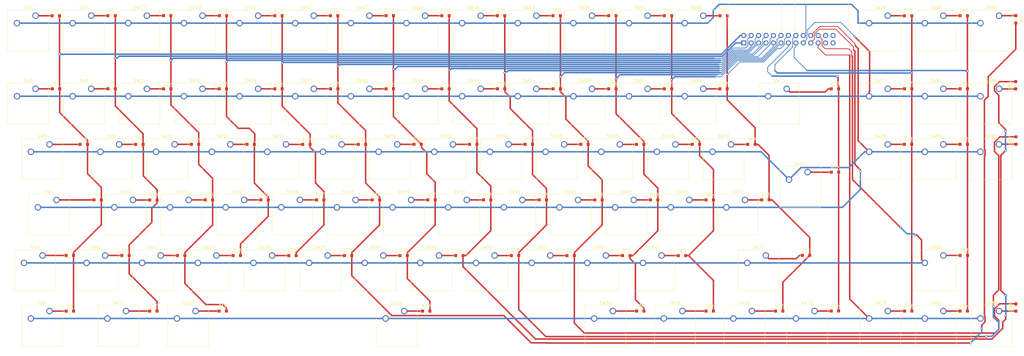
<source format=kicad_pcb>
(kicad_pcb (version 20171130) (host pcbnew "(5.1.0)-1")
  (layers (0 F.Cu signal) (31 B.Cu signal) (34 B.Paste user) (35 F.Paste user) (36 B.SilkS user) (37 F.SilkS user) (38 B.Mask user) (39 F.Mask user) (44 Edge.Cuts user))
  (net 0 "")
  (net 1 "Net-(D1-Pad1)")
  (net 2 "Net-(D2-Pad1)")
  (net 3 "Net-(D3-Pad1)")
  (net 4 "Net-(D4-Pad1)")
  (net 5 "Net-(D5-Pad1)")
  (net 6 "Net-(D6-Pad1)")
  (net 7 "Net-(D7-Pad1)")
  (net 8 "Net-(D8-Pad1)")
  (net 9 "Net-(D9-Pad1)")
  (net 10 "Net-(D10-Pad1)")
  (net 11 "Net-(D11-Pad1)")
  (net 12 "Net-(D12-Pad1)")
  (net 13 "Net-(D13-Pad1)")
  (net 14 "Net-(D14-Pad1)")
  (net 15 "Net-(D15-Pad1)")
  (net 16 "Net-(D16-Pad1)")
  (net 17 "Net-(D17-Pad1)")
  (net 18 /R1)
  (net 19 /R2)
  (net 20 /R3)
  (net 21 /R4)
  (net 22 /R5)
  (net 23 /R6)
  (net 24 "Net-(D18-Pad1)")
  (net 25 "Net-(D19-Pad1)")
  (net 26 "Net-(D20-Pad1)")
  (net 27 "Net-(D21-Pad1)")
  (net 28 "Net-(D22-Pad1)")
  (net 29 "Net-(D23-Pad1)")
  (net 30 "Net-(D39-Pad1)")
  (net 31 "Net-(D24-Pad1)")
  (net 32 "Net-(D25-Pad1)")
  (net 33 "Net-(D26-Pad1)")
  (net 34 "Net-(D27-Pad1)")
  (net 35 "Net-(D28-Pad1)")
  (net 36 "Net-(D60-Pad1)")
  (net 37 "Net-(D29-Pad1)")
  (net 38 "Net-(D30-Pad1)")
  (net 39 "Net-(D31-Pad1)")
  (net 40 "Net-(D32-Pad1)")
  (net 41 "Net-(D33-Pad1)")
  (net 42 "Net-(D66-Pad1)")
  (net 43 "Net-(D34-Pad1)")
  (net 44 "Net-(D35-Pad1)")
  (net 45 "Net-(D36-Pad1)")
  (net 46 "Net-(D37-Pad1)")
  (net 47 "Net-(D38-Pad1)")
  (net 48 "Net-(D72-Pad1)")
  (net 49 "Net-(D40-Pad1)")
  (net 50 "Net-(D41-Pad1)")
  (net 51 "Net-(D42-Pad1)")
  (net 52 "Net-(D43-Pad1)")
  (net 53 "Net-(D44-Pad1)")
  (net 54 "Net-(D45-Pad1)")
  (net 55 "Net-(D46-Pad1)")
  (net 56 "Net-(D47-Pad1)")
  (net 57 "Net-(D48-Pad1)")
  (net 58 "Net-(D49-Pad1)")
  (net 59 "Net-(D50-Pad1)")
  (net 60 "Net-(D51-Pad1)")
  (net 61 "Net-(D52-Pad1)")
  (net 62 "Net-(D53-Pad1)")
  (net 63 "Net-(D54-Pad1)")
  (net 64 "Net-(D55-Pad1)")
  (net 65 "Net-(D56-Pad1)")
  (net 66 "Net-(D57-Pad1)")
  (net 67 "Net-(D58-Pad1)")
  (net 68 "Net-(D59-Pad1)")
  (net 69 "Net-(D61-Pad1)")
  (net 70 "Net-(D62-Pad1)")
  (net 71 "Net-(D63-Pad1)")
  (net 72 "Net-(D64-Pad1)")
  (net 73 "Net-(D65-Pad1)")
  (net 74 "Net-(D67-Pad1)")
  (net 75 "Net-(D68-Pad1)")
  (net 76 "Net-(D69-Pad1)")
  (net 77 "Net-(D70-Pad1)")
  (net 78 "Net-(D71-Pad1)")
  (net 79 "Net-(D73-Pad1)")
  (net 80 "Net-(D74-Pad1)")
  (net 81 "Net-(D75-Pad1)")
  (net 82 "Net-(D76-Pad1)")
  (net 83 "Net-(D77-Pad1)")
  (net 84 "Net-(D78-Pad1)")
  (net 85 "Net-(D79-Pad1)")
  (net 86 "Net-(D80-Pad1)")
  (net 87 "Net-(D81-Pad1)")
  (net 88 "Net-(D82-Pad1)")
  (net 89 "Net-(D83-Pad1)")
  (net 90 "Net-(D84-Pad1)")
  (net 91 "Net-(D85-Pad1)")
  (net 92 "Net-(D86-Pad1)")
  (net 93 "Net-(D87-Pad1)")
  (net 94 "Net-(D88-Pad1)")
  (net 95 /C1)
  (net 96 /C2)
  (net 97 /C3)
  (net 98 /C4)
  (net 99 /C5)
  (net 100 /C6)
  (net 101 /C7)
  (net 102 /C8)
  (net 103 /C9)
  (net 104 /C10)
  (net 105 /C11)
  (net 106 /C12)
  (net 107 /C13)
  (net 108 /C14)
  (net 109 /C15)
  (net 110 /C16)
  (net 111 "Net-(J1-Pad26)")
  (net 112 "Net-(J1-Pad25)")
  (net 113 "Net-(J1-Pad24)")
  (net 114 "Net-(J1-Pad23)")
  (module Connector_IDC:IDC-Header_2x13_P2.54mm_Horizontal (layer F.Cu) (at 266.827 26.3144 90)
    (fp_text reference J1 (at 6.105 -6.35 90) (layer F.SilkS))
    (fp_text value Conn_02x13_Odd_Even)
    (pad 26 thru_hole oval (at 2.54 30.48 90) (size 1.7272 1.7272) (drill 1.016) (layers *.Cu *.Mask) (net 111 "Net-(J1-Pad26)"))
    (pad 25 thru_hole oval (at 0 30.48 90) (size 1.7272 1.7272) (drill 1.016) (layers *.Cu *.Mask) (net 112 "Net-(J1-Pad25)"))
    (pad 24 thru_hole oval (at 2.54 27.94 90) (size 1.7272 1.7272) (drill 1.016) (layers *.Cu *.Mask) (net 113 "Net-(J1-Pad24)"))
    (pad 23 thru_hole oval (at 0 27.94 90) (size 1.7272 1.7272) (drill 1.016) (layers *.Cu *.Mask) (net 114 "Net-(J1-Pad23)"))
    (pad 22 thru_hole oval (at 2.54 25.4 90) (size 1.7272 1.7272) (drill 1.016) (layers *.Cu *.Mask) (net 22 /R5))
    (pad 21 thru_hole oval (at 0 25.4 90) (size 1.7272 1.7272) (drill 1.016) (layers *.Cu *.Mask) (net 23 /R6))
    (pad 20 thru_hole oval (at 2.54 22.86 90) (size 1.7272 1.7272) (drill 1.016) (layers *.Cu *.Mask) (net 20 /R3))
    (pad 19 thru_hole oval (at 0 22.86 90) (size 1.7272 1.7272) (drill 1.016) (layers *.Cu *.Mask) (net 21 /R4))
    (pad 18 thru_hole oval (at 2.54 20.32 90) (size 1.7272 1.7272) (drill 1.016) (layers *.Cu *.Mask) (net 18 /R1))
    (pad 17 thru_hole oval (at 0 20.32 90) (size 1.7272 1.7272) (drill 1.016) (layers *.Cu *.Mask) (net 19 /R2))
    (pad 16 thru_hole oval (at 2.54 17.78 90) (size 1.7272 1.7272) (drill 1.016) (layers *.Cu *.Mask) (net 109 /C15))
    (pad 15 thru_hole oval (at 0 17.78 90) (size 1.7272 1.7272) (drill 1.016) (layers *.Cu *.Mask) (net 110 /C16))
    (pad 14 thru_hole oval (at 2.54 15.24 90) (size 1.7272 1.7272) (drill 1.016) (layers *.Cu *.Mask) (net 107 /C13))
    (pad 13 thru_hole oval (at 0 15.24 90) (size 1.7272 1.7272) (drill 1.016) (layers *.Cu *.Mask) (net 108 /C14))
    (pad 12 thru_hole oval (at 2.54 12.7 90) (size 1.7272 1.7272) (drill 1.016) (layers *.Cu *.Mask) (net 105 /C11))
    (pad 11 thru_hole oval (at 0 12.7 90) (size 1.7272 1.7272) (drill 1.016) (layers *.Cu *.Mask) (net 106 /C12))
    (pad 10 thru_hole oval (at 2.54 10.16 90) (size 1.7272 1.7272) (drill 1.016) (layers *.Cu *.Mask) (net 103 /C9))
    (pad 9 thru_hole oval (at 0 10.16 90) (size 1.7272 1.7272) (drill 1.016) (layers *.Cu *.Mask) (net 104 /C10))
    (pad 8 thru_hole oval (at 2.54 7.62 90) (size 1.7272 1.7272) (drill 1.016) (layers *.Cu *.Mask) (net 101 /C7))
    (pad 7 thru_hole oval (at 0 7.62 90) (size 1.7272 1.7272) (drill 1.016) (layers *.Cu *.Mask) (net 102 /C8))
    (pad 6 thru_hole oval (at 2.54 5.08 90) (size 1.7272 1.7272) (drill 1.016) (layers *.Cu *.Mask) (net 99 /C5))
    (pad 5 thru_hole oval (at 0 5.08 90) (size 1.7272 1.7272) (drill 1.016) (layers *.Cu *.Mask) (net 100 /C6))
    (pad 4 thru_hole oval (at 2.54 2.54 90) (size 1.7272 1.7272) (drill 1.016) (layers *.Cu *.Mask) (net 97 /C3))
    (pad 3 thru_hole oval (at 0 2.54 90) (size 1.7272 1.7272) (drill 1.016) (layers *.Cu *.Mask) (net 98 /C4))
    (pad 2 thru_hole oval (at 2.54 0 90) (size 1.7272 1.7272) (drill 1.016) (layers *.Cu *.Mask) (net 95 /C1))
    (pad 1 thru_hole rect (at 0 0 90) (size 1.7272 1.7272) (drill 1.016) (layers *.Cu *.Mask) (net 96 /C2))
  )
  (module Diode_SMD:D_SOD-323_HandSoldering (layer F.Cu) (at 31.9278 17.018)
    (fp_text reference D1 (at 0 -1.85) (layer F.SilkS))
    (fp_text value D_Small)
    (pad 2 smd rect (at 1.25 0) (size 1 1) (layers F.Cu F.Paste F.Mask) (net 95 /C1))
    (pad 1 smd rect (at -1.25 0) (size 1 1) (layers F.Cu F.Paste F.Mask) (net 1 "Net-(D1-Pad1)"))
  )
  (module Diode_SMD:D_SOD-323_HandSoldering (layer F.Cu) (at 36.7284 118.0338)
    (fp_text reference D6 (at 0 -1.85) (layer F.SilkS))
    (fp_text value Diode_SMD:D_SOD-323_HandSoldering)
    (pad 2 smd rect (at 1.25 0) (size 1 1) (layers F.Cu F.Paste F.Mask) (net 95 /C1))
    (pad 1 smd rect (at -1.25 0) (size 1 1) (layers F.Cu F.Paste F.Mask) (net 6 "Net-(D6-Pad1)"))
  )
  (module Diode_SMD:D_SOD-323_HandSoldering (layer F.Cu) (at 359.7402 116.7638 90)
    (fp_text reference D88 (at 0 -1.85 90) (layer F.SilkS))
    (fp_text value D_Small)
    (pad 2 smd rect (at 1.25 0 90) (size 1 1) (layers F.Cu F.Paste F.Mask) (net 104 /C10))
    (pad 1 smd rect (at -1.25 0 90) (size 1 1) (layers F.Cu F.Paste F.Mask) (net 94 "Net-(D88-Pad1)"))
  )
  (module Diode_SMD:D_SOD-323_HandSoldering (layer F.Cu) (at 359.791 59.6846 90)
    (fp_text reference D87 (at 0 -1.85 90) (layer F.SilkS))
    (fp_text value D_Small)
    (pad 2 smd rect (at 1.25 0 90) (size 1 1) (layers F.Cu F.Paste F.Mask) (net 103 /C9))
    (pad 1 smd rect (at -1.25 0 90) (size 1 1) (layers F.Cu F.Paste F.Mask) (net 93 "Net-(D87-Pad1)"))
  )
  (module Diode_SMD:D_SOD-323_HandSoldering (layer F.Cu) (at 359.664 40.7924 90)
    (fp_text reference D86 (at 0 -1.85 90) (layer F.SilkS))
    (fp_text value D_Small)
    (pad 2 smd rect (at 1.25 0 90) (size 1 1) (layers F.Cu F.Paste F.Mask) (net 102 /C8))
    (pad 1 smd rect (at -1.25 0 90) (size 1 1) (layers F.Cu F.Paste F.Mask) (net 92 "Net-(D86-Pad1)"))
  )
  (module Diode_SMD:D_SOD-323_HandSoldering (layer F.Cu) (at 359.7148 18.2372 270)
    (fp_text reference D85 (at 0 -1.85 270) (layer F.SilkS))
    (fp_text value D_Small)
    (pad 2 smd rect (at 1.25 0 270) (size 1 1) (layers F.Cu F.Paste F.Mask) (net 100 /C6))
    (pad 1 smd rect (at -1.25 0 270) (size 1 1) (layers F.Cu F.Paste F.Mask) (net 91 "Net-(D85-Pad1)"))
  )
  (module Diode_SMD:D_SOD-323_HandSoldering (layer F.Cu) (at 341.9602 118.0084)
    (fp_text reference D84 (at 0 -1.85) (layer F.SilkS))
    (fp_text value D_Small)
    (pad 2 smd rect (at 1.25 0) (size 1 1) (layers F.Cu F.Paste F.Mask) (net 110 /C16))
    (pad 1 smd rect (at -1.25 0) (size 1 1) (layers F.Cu F.Paste F.Mask) (net 90 "Net-(D84-Pad1)"))
  )
  (module Diode_SMD:D_SOD-323_HandSoldering (layer F.Cu) (at 341.9856 98.9838)
    (fp_text reference D83 (at 0 -1.85) (layer F.SilkS))
    (fp_text value D_Small)
    (pad 2 smd rect (at 1.25 0) (size 1 1) (layers F.Cu F.Paste F.Mask) (net 110 /C16))
    (pad 1 smd rect (at -1.25 0) (size 1 1) (layers F.Cu F.Paste F.Mask) (net 89 "Net-(D83-Pad1)"))
  )
  (module Diode_SMD:D_SOD-323_HandSoldering (layer F.Cu) (at 341.9602 60.9854)
    (fp_text reference D82 (at 0 -1.85) (layer F.SilkS))
    (fp_text value D_Small)
    (pad 2 smd rect (at 1.25 0) (size 1 1) (layers F.Cu F.Paste F.Mask) (net 110 /C16))
    (pad 1 smd rect (at -1.25 0) (size 1 1) (layers F.Cu F.Paste F.Mask) (net 88 "Net-(D82-Pad1)"))
  )
  (module Diode_SMD:D_SOD-323_HandSoldering (layer F.Cu) (at 341.9602 41.9862)
    (fp_text reference D81 (at 0 -1.85) (layer F.SilkS))
    (fp_text value D_Small)
    (pad 2 smd rect (at 1.25 0) (size 1 1) (layers F.Cu F.Paste F.Mask) (net 110 /C16))
    (pad 1 smd rect (at -1.25 0) (size 1 1) (layers F.Cu F.Paste F.Mask) (net 87 "Net-(D81-Pad1)"))
  )
  (module Diode_SMD:D_SOD-323_HandSoldering (layer F.Cu) (at 341.9602 16.9926)
    (fp_text reference D80 (at 0 -1.85) (layer F.SilkS))
    (fp_text value D_Small)
    (pad 2 smd rect (at 1.25 0) (size 1 1) (layers F.Cu F.Paste F.Mask) (net 110 /C16))
    (pad 1 smd rect (at -1.25 0) (size 1 1) (layers F.Cu F.Paste F.Mask) (net 86 "Net-(D80-Pad1)"))
  )
  (module Diode_SMD:D_SOD-323_HandSoldering (layer F.Cu) (at 322.9864 118.0084)
    (fp_text reference D79 (at 0 -1.85) (layer F.SilkS))
    (fp_text value D_Small)
    (pad 2 smd rect (at 1.25 0) (size 1 1) (layers F.Cu F.Paste F.Mask) (net 109 /C15))
    (pad 1 smd rect (at -1.25 0) (size 1 1) (layers F.Cu F.Paste F.Mask) (net 85 "Net-(D79-Pad1)"))
  )
  (module Diode_SMD:D_SOD-323_HandSoldering (layer F.Cu) (at 322.9356 60.9854)
    (fp_text reference D78 (at 0 -1.85) (layer F.SilkS))
    (fp_text value D_Small)
    (pad 2 smd rect (at 1.25 0) (size 1 1) (layers F.Cu F.Paste F.Mask) (net 109 /C15))
    (pad 1 smd rect (at -1.25 0) (size 1 1) (layers F.Cu F.Paste F.Mask) (net 84 "Net-(D78-Pad1)"))
  )
  (module Diode_SMD:D_SOD-323_HandSoldering (layer F.Cu) (at 322.961 41.9862)
    (fp_text reference D77 (at 0 -1.85) (layer F.SilkS))
    (fp_text value D_Small)
    (pad 2 smd rect (at 1.25 0) (size 1 1) (layers F.Cu F.Paste F.Mask) (net 109 /C15))
    (pad 1 smd rect (at -1.25 0) (size 1 1) (layers F.Cu F.Paste F.Mask) (net 83 "Net-(D77-Pad1)"))
  )
  (module Diode_SMD:D_SOD-323_HandSoldering (layer F.Cu) (at 322.961 17.018)
    (fp_text reference D76 (at 0 -1.85) (layer F.SilkS))
    (fp_text value D_Small)
    (pad 2 smd rect (at 1.25 0) (size 1 1) (layers F.Cu F.Paste F.Mask) (net 109 /C15))
    (pad 1 smd rect (at -1.25 0) (size 1 1) (layers F.Cu F.Paste F.Mask) (net 82 "Net-(D76-Pad1)"))
  )
  (module Diode_SMD:D_SOD-323_HandSoldering (layer F.Cu) (at 297.9674 117.983)
    (fp_text reference D75 (at 0 -1.85) (layer F.SilkS))
    (fp_text value D_Small)
    (pad 2 smd rect (at 1.25 0) (size 1 1) (layers F.Cu F.Paste F.Mask) (net 108 /C14))
    (pad 1 smd rect (at -1.25 0) (size 1 1) (layers F.Cu F.Paste F.Mask) (net 81 "Net-(D75-Pad1)"))
  )
  (module Diode_SMD:D_SOD-323_HandSoldering (layer F.Cu) (at 297.9928 70.5104)
    (fp_text reference D74 (at 0 -1.85) (layer F.SilkS))
    (fp_text value D_Small)
    (pad 2 smd rect (at 1.25 0) (size 1 1) (layers F.Cu F.Paste F.Mask) (net 108 /C14))
    (pad 1 smd rect (at -1.25 0) (size 1 1) (layers F.Cu F.Paste F.Mask) (net 80 "Net-(D74-Pad1)"))
  )
  (module Diode_SMD:D_SOD-323_HandSoldering (layer F.Cu) (at 297.962 42.0116)
    (fp_text reference D73 (at 0 -1.85) (layer F.SilkS))
    (fp_text value D_Small)
    (pad 2 smd rect (at 1.25 0) (size 1 1) (layers F.Cu F.Paste F.Mask) (net 108 /C14))
    (pad 1 smd rect (at -1.25 0) (size 1 1) (layers F.Cu F.Paste F.Mask) (net 79 "Net-(D73-Pad1)"))
  )
  (module Diode_SMD:D_SOD-323_HandSoldering (layer F.Cu) (at 278.9174 118.0084)
    (fp_text reference D72 (at 0 -1.85) (layer F.SilkS))
    (fp_text value D_Small)
    (pad 2 smd rect (at 1.25 0) (size 1 1) (layers F.Cu F.Paste F.Mask) (net 107 /C13))
    (pad 1 smd rect (at -1.25 0) (size 1 1) (layers F.Cu F.Paste F.Mask) (net 48 "Net-(D72-Pad1)"))
  )
  (module Diode_SMD:D_SOD-323_HandSoldering (layer F.Cu) (at 288.1122 98.9584)
    (fp_text reference D71 (at 0 -1.85) (layer F.SilkS))
    (fp_text value D_Small)
    (pad 2 smd rect (at 1.25 0) (size 1 1) (layers F.Cu F.Paste F.Mask) (net 107 /C13))
    (pad 1 smd rect (at -1.25 0) (size 1 1) (layers F.Cu F.Paste F.Mask) (net 78 "Net-(D71-Pad1)"))
  )
  (module Diode_SMD:D_SOD-323_HandSoldering (layer F.Cu) (at 274.2184 79.9846)
    (fp_text reference D70 (at 0 -1.85) (layer F.SilkS))
    (fp_text value D_Small)
    (pad 2 smd rect (at 1.25 0) (size 1 1) (layers F.Cu F.Paste F.Mask) (net 107 /C13))
    (pad 1 smd rect (at -1.25 0) (size 1 1) (layers F.Cu F.Paste F.Mask) (net 77 "Net-(D70-Pad1)"))
  )
  (module Diode_SMD:D_SOD-323_HandSoldering (layer F.Cu) (at 269.4432 61.0108)
    (fp_text reference D69 (at 0 -1.85) (layer F.SilkS))
    (fp_text value D_Small)
    (pad 2 smd rect (at 1.25 0) (size 1 1) (layers F.Cu F.Paste F.Mask) (net 107 /C13))
    (pad 1 smd rect (at -1.25 0) (size 1 1) (layers F.Cu F.Paste F.Mask) (net 76 "Net-(D69-Pad1)"))
  )
  (module Diode_SMD:D_SOD-323_HandSoldering (layer F.Cu) (at 259.9182 42.0116)
    (fp_text reference D68 (at 0 -1.85) (layer F.SilkS))
    (fp_text value D_Small)
    (pad 2 smd rect (at 1.25 0) (size 1 1) (layers F.Cu F.Paste F.Mask) (net 107 /C13))
    (pad 1 smd rect (at -1.25 0) (size 1 1) (layers F.Cu F.Paste F.Mask) (net 75 "Net-(D68-Pad1)"))
  )
  (module Diode_SMD:D_SOD-323_HandSoldering (layer F.Cu) (at 259.969 17.018)
    (fp_text reference D67 (at 0 -1.85) (layer F.SilkS))
    (fp_text value D_Small)
    (pad 2 smd rect (at 1.25 0) (size 1 1) (layers F.Cu F.Paste F.Mask) (net 107 /C13))
    (pad 1 smd rect (at -1.25 0) (size 1 1) (layers F.Cu F.Paste F.Mask) (net 74 "Net-(D67-Pad1)"))
  )
  (module Diode_SMD:D_SOD-323_HandSoldering (layer F.Cu) (at 255.2192 118.0084)
    (fp_text reference D66 (at 0 -1.85) (layer F.SilkS))
    (fp_text value D_Small)
    (pad 2 smd rect (at 1.25 0) (size 1 1) (layers F.Cu F.Paste F.Mask) (net 106 /C12))
    (pad 1 smd rect (at -1.25 0) (size 1 1) (layers F.Cu F.Paste F.Mask) (net 42 "Net-(D66-Pad1)"))
  )
  (module Diode_SMD:D_SOD-323_HandSoldering (layer F.Cu) (at 245.7196 99.0346)
    (fp_text reference D65 (at 0 -1.85) (layer F.SilkS))
    (fp_text value D_Small)
    (pad 2 smd rect (at 1.25 0) (size 1 1) (layers F.Cu F.Paste F.Mask) (net 106 /C12))
    (pad 1 smd rect (at -1.25 0) (size 1 1) (layers F.Cu F.Paste F.Mask) (net 73 "Net-(D65-Pad1)"))
  )
  (module Diode_SMD:D_SOD-323_HandSoldering (layer F.Cu) (at 255.2192 79.9846)
    (fp_text reference D64 (at 0 -1.85) (layer F.SilkS))
    (fp_text value D_Small)
    (pad 2 smd rect (at 1.25 0) (size 1 1) (layers F.Cu F.Paste F.Mask) (net 106 /C12))
    (pad 1 smd rect (at -1.25 0) (size 1 1) (layers F.Cu F.Paste F.Mask) (net 72 "Net-(D64-Pad1)"))
  )
  (module Diode_SMD:D_SOD-323_HandSoldering (layer F.Cu) (at 250.4948 60.9854)
    (fp_text reference D63 (at 0 -1.85) (layer F.SilkS))
    (fp_text value D_Small)
    (pad 2 smd rect (at 1.25 0) (size 1 1) (layers F.Cu F.Paste F.Mask) (net 106 /C12))
    (pad 1 smd rect (at -1.25 0) (size 1 1) (layers F.Cu F.Paste F.Mask) (net 71 "Net-(D63-Pad1)"))
  )
  (module Diode_SMD:D_SOD-323_HandSoldering (layer F.Cu) (at 240.9698 42.0116)
    (fp_text reference D62 (at 0 -1.85) (layer F.SilkS))
    (fp_text value D_Small)
    (pad 2 smd rect (at 1.25 0) (size 1 1) (layers F.Cu F.Paste F.Mask) (net 106 /C12))
    (pad 1 smd rect (at -1.25 0) (size 1 1) (layers F.Cu F.Paste F.Mask) (net 70 "Net-(D62-Pad1)"))
  )
  (module Diode_SMD:D_SOD-323_HandSoldering (layer F.Cu) (at 240.9698 16.9926)
    (fp_text reference D61 (at 0 -1.85) (layer F.SilkS))
    (fp_text value D_Small)
    (pad 2 smd rect (at 1.25 0) (size 1 1) (layers F.Cu F.Paste F.Mask) (net 106 /C12))
    (pad 1 smd rect (at -1.25 0) (size 1 1) (layers F.Cu F.Paste F.Mask) (net 69 "Net-(D61-Pad1)"))
  )
  (module Diode_SMD:D_SOD-323_HandSoldering (layer F.Cu) (at 231.4702 118.0084)
    (fp_text reference D60 (at 0 -1.85) (layer F.SilkS))
    (fp_text value D_Small)
    (pad 2 smd rect (at 1.25 0) (size 1 1) (layers F.Cu F.Paste F.Mask) (net 105 /C11))
    (pad 1 smd rect (at -1.25 0) (size 1 1) (layers F.Cu F.Paste F.Mask) (net 36 "Net-(D60-Pad1)"))
  )
  (module Diode_SMD:D_SOD-323_HandSoldering (layer F.Cu) (at 226.7204 99.0346)
    (fp_text reference D59 (at 0 -1.85) (layer F.SilkS))
    (fp_text value D_Small)
    (pad 2 smd rect (at 1.25 0) (size 1 1) (layers F.Cu F.Paste F.Mask) (net 105 /C11))
    (pad 1 smd rect (at -1.25 0) (size 1 1) (layers F.Cu F.Paste F.Mask) (net 68 "Net-(D59-Pad1)"))
  )
  (module Diode_SMD:D_SOD-323_HandSoldering (layer F.Cu) (at 236.22 79.9846)
    (fp_text reference D58 (at 0 -1.85) (layer F.SilkS))
    (fp_text value D_Small)
    (pad 2 smd rect (at 1.25 0) (size 1 1) (layers F.Cu F.Paste F.Mask) (net 105 /C11))
    (pad 1 smd rect (at -1.25 0) (size 1 1) (layers F.Cu F.Paste F.Mask) (net 67 "Net-(D58-Pad1)"))
  )
  (module Diode_SMD:D_SOD-323_HandSoldering (layer F.Cu) (at 231.4702 61.0108)
    (fp_text reference D57 (at 0 -1.85) (layer F.SilkS))
    (fp_text value D_Small)
    (pad 2 smd rect (at 1.25 0) (size 1 1) (layers F.Cu F.Paste F.Mask) (net 105 /C11))
    (pad 1 smd rect (at -1.25 0) (size 1 1) (layers F.Cu F.Paste F.Mask) (net 66 "Net-(D57-Pad1)"))
  )
  (module Diode_SMD:D_SOD-323_HandSoldering (layer F.Cu) (at 221.9706 42.0116)
    (fp_text reference D56 (at 0 -1.85) (layer F.SilkS))
    (fp_text value D_Small)
    (pad 2 smd rect (at 1.25 0) (size 1 1) (layers F.Cu F.Paste F.Mask) (net 105 /C11))
    (pad 1 smd rect (at -1.25 0) (size 1 1) (layers F.Cu F.Paste F.Mask) (net 65 "Net-(D56-Pad1)"))
  )
  (module Diode_SMD:D_SOD-323_HandSoldering (layer F.Cu) (at 221.9452 16.9926)
    (fp_text reference D55 (at 0 -1.85) (layer F.SilkS))
    (fp_text value D_Small)
    (pad 2 smd rect (at 1.25 0) (size 1 1) (layers F.Cu F.Paste F.Mask) (net 105 /C11))
    (pad 1 smd rect (at -1.25 0) (size 1 1) (layers F.Cu F.Paste F.Mask) (net 64 "Net-(D55-Pad1)"))
  )
  (module Diode_SMD:D_SOD-323_HandSoldering (layer F.Cu) (at 207.7212 99.0346)
    (fp_text reference D54 (at 0 -1.85) (layer F.SilkS))
    (fp_text value D_Small)
    (pad 2 smd rect (at 1.25 0) (size 1 1) (layers F.Cu F.Paste F.Mask) (net 104 /C10))
    (pad 1 smd rect (at -1.25 0) (size 1 1) (layers F.Cu F.Paste F.Mask) (net 63 "Net-(D54-Pad1)"))
  )
  (module Diode_SMD:D_SOD-323_HandSoldering (layer F.Cu) (at 217.2208 79.9846)
    (fp_text reference D53 (at 0 -1.85) (layer F.SilkS))
    (fp_text value D_Small)
    (pad 2 smd rect (at 1.25 0) (size 1 1) (layers F.Cu F.Paste F.Mask) (net 104 /C10))
    (pad 1 smd rect (at -1.25 0) (size 1 1) (layers F.Cu F.Paste F.Mask) (net 62 "Net-(D53-Pad1)"))
  )
  (module Diode_SMD:D_SOD-323_HandSoldering (layer F.Cu) (at 212.4456 60.9854)
    (fp_text reference D52 (at 0 -1.85) (layer F.SilkS))
    (fp_text value D_Small)
    (pad 2 smd rect (at 1.25 0) (size 1 1) (layers F.Cu F.Paste F.Mask) (net 104 /C10))
    (pad 1 smd rect (at -1.25 0) (size 1 1) (layers F.Cu F.Paste F.Mask) (net 61 "Net-(D52-Pad1)"))
  )
  (module Diode_SMD:D_SOD-323_HandSoldering (layer F.Cu) (at 202.9714 42.0116)
    (fp_text reference D51 (at 0 -1.85) (layer F.SilkS))
    (fp_text value D_Small)
    (pad 2 smd rect (at 1.25 0) (size 1 1) (layers F.Cu F.Paste F.Mask) (net 104 /C10))
    (pad 1 smd rect (at -1.25 0) (size 1 1) (layers F.Cu F.Paste F.Mask) (net 60 "Net-(D51-Pad1)"))
  )
  (module Diode_SMD:D_SOD-323_HandSoldering (layer F.Cu) (at 202.9714 16.9926)
    (fp_text reference D50 (at 0 -1.85) (layer F.SilkS))
    (fp_text value D_Small)
    (pad 2 smd rect (at 1.25 0) (size 1 1) (layers F.Cu F.Paste F.Mask) (net 104 /C10))
    (pad 1 smd rect (at -1.25 0) (size 1 1) (layers F.Cu F.Paste F.Mask) (net 59 "Net-(D50-Pad1)"))
  )
  (module Diode_SMD:D_SOD-323_HandSoldering (layer F.Cu) (at 188.722 99.0346)
    (fp_text reference D49 (at 0 -1.85) (layer F.SilkS))
    (fp_text value D_Small)
    (pad 2 smd rect (at 1.25 0) (size 1 1) (layers F.Cu F.Paste F.Mask) (net 103 /C9))
    (pad 1 smd rect (at -1.25 0) (size 1 1) (layers F.Cu F.Paste F.Mask) (net 58 "Net-(D49-Pad1)"))
  )
  (module Diode_SMD:D_SOD-323_HandSoldering (layer F.Cu) (at 198.2216 79.9846)
    (fp_text reference D48 (at 0 -1.85) (layer F.SilkS))
    (fp_text value D_Small)
    (pad 2 smd rect (at 1.25 0) (size 1 1) (layers F.Cu F.Paste F.Mask) (net 103 /C9))
    (pad 1 smd rect (at -1.25 0) (size 1 1) (layers F.Cu F.Paste F.Mask) (net 57 "Net-(D48-Pad1)"))
  )
  (module Diode_SMD:D_SOD-323_HandSoldering (layer F.Cu) (at 193.4464 60.9854)
    (fp_text reference D47 (at 0 -1.85) (layer F.SilkS))
    (fp_text value D_Small)
    (pad 2 smd rect (at 1.25 0) (size 1 1) (layers F.Cu F.Paste F.Mask) (net 103 /C9))
    (pad 1 smd rect (at -1.25 0) (size 1 1) (layers F.Cu F.Paste F.Mask) (net 56 "Net-(D47-Pad1)"))
  )
  (module Diode_SMD:D_SOD-323_HandSoldering (layer F.Cu) (at 183.9722 41.9862)
    (fp_text reference D46 (at 0 -1.85) (layer F.SilkS))
    (fp_text value D_Small)
    (pad 2 smd rect (at 1.25 0) (size 1 1) (layers F.Cu F.Paste F.Mask) (net 103 /C9))
    (pad 1 smd rect (at -1.25 0) (size 1 1) (layers F.Cu F.Paste F.Mask) (net 55 "Net-(D46-Pad1)"))
  )
  (module Diode_SMD:D_SOD-323_HandSoldering (layer F.Cu) (at 183.9668 16.9926)
    (fp_text reference D45 (at 0 -1.85) (layer F.SilkS))
    (fp_text value D_Small)
    (pad 2 smd rect (at 1.25 0) (size 1 1) (layers F.Cu F.Paste F.Mask) (net 103 /C9))
    (pad 1 smd rect (at -1.25 0) (size 1 1) (layers F.Cu F.Paste F.Mask) (net 54 "Net-(D45-Pad1)"))
  )
  (module Diode_SMD:D_SOD-323_HandSoldering (layer F.Cu) (at 169.6974 99.0092)
    (fp_text reference D44 (at 0 -1.85) (layer F.SilkS))
    (fp_text value D_Small)
    (pad 2 smd rect (at 1.25 0) (size 1 1) (layers F.Cu F.Paste F.Mask) (net 102 /C8))
    (pad 1 smd rect (at -1.25 0) (size 1 1) (layers F.Cu F.Paste F.Mask) (net 53 "Net-(D44-Pad1)"))
  )
  (module Diode_SMD:D_SOD-323_HandSoldering (layer F.Cu) (at 179.197 79.9846)
    (fp_text reference D43 (at 0 -1.85) (layer F.SilkS))
    (fp_text value D_Small)
    (pad 2 smd rect (at 1.25 0) (size 1 1) (layers F.Cu F.Paste F.Mask) (net 102 /C8))
    (pad 1 smd rect (at -1.25 0) (size 1 1) (layers F.Cu F.Paste F.Mask) (net 52 "Net-(D43-Pad1)"))
  )
  (module Diode_SMD:D_SOD-323_HandSoldering (layer F.Cu) (at 174.4472 60.9854)
    (fp_text reference D42 (at 0 -1.85) (layer F.SilkS))
    (fp_text value D_Small)
    (pad 2 smd rect (at 1.25 0) (size 1 1) (layers F.Cu F.Paste F.Mask) (net 102 /C8))
    (pad 1 smd rect (at -1.25 0) (size 1 1) (layers F.Cu F.Paste F.Mask) (net 51 "Net-(D42-Pad1)"))
  )
  (module Diode_SMD:D_SOD-323_HandSoldering (layer F.Cu) (at 164.973 42.0116)
    (fp_text reference D41 (at 0 -1.85) (layer F.SilkS))
    (fp_text value D_Small)
    (pad 2 smd rect (at 1.25 0) (size 1 1) (layers F.Cu F.Paste F.Mask) (net 102 /C8))
    (pad 1 smd rect (at -1.25 0) (size 1 1) (layers F.Cu F.Paste F.Mask) (net 50 "Net-(D41-Pad1)"))
  )
  (module Diode_SMD:D_SOD-323_HandSoldering (layer F.Cu) (at 164.973 16.9926)
    (fp_text reference D40 (at 0 -1.85) (layer F.SilkS))
    (fp_text value D_Small)
    (pad 2 smd rect (at 1.25 0) (size 1 1) (layers F.Cu F.Paste F.Mask) (net 102 /C8))
    (pad 1 smd rect (at -1.25 0) (size 1 1) (layers F.Cu F.Paste F.Mask) (net 49 "Net-(D40-Pad1)"))
  )
  (module Diode_SMD:D_SOD-323_HandSoldering (layer F.Cu) (at 158.3944 118.0084)
    (fp_text reference D39 (at 0 -1.85) (layer F.SilkS))
    (fp_text value D_Small)
    (pad 2 smd rect (at 1.25 0) (size 1 1) (layers F.Cu F.Paste F.Mask) (net 101 /C7))
    (pad 1 smd rect (at -1.25 0) (size 1 1) (layers F.Cu F.Paste F.Mask) (net 30 "Net-(D39-Pad1)"))
  )
  (module Diode_SMD:D_SOD-323_HandSoldering (layer F.Cu) (at 150.6982 99.0346)
    (fp_text reference D38 (at 0 -1.85) (layer F.SilkS))
    (fp_text value D_Small)
    (pad 2 smd rect (at 1.25 0) (size 1 1) (layers F.Cu F.Paste F.Mask) (net 101 /C7))
    (pad 1 smd rect (at -1.25 0) (size 1 1) (layers F.Cu F.Paste F.Mask) (net 47 "Net-(D38-Pad1)"))
  )
  (module Diode_SMD:D_SOD-323_HandSoldering (layer F.Cu) (at 160.1978 79.9846)
    (fp_text reference D37 (at 0 -1.85) (layer F.SilkS))
    (fp_text value D_Small)
    (pad 2 smd rect (at 1.25 0) (size 1 1) (layers F.Cu F.Paste F.Mask) (net 101 /C7))
    (pad 1 smd rect (at -1.25 0) (size 1 1) (layers F.Cu F.Paste F.Mask) (net 46 "Net-(D37-Pad1)"))
  )
  (module Diode_SMD:D_SOD-323_HandSoldering (layer F.Cu) (at 155.4734 60.9854)
    (fp_text reference D36 (at 0 -1.85) (layer F.SilkS))
    (fp_text value D_Small)
    (pad 2 smd rect (at 1.25 0) (size 1 1) (layers F.Cu F.Paste F.Mask) (net 101 /C7))
    (pad 1 smd rect (at -1.25 0) (size 1 1) (layers F.Cu F.Paste F.Mask) (net 45 "Net-(D36-Pad1)"))
  )
  (module Diode_SMD:D_SOD-323_HandSoldering (layer F.Cu) (at 145.9484 42.0116)
    (fp_text reference D35 (at 0 -1.85) (layer F.SilkS))
    (fp_text value D_Small)
    (pad 2 smd rect (at 1.25 0) (size 1 1) (layers F.Cu F.Paste F.Mask) (net 101 /C7))
    (pad 1 smd rect (at -1.25 0) (size 1 1) (layers F.Cu F.Paste F.Mask) (net 44 "Net-(D35-Pad1)"))
  )
  (module Diode_SMD:D_SOD-323_HandSoldering (layer F.Cu) (at 145.9484 16.9672)
    (fp_text reference D34 (at 0 -1.85) (layer F.SilkS))
    (fp_text value D_Small)
    (pad 2 smd rect (at 1.25 0) (size 1 1) (layers F.Cu F.Paste F.Mask) (net 101 /C7))
    (pad 1 smd rect (at -1.25 0) (size 1 1) (layers F.Cu F.Paste F.Mask) (net 43 "Net-(D34-Pad1)"))
  )
  (module Diode_SMD:D_SOD-323_HandSoldering (layer F.Cu) (at 131.7244 99.0346)
    (fp_text reference D33 (at 0 -1.85) (layer F.SilkS))
    (fp_text value D_Small)
    (pad 2 smd rect (at 1.25 0) (size 1 1) (layers F.Cu F.Paste F.Mask) (net 100 /C6))
    (pad 1 smd rect (at -1.25 0) (size 1 1) (layers F.Cu F.Paste F.Mask) (net 41 "Net-(D33-Pad1)"))
  )
  (module Diode_SMD:D_SOD-323_HandSoldering (layer F.Cu) (at 141.224 79.9846)
    (fp_text reference D32 (at 0 -1.85) (layer F.SilkS))
    (fp_text value D_Small)
    (pad 2 smd rect (at 1.25 0) (size 1 1) (layers F.Cu F.Paste F.Mask) (net 100 /C6))
    (pad 1 smd rect (at -1.25 0) (size 1 1) (layers F.Cu F.Paste F.Mask) (net 40 "Net-(D32-Pad1)"))
  )
  (module Diode_SMD:D_SOD-323_HandSoldering (layer F.Cu) (at 136.4488 61.0108)
    (fp_text reference D31 (at 0 -1.85) (layer F.SilkS))
    (fp_text value D_Small)
    (pad 2 smd rect (at 1.25 0) (size 1 1) (layers F.Cu F.Paste F.Mask) (net 100 /C6))
    (pad 1 smd rect (at -1.25 0) (size 1 1) (layers F.Cu F.Paste F.Mask) (net 39 "Net-(D31-Pad1)"))
  )
  (module Diode_SMD:D_SOD-323_HandSoldering (layer F.Cu) (at 126.9746 42.0116)
    (fp_text reference D30 (at 0 -1.85) (layer F.SilkS))
    (fp_text value D_Small)
    (pad 2 smd rect (at 1.25 0) (size 1 1) (layers F.Cu F.Paste F.Mask) (net 100 /C6))
    (pad 1 smd rect (at -1.25 0) (size 1 1) (layers F.Cu F.Paste F.Mask) (net 38 "Net-(D30-Pad1)"))
  )
  (module Diode_SMD:D_SOD-323_HandSoldering (layer F.Cu) (at 126.9438 16.9926)
    (fp_text reference D29 (at 0 -1.85) (layer F.SilkS))
    (fp_text value D_Small)
    (pad 2 smd rect (at 1.25 0) (size 1 1) (layers F.Cu F.Paste F.Mask) (net 100 /C6))
    (pad 1 smd rect (at -1.25 0) (size 1 1) (layers F.Cu F.Paste F.Mask) (net 37 "Net-(D29-Pad1)"))
  )
  (module Diode_SMD:D_SOD-323_HandSoldering (layer F.Cu) (at 112.7252 99.0346)
    (fp_text reference D28 (at 0 -1.85) (layer F.SilkS))
    (fp_text value D_Small)
    (pad 2 smd rect (at 1.25 0) (size 1 1) (layers F.Cu F.Paste F.Mask) (net 99 /C5))
    (pad 1 smd rect (at -1.25 0) (size 1 1) (layers F.Cu F.Paste F.Mask) (net 35 "Net-(D28-Pad1)"))
  )
  (module Diode_SMD:D_SOD-323_HandSoldering (layer F.Cu) (at 122.1994 79.9846)
    (fp_text reference D27 (at 0 -1.85) (layer F.SilkS))
    (fp_text value D_Small)
    (pad 2 smd rect (at 1.25 0) (size 1 1) (layers F.Cu F.Paste F.Mask) (net 99 /C5))
    (pad 1 smd rect (at -1.25 0) (size 1 1) (layers F.Cu F.Paste F.Mask) (net 34 "Net-(D27-Pad1)"))
  )
  (module Diode_SMD:D_SOD-323_HandSoldering (layer F.Cu) (at 117.475 61.0108)
    (fp_text reference D26 (at 0 -1.85) (layer F.SilkS))
    (fp_text value D_Small)
    (pad 2 smd rect (at 1.25 0) (size 1 1) (layers F.Cu F.Paste F.Mask) (net 99 /C5))
    (pad 1 smd rect (at -1.25 0) (size 1 1) (layers F.Cu F.Paste F.Mask) (net 33 "Net-(D26-Pad1)"))
  )
  (module Diode_SMD:D_SOD-323_HandSoldering (layer F.Cu) (at 107.95 42.0116)
    (fp_text reference D25 (at 0 -1.85) (layer F.SilkS))
    (fp_text value D_Small)
    (pad 2 smd rect (at 1.25 0) (size 1 1) (layers F.Cu F.Paste F.Mask) (net 99 /C5))
    (pad 1 smd rect (at -1.25 0) (size 1 1) (layers F.Cu F.Paste F.Mask) (net 32 "Net-(D25-Pad1)"))
  )
  (module Diode_SMD:D_SOD-323_HandSoldering (layer F.Cu) (at 107.95 16.9926)
    (fp_text reference D24 (at 0 -1.85) (layer F.SilkS))
    (fp_text value D_Small)
    (pad 2 smd rect (at 1.25 0) (size 1 1) (layers F.Cu F.Paste F.Mask) (net 99 /C5))
    (pad 1 smd rect (at -1.25 0) (size 1 1) (layers F.Cu F.Paste F.Mask) (net 31 "Net-(D24-Pad1)"))
  )
  (module Diode_SMD:D_SOD-323_HandSoldering (layer F.Cu) (at 93.7206 99.0092)
    (fp_text reference D23 (at 0 -1.85) (layer F.SilkS))
    (fp_text value D_Small)
    (pad 2 smd rect (at 1.25 0) (size 1 1) (layers F.Cu F.Paste F.Mask) (net 98 /C4))
    (pad 1 smd rect (at -1.25 0) (size 1 1) (layers F.Cu F.Paste F.Mask) (net 29 "Net-(D23-Pad1)"))
  )
  (module Diode_SMD:D_SOD-323_HandSoldering (layer F.Cu) (at 103.2002 79.9846)
    (fp_text reference D22 (at 0 -1.85) (layer F.SilkS))
    (fp_text value D_Small)
    (pad 2 smd rect (at 1.25 0) (size 1 1) (layers F.Cu F.Paste F.Mask) (net 98 /C4))
    (pad 1 smd rect (at -1.25 0) (size 1 1) (layers F.Cu F.Paste F.Mask) (net 28 "Net-(D22-Pad1)"))
  )
  (module Diode_SMD:D_SOD-323_HandSoldering (layer F.Cu) (at 98.4504 60.9854)
    (fp_text reference D21 (at 0 -1.85) (layer F.SilkS))
    (fp_text value D_Small)
    (pad 2 smd rect (at 1.25 0) (size 1 1) (layers F.Cu F.Paste F.Mask) (net 98 /C4))
    (pad 1 smd rect (at -1.25 0) (size 1 1) (layers F.Cu F.Paste F.Mask) (net 27 "Net-(D21-Pad1)"))
  )
  (module Diode_SMD:D_SOD-323_HandSoldering (layer F.Cu) (at 88.9508 42.0116)
    (fp_text reference D20 (at 0 -1.85) (layer F.SilkS))
    (fp_text value D_Small)
    (pad 2 smd rect (at 1.25 0) (size 1 1) (layers F.Cu F.Paste F.Mask) (net 98 /C4))
    (pad 1 smd rect (at -1.25 0) (size 1 1) (layers F.Cu F.Paste F.Mask) (net 26 "Net-(D20-Pad1)"))
  )
  (module Diode_SMD:D_SOD-323_HandSoldering (layer F.Cu) (at 89.0016 16.9926)
    (fp_text reference D19 (at 0 -1.85) (layer F.SilkS))
    (fp_text value D_Small)
    (pad 2 smd rect (at 1.25 0) (size 1 1) (layers F.Cu F.Paste F.Mask) (net 98 /C4))
    (pad 1 smd rect (at -1.25 0) (size 1 1) (layers F.Cu F.Paste F.Mask) (net 25 "Net-(D19-Pad1)"))
  )
  (module Diode_SMD:D_SOD-323_HandSoldering (layer F.Cu) (at 88.92 118.0084)
    (fp_text reference D18 (at 0 -1.85) (layer F.SilkS))
    (fp_text value D_Small)
    (pad 2 smd rect (at 1.25 0) (size 1 1) (layers F.Cu F.Paste F.Mask) (net 97 /C3))
    (pad 1 smd rect (at -1.25 0) (size 1 1) (layers F.Cu F.Paste F.Mask) (net 24 "Net-(D18-Pad1)"))
  )
  (module Diode_SMD:D_SOD-323_HandSoldering (layer F.Cu) (at 74.7268 99.0092)
    (fp_text reference D17 (at 0 -1.85) (layer F.SilkS))
    (fp_text value D_Small)
    (pad 2 smd rect (at 1.25 0) (size 1 1) (layers F.Cu F.Paste F.Mask) (net 97 /C3))
    (pad 1 smd rect (at -1.25 0) (size 1 1) (layers F.Cu F.Paste F.Mask) (net 17 "Net-(D17-Pad1)"))
  )
  (module Diode_SMD:D_SOD-323_HandSoldering (layer F.Cu) (at 84.201 79.9846)
    (fp_text reference D16 (at 0 -1.85) (layer F.SilkS))
    (fp_text value D_Small)
    (pad 2 smd rect (at 1.25 0) (size 1 1) (layers F.Cu F.Paste F.Mask) (net 97 /C3))
    (pad 1 smd rect (at -1.25 0) (size 1 1) (layers F.Cu F.Paste F.Mask) (net 16 "Net-(D16-Pad1)"))
  )
  (module Diode_SMD:D_SOD-323_HandSoldering (layer F.Cu) (at 79.4458 60.9854)
    (fp_text reference D15 (at 0 -1.85) (layer F.SilkS))
    (fp_text value D_Small)
    (pad 2 smd rect (at 1.25 0) (size 1 1) (layers F.Cu F.Paste F.Mask) (net 97 /C3))
    (pad 1 smd rect (at -1.25 0) (size 1 1) (layers F.Cu F.Paste F.Mask) (net 15 "Net-(D15-Pad1)"))
  )
  (module Diode_SMD:D_SOD-323_HandSoldering (layer F.Cu) (at 69.9516 42.0116)
    (fp_text reference D14 (at 0 -1.85) (layer F.SilkS))
    (fp_text value D_Small)
    (pad 2 smd rect (at 1.25 0) (size 1 1) (layers F.Cu F.Paste F.Mask) (net 97 /C3))
    (pad 1 smd rect (at -1.25 0) (size 1 1) (layers F.Cu F.Paste F.Mask) (net 14 "Net-(D14-Pad1)"))
  )
  (module Diode_SMD:D_SOD-323_HandSoldering (layer F.Cu) (at 69.9462 16.9672)
    (fp_text reference D13 (at 0 -1.85) (layer F.SilkS))
    (fp_text value D_Small)
    (pad 2 smd rect (at 1.25 0) (size 1 1) (layers F.Cu F.Paste F.Mask) (net 97 /C3))
    (pad 1 smd rect (at -1.25 0) (size 1 1) (layers F.Cu F.Paste F.Mask) (net 13 "Net-(D13-Pad1)"))
  )
  (module Diode_SMD:D_SOD-323_HandSoldering (layer F.Cu) (at 65.2018 118.0084)
    (fp_text reference D12 (at 0 -1.85) (layer F.SilkS))
    (fp_text value D_Small)
    (pad 2 smd rect (at 1.25 0) (size 1 1) (layers F.Cu F.Paste F.Mask) (net 96 /C2))
    (pad 1 smd rect (at -1.25 0) (size 1 1) (layers F.Cu F.Paste F.Mask) (net 12 "Net-(D12-Pad1)"))
  )
  (module Diode_SMD:D_SOD-323_HandSoldering (layer F.Cu) (at 55.6968 98.9838)
    (fp_text reference D11 (at 0 -1.85) (layer F.SilkS))
    (fp_text value D_Small)
    (pad 2 smd rect (at 1.25 0) (size 1 1) (layers F.Cu F.Paste F.Mask) (net 96 /C2))
    (pad 1 smd rect (at -1.25 0) (size 1 1) (layers F.Cu F.Paste F.Mask) (net 11 "Net-(D11-Pad1)"))
  )
  (module Diode_SMD:D_SOD-323_HandSoldering (layer F.Cu) (at 65.2272 80.0354)
    (fp_text reference D10 (at 0 -1.85) (layer F.SilkS))
    (fp_text value D_Small)
    (pad 2 smd rect (at 1.25 0) (size 1 1) (layers F.Cu F.Paste F.Mask) (net 96 /C2))
    (pad 1 smd rect (at -1.25 0) (size 1 1) (layers F.Cu F.Paste F.Mask) (net 10 "Net-(D10-Pad1)"))
  )
  (module Diode_SMD:D_SOD-323_HandSoldering (layer F.Cu) (at 60.4466 61.0108)
    (fp_text reference D9 (at 0 -1.85) (layer F.SilkS))
    (fp_text value D_Small)
    (pad 2 smd rect (at 1.25 0) (size 1 1) (layers F.Cu F.Paste F.Mask) (net 96 /C2))
    (pad 1 smd rect (at -1.25 0) (size 1 1) (layers F.Cu F.Paste F.Mask) (net 9 "Net-(D9-Pad1)"))
  )
  (module Diode_SMD:D_SOD-323_HandSoldering (layer F.Cu) (at 50.9778 41.9862)
    (fp_text reference D8 (at 0 -1.85) (layer F.SilkS))
    (fp_text value D_Small)
    (pad 2 smd rect (at 1.25 0) (size 1 1) (layers F.Cu F.Paste F.Mask) (net 96 /C2))
    (pad 1 smd rect (at -1.25 0) (size 1 1) (layers F.Cu F.Paste F.Mask) (net 8 "Net-(D8-Pad1)"))
  )
  (module Diode_SMD:D_SOD-323_HandSoldering (layer F.Cu) (at 50.9524 16.9926)
    (fp_text reference D7 (at 0 -1.85) (layer F.SilkS))
    (fp_text value D_Small)
    (pad 2 smd rect (at 1.25 0) (size 1 1) (layers F.Cu F.Paste F.Mask) (net 96 /C2))
    (pad 1 smd rect (at -1.25 0) (size 1 1) (layers F.Cu F.Paste F.Mask) (net 7 "Net-(D7-Pad1)"))
  )
  (module Diode_SMD:D_SOD-323_HandSoldering (layer F.Cu) (at 36.703 98.9838)
    (fp_text reference D5 (at 0 -1.85) (layer F.SilkS))
    (fp_text value D_Small)
    (pad 2 smd rect (at 1.25 0) (size 1 1) (layers F.Cu F.Paste F.Mask) (net 95 /C1))
    (pad 1 smd rect (at -1.25 0) (size 1 1) (layers F.Cu F.Paste F.Mask) (net 5 "Net-(D5-Pad1)"))
  )
  (module Diode_SMD:D_SOD-323_HandSoldering (layer F.Cu) (at 46.2026 79.9846)
    (fp_text reference D4 (at 0 -1.85) (layer F.SilkS))
    (fp_text value D_Small)
    (pad 2 smd rect (at 1.25 0) (size 1 1) (layers F.Cu F.Paste F.Mask) (net 95 /C1))
    (pad 1 smd rect (at -1.25 0) (size 1 1) (layers F.Cu F.Paste F.Mask) (net 4 "Net-(D4-Pad1)"))
  )
  (module Diode_SMD:D_SOD-323_HandSoldering (layer F.Cu) (at 41.4782 61.0108)
    (fp_text reference D3 (at 0 -1.85) (layer F.SilkS))
    (fp_text value D_Small)
    (pad 2 smd rect (at 1.25 0) (size 1 1) (layers F.Cu F.Paste F.Mask) (net 95 /C1))
    (pad 1 smd rect (at -1.25 0) (size 1 1) (layers F.Cu F.Paste F.Mask) (net 3 "Net-(D3-Pad1)"))
  )
  (module Diode_SMD:D_SOD-323_HandSoldering (layer F.Cu) (at 31.9786 42.0116)
    (fp_text reference D2 (at 0 -1.85) (layer F.SilkS))
    (fp_text value D_Small)
    (pad 2 smd rect (at 1.25 0) (size 1 1) (layers F.Cu F.Paste F.Mask) (net 95 /C1))
    (pad 1 smd rect (at -1.25 0) (size 1 1) (layers F.Cu F.Paste F.Mask) (net 2 "Net-(D2-Pad1)"))
  )
  (module Button_Switch_Keyboard:SW_Cherry_MX_1.25u_PCB (layer F.Cu) (at 269.625 118)
    (fp_text reference SW42 (at -2.54 -2.794) (layer F.SilkS))
    (fp_text value CTRL)
    (pad "" np_thru_hole circle (at 2.54 5.08) (size 1.7 1.7) (drill 1.7) (layers *.Cu *.Mask))
    (pad "" np_thru_hole circle (at -7.62 5.08) (size 1.7 1.7) (drill 1.7) (layers *.Cu *.Mask))
    (pad "" np_thru_hole circle (at -2.54 5.08) (size 4 4) (drill 4) (layers *.Cu *.Mask))
    (pad 2 thru_hole circle (at -6.35 2.54) (size 2.2 2.2) (drill 1.5) (layers *.Cu *.Mask) (net 23 /R6))
    (pad 1 thru_hole circle (at 0 0) (size 2.2 2.2) (drill 1.5) (layers *.Cu *.Mask) (net 48 "Net-(D72-Pad1)"))
  )
  (module Button_Switch_Keyboard:SW_Cherry_MX_1.00u_PCB (layer F.Cu) (at 25 17)
    (fp_text reference SW1 (at -2.54 -2.794) (layer F.SilkS))
    (fp_text value ESC)
    (pad "" np_thru_hole circle (at 2.54 5.08) (size 1.7 1.7) (drill 1.7) (layers *.Cu *.Mask))
    (pad "" np_thru_hole circle (at -7.62 5.08) (size 1.7 1.7) (drill 1.7) (layers *.Cu *.Mask))
    (pad "" np_thru_hole circle (at -2.54 5.08) (size 4 4) (drill 4) (layers *.Cu *.Mask))
    (pad 2 thru_hole circle (at -6.35 2.54) (size 2.2 2.2) (drill 1.5) (layers *.Cu *.Mask) (net 18 /R1))
    (pad 1 thru_hole circle (at 0 0) (size 2.2 2.2) (drill 1.5) (layers *.Cu *.Mask) (net 1 "Net-(D1-Pad1)"))
  )
  (module Button_Switch_Keyboard:SW_Cherry_MX_1.00u_PCB (layer F.Cu) (at 25 42)
    (fp_text reference SW2 (at -2.54 -2.794) (layer F.SilkS))
    (fp_text value ~`)
    (pad "" np_thru_hole circle (at 2.54 5.08) (size 1.7 1.7) (drill 1.7) (layers *.Cu *.Mask))
    (pad "" np_thru_hole circle (at -7.62 5.08) (size 1.7 1.7) (drill 1.7) (layers *.Cu *.Mask))
    (pad "" np_thru_hole circle (at -2.54 5.08) (size 4 4) (drill 4) (layers *.Cu *.Mask))
    (pad 2 thru_hole circle (at -6.35 2.54) (size 2.2 2.2) (drill 1.5) (layers *.Cu *.Mask) (net 19 /R2))
    (pad 1 thru_hole circle (at 0 0) (size 2.2 2.2) (drill 1.5) (layers *.Cu *.Mask) (net 2 "Net-(D2-Pad1)"))
  )
  (module Button_Switch_Keyboard:SW_Cherry_MX_1.00u_PCB (layer F.Cu) (at 44 17)
    (fp_text reference SW7 (at -2.54 -2.794) (layer F.SilkS))
    (fp_text value F1)
    (pad "" np_thru_hole circle (at 2.54 5.08) (size 1.7 1.7) (drill 1.7) (layers *.Cu *.Mask))
    (pad "" np_thru_hole circle (at -7.62 5.08) (size 1.7 1.7) (drill 1.7) (layers *.Cu *.Mask))
    (pad "" np_thru_hole circle (at -2.54 5.08) (size 4 4) (drill 4) (layers *.Cu *.Mask))
    (pad 2 thru_hole circle (at -6.35 2.54) (size 2.2 2.2) (drill 1.5) (layers *.Cu *.Mask) (net 18 /R1))
    (pad 1 thru_hole circle (at 0 0) (size 2.2 2.2) (drill 1.5) (layers *.Cu *.Mask) (net 7 "Net-(D7-Pad1)"))
  )
  (module Button_Switch_Keyboard:SW_Cherry_MX_1.00u_PCB (layer F.Cu) (at 44 42)
    (fp_text reference SW8 (at -2.54 -2.794) (layer F.SilkS))
    (fp_text value 1)
    (pad "" np_thru_hole circle (at 2.54 5.08) (size 1.7 1.7) (drill 1.7) (layers *.Cu *.Mask))
    (pad "" np_thru_hole circle (at -7.62 5.08) (size 1.7 1.7) (drill 1.7) (layers *.Cu *.Mask))
    (pad "" np_thru_hole circle (at -2.54 5.08) (size 4 4) (drill 4) (layers *.Cu *.Mask))
    (pad 2 thru_hole circle (at -6.35 2.54) (size 2.2 2.2) (drill 1.5) (layers *.Cu *.Mask) (net 19 /R2))
    (pad 1 thru_hole circle (at 0 0) (size 2.2 2.2) (drill 1.5) (layers *.Cu *.Mask) (net 8 "Net-(D8-Pad1)"))
  )
  (module Button_Switch_Keyboard:SW_Cherry_MX_1.00u_PCB (layer F.Cu) (at 53.5 61)
    (fp_text reference SW9 (at -2.54 -2.794) (layer F.SilkS))
    (fp_text value Q)
    (pad "" np_thru_hole circle (at 2.54 5.08) (size 1.7 1.7) (drill 1.7) (layers *.Cu *.Mask))
    (pad "" np_thru_hole circle (at -7.62 5.08) (size 1.7 1.7) (drill 1.7) (layers *.Cu *.Mask))
    (pad "" np_thru_hole circle (at -2.54 5.08) (size 4 4) (drill 4) (layers *.Cu *.Mask))
    (pad 2 thru_hole circle (at -6.35 2.54) (size 2.2 2.2) (drill 1.5) (layers *.Cu *.Mask) (net 20 /R3))
    (pad 1 thru_hole circle (at 0 0) (size 2.2 2.2) (drill 1.5) (layers *.Cu *.Mask) (net 9 "Net-(D9-Pad1)"))
  )
  (module Button_Switch_Keyboard:SW_Cherry_MX_1.00u_PCB (layer F.Cu) (at 58.25 80)
    (fp_text reference SW10 (at -2.54 -2.794) (layer F.SilkS))
    (fp_text value A)
    (pad "" np_thru_hole circle (at 2.54 5.08) (size 1.7 1.7) (drill 1.7) (layers *.Cu *.Mask))
    (pad "" np_thru_hole circle (at -7.62 5.08) (size 1.7 1.7) (drill 1.7) (layers *.Cu *.Mask))
    (pad "" np_thru_hole circle (at -2.54 5.08) (size 4 4) (drill 4) (layers *.Cu *.Mask))
    (pad 2 thru_hole circle (at -6.35 2.54) (size 2.2 2.2) (drill 1.5) (layers *.Cu *.Mask) (net 21 /R4))
    (pad 1 thru_hole circle (at 0 0) (size 2.2 2.2) (drill 1.5) (layers *.Cu *.Mask) (net 10 "Net-(D10-Pad1)"))
  )
  (module Button_Switch_Keyboard:SW_Cherry_MX_1.00u_PCB (layer F.Cu) (at 48.75 99)
    (fp_text reference SW11 (at -2.54 -2.794) (layer F.SilkS))
    (fp_text value \)
    (pad "" np_thru_hole circle (at 2.54 5.08) (size 1.7 1.7) (drill 1.7) (layers *.Cu *.Mask))
    (pad "" np_thru_hole circle (at -7.62 5.08) (size 1.7 1.7) (drill 1.7) (layers *.Cu *.Mask))
    (pad "" np_thru_hole circle (at -2.54 5.08) (size 4 4) (drill 4) (layers *.Cu *.Mask))
    (pad 2 thru_hole circle (at -6.35 2.54) (size 2.2 2.2) (drill 1.5) (layers *.Cu *.Mask) (net 22 /R5))
    (pad 1 thru_hole circle (at 0 0) (size 2.2 2.2) (drill 1.5) (layers *.Cu *.Mask) (net 11 "Net-(D11-Pad1)"))
  )
  (module Button_Switch_Keyboard:SW_Cherry_MX_1.00u_PCB (layer F.Cu) (at 63 17)
    (fp_text reference SW13 (at -2.54 -2.794) (layer F.SilkS))
    (fp_text value F2)
    (pad "" np_thru_hole circle (at 2.54 5.08) (size 1.7 1.7) (drill 1.7) (layers *.Cu *.Mask))
    (pad "" np_thru_hole circle (at -7.62 5.08) (size 1.7 1.7) (drill 1.7) (layers *.Cu *.Mask))
    (pad "" np_thru_hole circle (at -2.54 5.08) (size 4 4) (drill 4) (layers *.Cu *.Mask))
    (pad 2 thru_hole circle (at -6.35 2.54) (size 2.2 2.2) (drill 1.5) (layers *.Cu *.Mask) (net 18 /R1))
    (pad 1 thru_hole circle (at 0 0) (size 2.2 2.2) (drill 1.5) (layers *.Cu *.Mask) (net 13 "Net-(D13-Pad1)"))
  )
  (module Button_Switch_Keyboard:SW_Cherry_MX_1.00u_PCB (layer F.Cu) (at 63 42)
    (fp_text reference SW14 (at -2.54 -2.794) (layer F.SilkS))
    (fp_text value 2)
    (pad "" np_thru_hole circle (at 2.54 5.08) (size 1.7 1.7) (drill 1.7) (layers *.Cu *.Mask))
    (pad "" np_thru_hole circle (at -7.62 5.08) (size 1.7 1.7) (drill 1.7) (layers *.Cu *.Mask))
    (pad "" np_thru_hole circle (at -2.54 5.08) (size 4 4) (drill 4) (layers *.Cu *.Mask))
    (pad 2 thru_hole circle (at -6.35 2.54) (size 2.2 2.2) (drill 1.5) (layers *.Cu *.Mask) (net 19 /R2))
    (pad 1 thru_hole circle (at 0 0) (size 2.2 2.2) (drill 1.5) (layers *.Cu *.Mask) (net 14 "Net-(D14-Pad1)"))
  )
  (module Button_Switch_Keyboard:SW_Cherry_MX_1.00u_PCB (layer F.Cu) (at 72.5 61)
    (fp_text reference SW15 (at -2.54 -2.794) (layer F.SilkS))
    (fp_text value W)
    (pad "" np_thru_hole circle (at 2.54 5.08) (size 1.7 1.7) (drill 1.7) (layers *.Cu *.Mask))
    (pad "" np_thru_hole circle (at -7.62 5.08) (size 1.7 1.7) (drill 1.7) (layers *.Cu *.Mask))
    (pad "" np_thru_hole circle (at -2.54 5.08) (size 4 4) (drill 4) (layers *.Cu *.Mask))
    (pad 2 thru_hole circle (at -6.35 2.54) (size 2.2 2.2) (drill 1.5) (layers *.Cu *.Mask) (net 20 /R3))
    (pad 1 thru_hole circle (at 0 0) (size 2.2 2.2) (drill 1.5) (layers *.Cu *.Mask) (net 15 "Net-(D15-Pad1)"))
  )
  (module Button_Switch_Keyboard:SW_Cherry_MX_1.00u_PCB (layer F.Cu) (at 77.25 80)
    (fp_text reference SW16 (at -2.54 -2.794) (layer F.SilkS))
    (fp_text value S)
    (pad "" np_thru_hole circle (at 2.54 5.08) (size 1.7 1.7) (drill 1.7) (layers *.Cu *.Mask))
    (pad "" np_thru_hole circle (at -7.62 5.08) (size 1.7 1.7) (drill 1.7) (layers *.Cu *.Mask))
    (pad "" np_thru_hole circle (at -2.54 5.08) (size 4 4) (drill 4) (layers *.Cu *.Mask))
    (pad 2 thru_hole circle (at -6.35 2.54) (size 2.2 2.2) (drill 1.5) (layers *.Cu *.Mask) (net 21 /R4))
    (pad 1 thru_hole circle (at 0 0) (size 2.2 2.2) (drill 1.5) (layers *.Cu *.Mask) (net 16 "Net-(D16-Pad1)"))
  )
  (module Button_Switch_Keyboard:SW_Cherry_MX_1.00u_PCB (layer F.Cu) (at 67.75 99)
    (fp_text reference SW17 (at -2.54 -2.794) (layer F.SilkS))
    (fp_text value Z)
    (pad "" np_thru_hole circle (at 2.54 5.08) (size 1.7 1.7) (drill 1.7) (layers *.Cu *.Mask))
    (pad "" np_thru_hole circle (at -7.62 5.08) (size 1.7 1.7) (drill 1.7) (layers *.Cu *.Mask))
    (pad "" np_thru_hole circle (at -2.54 5.08) (size 4 4) (drill 4) (layers *.Cu *.Mask))
    (pad 2 thru_hole circle (at -6.35 2.54) (size 2.2 2.2) (drill 1.5) (layers *.Cu *.Mask) (net 22 /R5))
    (pad 1 thru_hole circle (at 0 0) (size 2.2 2.2) (drill 1.5) (layers *.Cu *.Mask) (net 17 "Net-(D17-Pad1)"))
  )
  (module Button_Switch_Keyboard:SW_Cherry_MX_1.00u_PCB (layer F.Cu) (at 82 17)
    (fp_text reference SW19 (at -2.54 -2.794) (layer F.SilkS))
    (fp_text value F3)
    (pad "" np_thru_hole circle (at 2.54 5.08) (size 1.7 1.7) (drill 1.7) (layers *.Cu *.Mask))
    (pad "" np_thru_hole circle (at -7.62 5.08) (size 1.7 1.7) (drill 1.7) (layers *.Cu *.Mask))
    (pad "" np_thru_hole circle (at -2.54 5.08) (size 4 4) (drill 4) (layers *.Cu *.Mask))
    (pad 2 thru_hole circle (at -6.35 2.54) (size 2.2 2.2) (drill 1.5) (layers *.Cu *.Mask) (net 18 /R1))
    (pad 1 thru_hole circle (at 0 0) (size 2.2 2.2) (drill 1.5) (layers *.Cu *.Mask) (net 25 "Net-(D19-Pad1)"))
  )
  (module Button_Switch_Keyboard:SW_Cherry_MX_1.00u_PCB (layer F.Cu) (at 82 42)
    (fp_text reference SW20 (at -2.54 -2.794) (layer F.SilkS))
    (fp_text value 3)
    (pad "" np_thru_hole circle (at 2.54 5.08) (size 1.7 1.7) (drill 1.7) (layers *.Cu *.Mask))
    (pad "" np_thru_hole circle (at -7.62 5.08) (size 1.7 1.7) (drill 1.7) (layers *.Cu *.Mask))
    (pad "" np_thru_hole circle (at -2.54 5.08) (size 4 4) (drill 4) (layers *.Cu *.Mask))
    (pad 2 thru_hole circle (at -6.35 2.54) (size 2.2 2.2) (drill 1.5) (layers *.Cu *.Mask) (net 19 /R2))
    (pad 1 thru_hole circle (at 0 0) (size 2.2 2.2) (drill 1.5) (layers *.Cu *.Mask) (net 26 "Net-(D20-Pad1)"))
  )
  (module Button_Switch_Keyboard:SW_Cherry_MX_1.00u_PCB (layer F.Cu) (at 91.5 61)
    (fp_text reference SW21 (at -2.54 -2.794) (layer F.SilkS))
    (fp_text value E)
    (pad "" np_thru_hole circle (at 2.54 5.08) (size 1.7 1.7) (drill 1.7) (layers *.Cu *.Mask))
    (pad "" np_thru_hole circle (at -7.62 5.08) (size 1.7 1.7) (drill 1.7) (layers *.Cu *.Mask))
    (pad "" np_thru_hole circle (at -2.54 5.08) (size 4 4) (drill 4) (layers *.Cu *.Mask))
    (pad 2 thru_hole circle (at -6.35 2.54) (size 2.2 2.2) (drill 1.5) (layers *.Cu *.Mask) (net 20 /R3))
    (pad 1 thru_hole circle (at 0 0) (size 2.2 2.2) (drill 1.5) (layers *.Cu *.Mask) (net 27 "Net-(D21-Pad1)"))
  )
  (module Button_Switch_Keyboard:SW_Cherry_MX_1.00u_PCB (layer F.Cu) (at 96.25 80)
    (fp_text reference SW22 (at -2.54 -2.794) (layer F.SilkS))
    (fp_text value D)
    (pad "" np_thru_hole circle (at 2.54 5.08) (size 1.7 1.7) (drill 1.7) (layers *.Cu *.Mask))
    (pad "" np_thru_hole circle (at -7.62 5.08) (size 1.7 1.7) (drill 1.7) (layers *.Cu *.Mask))
    (pad "" np_thru_hole circle (at -2.54 5.08) (size 4 4) (drill 4) (layers *.Cu *.Mask))
    (pad 2 thru_hole circle (at -6.35 2.54) (size 2.2 2.2) (drill 1.5) (layers *.Cu *.Mask) (net 21 /R4))
    (pad 1 thru_hole circle (at 0 0) (size 2.2 2.2) (drill 1.5) (layers *.Cu *.Mask) (net 28 "Net-(D22-Pad1)"))
  )
  (module Button_Switch_Keyboard:SW_Cherry_MX_1.00u_PCB (layer F.Cu) (at 86.75 99)
    (fp_text reference SW23 (at -2.54 -2.794) (layer F.SilkS))
    (fp_text value X)
    (pad "" np_thru_hole circle (at 2.54 5.08) (size 1.7 1.7) (drill 1.7) (layers *.Cu *.Mask))
    (pad "" np_thru_hole circle (at -7.62 5.08) (size 1.7 1.7) (drill 1.7) (layers *.Cu *.Mask))
    (pad "" np_thru_hole circle (at -2.54 5.08) (size 4 4) (drill 4) (layers *.Cu *.Mask))
    (pad 2 thru_hole circle (at -6.35 2.54) (size 2.2 2.2) (drill 1.5) (layers *.Cu *.Mask) (net 22 /R5))
    (pad 1 thru_hole circle (at 0 0) (size 2.2 2.2) (drill 1.5) (layers *.Cu *.Mask) (net 29 "Net-(D23-Pad1)"))
  )
  (module Button_Switch_Keyboard:SW_Cherry_MX_1.00u_PCB (layer F.Cu) (at 101 17)
    (fp_text reference SW25 (at -2.54 -2.794) (layer F.SilkS))
    (fp_text value F4)
    (pad "" np_thru_hole circle (at 2.54 5.08) (size 1.7 1.7) (drill 1.7) (layers *.Cu *.Mask))
    (pad "" np_thru_hole circle (at -7.62 5.08) (size 1.7 1.7) (drill 1.7) (layers *.Cu *.Mask))
    (pad "" np_thru_hole circle (at -2.54 5.08) (size 4 4) (drill 4) (layers *.Cu *.Mask))
    (pad 2 thru_hole circle (at -6.35 2.54) (size 2.2 2.2) (drill 1.5) (layers *.Cu *.Mask) (net 18 /R1))
    (pad 1 thru_hole circle (at 0 0) (size 2.2 2.2) (drill 1.5) (layers *.Cu *.Mask) (net 31 "Net-(D24-Pad1)"))
  )
  (module Button_Switch_Keyboard:SW_Cherry_MX_1.00u_PCB (layer F.Cu) (at 101 42)
    (fp_text reference SW26 (at -2.54 -2.794) (layer F.SilkS))
    (fp_text value 4)
    (pad "" np_thru_hole circle (at 2.54 5.08) (size 1.7 1.7) (drill 1.7) (layers *.Cu *.Mask))
    (pad "" np_thru_hole circle (at -7.62 5.08) (size 1.7 1.7) (drill 1.7) (layers *.Cu *.Mask))
    (pad "" np_thru_hole circle (at -2.54 5.08) (size 4 4) (drill 4) (layers *.Cu *.Mask))
    (pad 2 thru_hole circle (at -6.35 2.54) (size 2.2 2.2) (drill 1.5) (layers *.Cu *.Mask) (net 19 /R2))
    (pad 1 thru_hole circle (at 0 0) (size 2.2 2.2) (drill 1.5) (layers *.Cu *.Mask) (net 32 "Net-(D25-Pad1)"))
  )
  (module Button_Switch_Keyboard:SW_Cherry_MX_1.00u_PCB (layer F.Cu) (at 110.5 61)
    (fp_text reference SW27 (at -2.54 -2.794) (layer F.SilkS))
    (fp_text value R)
    (pad "" np_thru_hole circle (at 2.54 5.08) (size 1.7 1.7) (drill 1.7) (layers *.Cu *.Mask))
    (pad "" np_thru_hole circle (at -7.62 5.08) (size 1.7 1.7) (drill 1.7) (layers *.Cu *.Mask))
    (pad "" np_thru_hole circle (at -2.54 5.08) (size 4 4) (drill 4) (layers *.Cu *.Mask))
    (pad 2 thru_hole circle (at -6.35 2.54) (size 2.2 2.2) (drill 1.5) (layers *.Cu *.Mask) (net 20 /R3))
    (pad 1 thru_hole circle (at 0 0) (size 2.2 2.2) (drill 1.5) (layers *.Cu *.Mask) (net 33 "Net-(D26-Pad1)"))
  )
  (module Button_Switch_Keyboard:SW_Cherry_MX_1.00u_PCB (layer F.Cu) (at 115.25 80)
    (fp_text reference SW28 (at -2.54 -2.794) (layer F.SilkS))
    (fp_text value F)
    (pad "" np_thru_hole circle (at 2.54 5.08) (size 1.7 1.7) (drill 1.7) (layers *.Cu *.Mask))
    (pad "" np_thru_hole circle (at -7.62 5.08) (size 1.7 1.7) (drill 1.7) (layers *.Cu *.Mask))
    (pad "" np_thru_hole circle (at -2.54 5.08) (size 4 4) (drill 4) (layers *.Cu *.Mask))
    (pad 2 thru_hole circle (at -6.35 2.54) (size 2.2 2.2) (drill 1.5) (layers *.Cu *.Mask) (net 21 /R4))
    (pad 1 thru_hole circle (at 0 0) (size 2.2 2.2) (drill 1.5) (layers *.Cu *.Mask) (net 34 "Net-(D27-Pad1)"))
  )
  (module Button_Switch_Keyboard:SW_Cherry_MX_1.00u_PCB (layer F.Cu) (at 105.75 99)
    (fp_text reference SW29 (at -2.54 -2.794) (layer F.SilkS))
    (fp_text value C)
    (pad "" np_thru_hole circle (at 2.54 5.08) (size 1.7 1.7) (drill 1.7) (layers *.Cu *.Mask))
    (pad "" np_thru_hole circle (at -7.62 5.08) (size 1.7 1.7) (drill 1.7) (layers *.Cu *.Mask))
    (pad "" np_thru_hole circle (at -2.54 5.08) (size 4 4) (drill 4) (layers *.Cu *.Mask))
    (pad 2 thru_hole circle (at -6.35 2.54) (size 2.2 2.2) (drill 1.5) (layers *.Cu *.Mask) (net 22 /R5))
    (pad 1 thru_hole circle (at 0 0) (size 2.2 2.2) (drill 1.5) (layers *.Cu *.Mask) (net 35 "Net-(D28-Pad1)"))
  )
  (module Button_Switch_Keyboard:SW_Cherry_MX_1.00u_PCB (layer F.Cu) (at 120 17)
    (fp_text reference SW31 (at -2.54 -2.794) (layer F.SilkS))
    (fp_text value F5)
    (pad "" np_thru_hole circle (at 2.54 5.08) (size 1.7 1.7) (drill 1.7) (layers *.Cu *.Mask))
    (pad "" np_thru_hole circle (at -7.62 5.08) (size 1.7 1.7) (drill 1.7) (layers *.Cu *.Mask))
    (pad "" np_thru_hole circle (at -2.54 5.08) (size 4 4) (drill 4) (layers *.Cu *.Mask))
    (pad 2 thru_hole circle (at -6.35 2.54) (size 2.2 2.2) (drill 1.5) (layers *.Cu *.Mask) (net 18 /R1))
    (pad 1 thru_hole circle (at 0 0) (size 2.2 2.2) (drill 1.5) (layers *.Cu *.Mask) (net 37 "Net-(D29-Pad1)"))
  )
  (module Button_Switch_Keyboard:SW_Cherry_MX_1.00u_PCB (layer F.Cu) (at 120 42)
    (fp_text reference SW32 (at -2.54 -2.794) (layer F.SilkS))
    (fp_text value 5)
    (pad "" np_thru_hole circle (at 2.54 5.08) (size 1.7 1.7) (drill 1.7) (layers *.Cu *.Mask))
    (pad "" np_thru_hole circle (at -7.62 5.08) (size 1.7 1.7) (drill 1.7) (layers *.Cu *.Mask))
    (pad "" np_thru_hole circle (at -2.54 5.08) (size 4 4) (drill 4) (layers *.Cu *.Mask))
    (pad 2 thru_hole circle (at -6.35 2.54) (size 2.2 2.2) (drill 1.5) (layers *.Cu *.Mask) (net 19 /R2))
    (pad 1 thru_hole circle (at 0 0) (size 2.2 2.2) (drill 1.5) (layers *.Cu *.Mask) (net 38 "Net-(D30-Pad1)"))
  )
  (module Button_Switch_Keyboard:SW_Cherry_MX_1.00u_PCB (layer F.Cu) (at 129.5 61)
    (fp_text reference SW33 (at -2.54 -2.794) (layer F.SilkS))
    (fp_text value T)
    (pad "" np_thru_hole circle (at 2.54 5.08) (size 1.7 1.7) (drill 1.7) (layers *.Cu *.Mask))
    (pad "" np_thru_hole circle (at -7.62 5.08) (size 1.7 1.7) (drill 1.7) (layers *.Cu *.Mask))
    (pad "" np_thru_hole circle (at -2.54 5.08) (size 4 4) (drill 4) (layers *.Cu *.Mask))
    (pad 2 thru_hole circle (at -6.35 2.54) (size 2.2 2.2) (drill 1.5) (layers *.Cu *.Mask) (net 20 /R3))
    (pad 1 thru_hole circle (at 0 0) (size 2.2 2.2) (drill 1.5) (layers *.Cu *.Mask) (net 39 "Net-(D31-Pad1)"))
  )
  (module Button_Switch_Keyboard:SW_Cherry_MX_1.00u_PCB (layer F.Cu) (at 134.25 80)
    (fp_text reference SW34 (at -2.54 -2.794) (layer F.SilkS))
    (fp_text value G)
    (pad "" np_thru_hole circle (at 2.54 5.08) (size 1.7 1.7) (drill 1.7) (layers *.Cu *.Mask))
    (pad "" np_thru_hole circle (at -7.62 5.08) (size 1.7 1.7) (drill 1.7) (layers *.Cu *.Mask))
    (pad "" np_thru_hole circle (at -2.54 5.08) (size 4 4) (drill 4) (layers *.Cu *.Mask))
    (pad 2 thru_hole circle (at -6.35 2.54) (size 2.2 2.2) (drill 1.5) (layers *.Cu *.Mask) (net 21 /R4))
    (pad 1 thru_hole circle (at 0 0) (size 2.2 2.2) (drill 1.5) (layers *.Cu *.Mask) (net 40 "Net-(D32-Pad1)"))
  )
  (module Button_Switch_Keyboard:SW_Cherry_MX_1.00u_PCB (layer F.Cu) (at 124.75 99)
    (fp_text reference SW35 (at -2.54 -2.794) (layer F.SilkS))
    (fp_text value V)
    (pad "" np_thru_hole circle (at 2.54 5.08) (size 1.7 1.7) (drill 1.7) (layers *.Cu *.Mask))
    (pad "" np_thru_hole circle (at -7.62 5.08) (size 1.7 1.7) (drill 1.7) (layers *.Cu *.Mask))
    (pad "" np_thru_hole circle (at -2.54 5.08) (size 4 4) (drill 4) (layers *.Cu *.Mask))
    (pad 2 thru_hole circle (at -6.35 2.54) (size 2.2 2.2) (drill 1.5) (layers *.Cu *.Mask) (net 22 /R5))
    (pad 1 thru_hole circle (at 0 0) (size 2.2 2.2) (drill 1.5) (layers *.Cu *.Mask) (net 41 "Net-(D33-Pad1)"))
  )
  (module Button_Switch_Keyboard:SW_Cherry_MX_1.00u_PCB (layer F.Cu) (at 139 17)
    (fp_text reference SW37 (at -2.54 -2.794) (layer F.SilkS))
    (fp_text value F6)
    (pad "" np_thru_hole circle (at 2.54 5.08) (size 1.7 1.7) (drill 1.7) (layers *.Cu *.Mask))
    (pad "" np_thru_hole circle (at -7.62 5.08) (size 1.7 1.7) (drill 1.7) (layers *.Cu *.Mask))
    (pad "" np_thru_hole circle (at -2.54 5.08) (size 4 4) (drill 4) (layers *.Cu *.Mask))
    (pad 2 thru_hole circle (at -6.35 2.54) (size 2.2 2.2) (drill 1.5) (layers *.Cu *.Mask) (net 18 /R1))
    (pad 1 thru_hole circle (at 0 0) (size 2.2 2.2) (drill 1.5) (layers *.Cu *.Mask) (net 43 "Net-(D34-Pad1)"))
  )
  (module Button_Switch_Keyboard:SW_Cherry_MX_1.00u_PCB (layer F.Cu) (at 139 42)
    (fp_text reference SW38 (at -2.54 -2.794) (layer F.SilkS))
    (fp_text value 6)
    (pad "" np_thru_hole circle (at 2.54 5.08) (size 1.7 1.7) (drill 1.7) (layers *.Cu *.Mask))
    (pad "" np_thru_hole circle (at -7.62 5.08) (size 1.7 1.7) (drill 1.7) (layers *.Cu *.Mask))
    (pad "" np_thru_hole circle (at -2.54 5.08) (size 4 4) (drill 4) (layers *.Cu *.Mask))
    (pad 2 thru_hole circle (at -6.35 2.54) (size 2.2 2.2) (drill 1.5) (layers *.Cu *.Mask) (net 19 /R2))
    (pad 1 thru_hole circle (at 0 0) (size 2.2 2.2) (drill 1.5) (layers *.Cu *.Mask) (net 44 "Net-(D35-Pad1)"))
  )
  (module Button_Switch_Keyboard:SW_Cherry_MX_1.00u_PCB (layer F.Cu) (at 148.5 61)
    (fp_text reference SW39 (at -2.54 -2.794) (layer F.SilkS))
    (fp_text value Y)
    (pad "" np_thru_hole circle (at 2.54 5.08) (size 1.7 1.7) (drill 1.7) (layers *.Cu *.Mask))
    (pad "" np_thru_hole circle (at -7.62 5.08) (size 1.7 1.7) (drill 1.7) (layers *.Cu *.Mask))
    (pad "" np_thru_hole circle (at -2.54 5.08) (size 4 4) (drill 4) (layers *.Cu *.Mask))
    (pad 2 thru_hole circle (at -6.35 2.54) (size 2.2 2.2) (drill 1.5) (layers *.Cu *.Mask) (net 20 /R3))
    (pad 1 thru_hole circle (at 0 0) (size 2.2 2.2) (drill 1.5) (layers *.Cu *.Mask) (net 45 "Net-(D36-Pad1)"))
  )
  (module Button_Switch_Keyboard:SW_Cherry_MX_1.00u_PCB (layer F.Cu) (at 153.25 80)
    (fp_text reference SW40 (at -2.54 -2.794) (layer F.SilkS))
    (fp_text value H)
    (pad "" np_thru_hole circle (at 2.54 5.08) (size 1.7 1.7) (drill 1.7) (layers *.Cu *.Mask))
    (pad "" np_thru_hole circle (at -7.62 5.08) (size 1.7 1.7) (drill 1.7) (layers *.Cu *.Mask))
    (pad "" np_thru_hole circle (at -2.54 5.08) (size 4 4) (drill 4) (layers *.Cu *.Mask))
    (pad 2 thru_hole circle (at -6.35 2.54) (size 2.2 2.2) (drill 1.5) (layers *.Cu *.Mask) (net 21 /R4))
    (pad 1 thru_hole circle (at 0 0) (size 2.2 2.2) (drill 1.5) (layers *.Cu *.Mask) (net 46 "Net-(D37-Pad1)"))
  )
  (module Button_Switch_Keyboard:SW_Cherry_MX_1.00u_PCB (layer F.Cu) (at 143.75 99)
    (fp_text reference SW41 (at -2.54 -2.794) (layer F.SilkS))
    (fp_text value B)
    (pad "" np_thru_hole circle (at 2.54 5.08) (size 1.7 1.7) (drill 1.7) (layers *.Cu *.Mask))
    (pad "" np_thru_hole circle (at -7.62 5.08) (size 1.7 1.7) (drill 1.7) (layers *.Cu *.Mask))
    (pad "" np_thru_hole circle (at -2.54 5.08) (size 4 4) (drill 4) (layers *.Cu *.Mask))
    (pad 2 thru_hole circle (at -6.35 2.54) (size 2.2 2.2) (drill 1.5) (layers *.Cu *.Mask) (net 22 /R5))
    (pad 1 thru_hole circle (at 0 0) (size 2.2 2.2) (drill 1.5) (layers *.Cu *.Mask) (net 47 "Net-(D38-Pad1)"))
  )
  (module Button_Switch_Keyboard:SW_Cherry_MX_1.00u_PCB (layer F.Cu) (at 158 17)
    (fp_text reference SW43 (at -2.54 -2.794) (layer F.SilkS))
    (fp_text value F7)
    (pad "" np_thru_hole circle (at 2.54 5.08) (size 1.7 1.7) (drill 1.7) (layers *.Cu *.Mask))
    (pad "" np_thru_hole circle (at -7.62 5.08) (size 1.7 1.7) (drill 1.7) (layers *.Cu *.Mask))
    (pad "" np_thru_hole circle (at -2.54 5.08) (size 4 4) (drill 4) (layers *.Cu *.Mask))
    (pad 2 thru_hole circle (at -6.35 2.54) (size 2.2 2.2) (drill 1.5) (layers *.Cu *.Mask) (net 18 /R1))
    (pad 1 thru_hole circle (at 0 0) (size 2.2 2.2) (drill 1.5) (layers *.Cu *.Mask) (net 49 "Net-(D40-Pad1)"))
  )
  (module Button_Switch_Keyboard:SW_Cherry_MX_1.00u_PCB (layer F.Cu) (at 158 42)
    (fp_text reference SW44 (at -2.54 -2.794) (layer F.SilkS))
    (fp_text value 7)
    (pad "" np_thru_hole circle (at 2.54 5.08) (size 1.7 1.7) (drill 1.7) (layers *.Cu *.Mask))
    (pad "" np_thru_hole circle (at -7.62 5.08) (size 1.7 1.7) (drill 1.7) (layers *.Cu *.Mask))
    (pad "" np_thru_hole circle (at -2.54 5.08) (size 4 4) (drill 4) (layers *.Cu *.Mask))
    (pad 2 thru_hole circle (at -6.35 2.54) (size 2.2 2.2) (drill 1.5) (layers *.Cu *.Mask) (net 19 /R2))
    (pad 1 thru_hole circle (at 0 0) (size 2.2 2.2) (drill 1.5) (layers *.Cu *.Mask) (net 50 "Net-(D41-Pad1)"))
  )
  (module Button_Switch_Keyboard:SW_Cherry_MX_1.00u_PCB (layer F.Cu) (at 167.5 61)
    (fp_text reference SW45 (at -2.54 -2.794) (layer F.SilkS))
    (fp_text value U)
    (pad "" np_thru_hole circle (at 2.54 5.08) (size 1.7 1.7) (drill 1.7) (layers *.Cu *.Mask))
    (pad "" np_thru_hole circle (at -7.62 5.08) (size 1.7 1.7) (drill 1.7) (layers *.Cu *.Mask))
    (pad "" np_thru_hole circle (at -2.54 5.08) (size 4 4) (drill 4) (layers *.Cu *.Mask))
    (pad 2 thru_hole circle (at -6.35 2.54) (size 2.2 2.2) (drill 1.5) (layers *.Cu *.Mask) (net 20 /R3))
    (pad 1 thru_hole circle (at 0 0) (size 2.2 2.2) (drill 1.5) (layers *.Cu *.Mask) (net 51 "Net-(D42-Pad1)"))
  )
  (module Button_Switch_Keyboard:SW_Cherry_MX_1.00u_PCB (layer F.Cu) (at 172.25 80)
    (fp_text reference SW46 (at -2.54 -2.794) (layer F.SilkS))
    (fp_text value J)
    (pad "" np_thru_hole circle (at 2.54 5.08) (size 1.7 1.7) (drill 1.7) (layers *.Cu *.Mask))
    (pad "" np_thru_hole circle (at -7.62 5.08) (size 1.7 1.7) (drill 1.7) (layers *.Cu *.Mask))
    (pad "" np_thru_hole circle (at -2.54 5.08) (size 4 4) (drill 4) (layers *.Cu *.Mask))
    (pad 2 thru_hole circle (at -6.35 2.54) (size 2.2 2.2) (drill 1.5) (layers *.Cu *.Mask) (net 21 /R4))
    (pad 1 thru_hole circle (at 0 0) (size 2.2 2.2) (drill 1.5) (layers *.Cu *.Mask) (net 52 "Net-(D43-Pad1)"))
  )
  (module Button_Switch_Keyboard:SW_Cherry_MX_1.00u_PCB (layer F.Cu) (at 162.75 99)
    (fp_text reference SW47 (at -2.54 -2.794) (layer F.SilkS))
    (fp_text value N)
    (pad "" np_thru_hole circle (at 2.54 5.08) (size 1.7 1.7) (drill 1.7) (layers *.Cu *.Mask))
    (pad "" np_thru_hole circle (at -7.62 5.08) (size 1.7 1.7) (drill 1.7) (layers *.Cu *.Mask))
    (pad "" np_thru_hole circle (at -2.54 5.08) (size 4 4) (drill 4) (layers *.Cu *.Mask))
    (pad 2 thru_hole circle (at -6.35 2.54) (size 2.2 2.2) (drill 1.5) (layers *.Cu *.Mask) (net 22 /R5))
    (pad 1 thru_hole circle (at 0 0) (size 2.2 2.2) (drill 1.5) (layers *.Cu *.Mask) (net 53 "Net-(D44-Pad1)"))
  )
  (module Button_Switch_Keyboard:SW_Cherry_MX_1.00u_PCB (layer F.Cu) (at 177 17)
    (fp_text reference SW48 (at -2.54 -2.794) (layer F.SilkS))
    (fp_text value F8)
    (pad "" np_thru_hole circle (at 2.54 5.08) (size 1.7 1.7) (drill 1.7) (layers *.Cu *.Mask))
    (pad "" np_thru_hole circle (at -7.62 5.08) (size 1.7 1.7) (drill 1.7) (layers *.Cu *.Mask))
    (pad "" np_thru_hole circle (at -2.54 5.08) (size 4 4) (drill 4) (layers *.Cu *.Mask))
    (pad 2 thru_hole circle (at -6.35 2.54) (size 2.2 2.2) (drill 1.5) (layers *.Cu *.Mask) (net 18 /R1))
    (pad 1 thru_hole circle (at 0 0) (size 2.2 2.2) (drill 1.5) (layers *.Cu *.Mask) (net 54 "Net-(D45-Pad1)"))
  )
  (module Button_Switch_Keyboard:SW_Cherry_MX_1.00u_PCB (layer F.Cu) (at 177 42)
    (fp_text reference SW49 (at -2.54 -2.794) (layer F.SilkS))
    (fp_text value 8)
    (pad "" np_thru_hole circle (at 2.54 5.08) (size 1.7 1.7) (drill 1.7) (layers *.Cu *.Mask))
    (pad "" np_thru_hole circle (at -7.62 5.08) (size 1.7 1.7) (drill 1.7) (layers *.Cu *.Mask))
    (pad "" np_thru_hole circle (at -2.54 5.08) (size 4 4) (drill 4) (layers *.Cu *.Mask))
    (pad 2 thru_hole circle (at -6.35 2.54) (size 2.2 2.2) (drill 1.5) (layers *.Cu *.Mask) (net 19 /R2))
    (pad 1 thru_hole circle (at 0 0) (size 2.2 2.2) (drill 1.5) (layers *.Cu *.Mask) (net 55 "Net-(D46-Pad1)"))
  )
  (module Button_Switch_Keyboard:SW_Cherry_MX_1.00u_PCB (layer F.Cu) (at 186.5 61)
    (fp_text reference SW50 (at -2.54 -2.794) (layer F.SilkS))
    (fp_text value I)
    (pad "" np_thru_hole circle (at 2.54 5.08) (size 1.7 1.7) (drill 1.7) (layers *.Cu *.Mask))
    (pad "" np_thru_hole circle (at -7.62 5.08) (size 1.7 1.7) (drill 1.7) (layers *.Cu *.Mask))
    (pad "" np_thru_hole circle (at -2.54 5.08) (size 4 4) (drill 4) (layers *.Cu *.Mask))
    (pad 2 thru_hole circle (at -6.35 2.54) (size 2.2 2.2) (drill 1.5) (layers *.Cu *.Mask) (net 20 /R3))
    (pad 1 thru_hole circle (at 0 0) (size 2.2 2.2) (drill 1.5) (layers *.Cu *.Mask) (net 56 "Net-(D47-Pad1)"))
  )
  (module Button_Switch_Keyboard:SW_Cherry_MX_1.00u_PCB (layer F.Cu) (at 191.25 80)
    (fp_text reference SW51 (at -2.54 -2.794) (layer F.SilkS))
    (fp_text value K)
    (pad "" np_thru_hole circle (at 2.54 5.08) (size 1.7 1.7) (drill 1.7) (layers *.Cu *.Mask))
    (pad "" np_thru_hole circle (at -7.62 5.08) (size 1.7 1.7) (drill 1.7) (layers *.Cu *.Mask))
    (pad "" np_thru_hole circle (at -2.54 5.08) (size 4 4) (drill 4) (layers *.Cu *.Mask))
    (pad 2 thru_hole circle (at -6.35 2.54) (size 2.2 2.2) (drill 1.5) (layers *.Cu *.Mask) (net 21 /R4))
    (pad 1 thru_hole circle (at 0 0) (size 2.2 2.2) (drill 1.5) (layers *.Cu *.Mask) (net 57 "Net-(D48-Pad1)"))
  )
  (module Button_Switch_Keyboard:SW_Cherry_MX_1.00u_PCB (layer F.Cu) (at 181.75 99)
    (fp_text reference SW52 (at -2.54 -2.794) (layer F.SilkS))
    (fp_text value M)
    (pad "" np_thru_hole circle (at 2.54 5.08) (size 1.7 1.7) (drill 1.7) (layers *.Cu *.Mask))
    (pad "" np_thru_hole circle (at -7.62 5.08) (size 1.7 1.7) (drill 1.7) (layers *.Cu *.Mask))
    (pad "" np_thru_hole circle (at -2.54 5.08) (size 4 4) (drill 4) (layers *.Cu *.Mask))
    (pad 2 thru_hole circle (at -6.35 2.54) (size 2.2 2.2) (drill 1.5) (layers *.Cu *.Mask) (net 22 /R5))
    (pad 1 thru_hole circle (at 0 0) (size 2.2 2.2) (drill 1.5) (layers *.Cu *.Mask) (net 58 "Net-(D49-Pad1)"))
  )
  (module Button_Switch_Keyboard:SW_Cherry_MX_1.00u_PCB (layer F.Cu) (at 196 17)
    (fp_text reference SW53 (at -2.54 -2.794) (layer F.SilkS))
    (fp_text value F9)
    (pad "" np_thru_hole circle (at 2.54 5.08) (size 1.7 1.7) (drill 1.7) (layers *.Cu *.Mask))
    (pad "" np_thru_hole circle (at -7.62 5.08) (size 1.7 1.7) (drill 1.7) (layers *.Cu *.Mask))
    (pad "" np_thru_hole circle (at -2.54 5.08) (size 4 4) (drill 4) (layers *.Cu *.Mask))
    (pad 2 thru_hole circle (at -6.35 2.54) (size 2.2 2.2) (drill 1.5) (layers *.Cu *.Mask) (net 18 /R1))
    (pad 1 thru_hole circle (at 0 0) (size 2.2 2.2) (drill 1.5) (layers *.Cu *.Mask) (net 59 "Net-(D50-Pad1)"))
  )
  (module Button_Switch_Keyboard:SW_Cherry_MX_1.00u_PCB (layer F.Cu) (at 196 42)
    (fp_text reference SW54 (at -2.54 -2.794) (layer F.SilkS))
    (fp_text value 9)
    (pad "" np_thru_hole circle (at 2.54 5.08) (size 1.7 1.7) (drill 1.7) (layers *.Cu *.Mask))
    (pad "" np_thru_hole circle (at -7.62 5.08) (size 1.7 1.7) (drill 1.7) (layers *.Cu *.Mask))
    (pad "" np_thru_hole circle (at -2.54 5.08) (size 4 4) (drill 4) (layers *.Cu *.Mask))
    (pad 2 thru_hole circle (at -6.35 2.54) (size 2.2 2.2) (drill 1.5) (layers *.Cu *.Mask) (net 19 /R2))
    (pad 1 thru_hole circle (at 0 0) (size 2.2 2.2) (drill 1.5) (layers *.Cu *.Mask) (net 60 "Net-(D51-Pad1)"))
  )
  (module Button_Switch_Keyboard:SW_Cherry_MX_1.00u_PCB (layer F.Cu) (at 205.5 61)
    (fp_text reference SW55 (at -2.54 -2.794) (layer F.SilkS))
    (fp_text value O)
    (pad "" np_thru_hole circle (at 2.54 5.08) (size 1.7 1.7) (drill 1.7) (layers *.Cu *.Mask))
    (pad "" np_thru_hole circle (at -7.62 5.08) (size 1.7 1.7) (drill 1.7) (layers *.Cu *.Mask))
    (pad "" np_thru_hole circle (at -2.54 5.08) (size 4 4) (drill 4) (layers *.Cu *.Mask))
    (pad 2 thru_hole circle (at -6.35 2.54) (size 2.2 2.2) (drill 1.5) (layers *.Cu *.Mask) (net 20 /R3))
    (pad 1 thru_hole circle (at 0 0) (size 2.2 2.2) (drill 1.5) (layers *.Cu *.Mask) (net 61 "Net-(D52-Pad1)"))
  )
  (module Button_Switch_Keyboard:SW_Cherry_MX_1.00u_PCB (layer F.Cu) (at 210.25 80)
    (fp_text reference SW56 (at -2.54 -2.794) (layer F.SilkS))
    (fp_text value L)
    (pad "" np_thru_hole circle (at 2.54 5.08) (size 1.7 1.7) (drill 1.7) (layers *.Cu *.Mask))
    (pad "" np_thru_hole circle (at -7.62 5.08) (size 1.7 1.7) (drill 1.7) (layers *.Cu *.Mask))
    (pad "" np_thru_hole circle (at -2.54 5.08) (size 4 4) (drill 4) (layers *.Cu *.Mask))
    (pad 2 thru_hole circle (at -6.35 2.54) (size 2.2 2.2) (drill 1.5) (layers *.Cu *.Mask) (net 21 /R4))
    (pad 1 thru_hole circle (at 0 0) (size 2.2 2.2) (drill 1.5) (layers *.Cu *.Mask) (net 62 "Net-(D53-Pad1)"))
  )
  (module Button_Switch_Keyboard:SW_Cherry_MX_1.00u_PCB (layer F.Cu) (at 200.75 99)
    (fp_text reference SW57 (at -2.54 -2.794) (layer F.SilkS))
    (fp_text value ,)
    (pad "" np_thru_hole circle (at 2.54 5.08) (size 1.7 1.7) (drill 1.7) (layers *.Cu *.Mask))
    (pad "" np_thru_hole circle (at -7.62 5.08) (size 1.7 1.7) (drill 1.7) (layers *.Cu *.Mask))
    (pad "" np_thru_hole circle (at -2.54 5.08) (size 4 4) (drill 4) (layers *.Cu *.Mask))
    (pad 2 thru_hole circle (at -6.35 2.54) (size 2.2 2.2) (drill 1.5) (layers *.Cu *.Mask) (net 22 /R5))
    (pad 1 thru_hole circle (at 0 0) (size 2.2 2.2) (drill 1.5) (layers *.Cu *.Mask) (net 63 "Net-(D54-Pad1)"))
  )
  (module Button_Switch_Keyboard:SW_Cherry_MX_1.00u_PCB (layer F.Cu) (at 215 17)
    (fp_text reference SW58 (at -2.54 -2.794) (layer F.SilkS))
    (fp_text value F10)
    (pad "" np_thru_hole circle (at 2.54 5.08) (size 1.7 1.7) (drill 1.7) (layers *.Cu *.Mask))
    (pad "" np_thru_hole circle (at -7.62 5.08) (size 1.7 1.7) (drill 1.7) (layers *.Cu *.Mask))
    (pad "" np_thru_hole circle (at -2.54 5.08) (size 4 4) (drill 4) (layers *.Cu *.Mask))
    (pad 2 thru_hole circle (at -6.35 2.54) (size 2.2 2.2) (drill 1.5) (layers *.Cu *.Mask) (net 18 /R1))
    (pad 1 thru_hole circle (at 0 0) (size 2.2 2.2) (drill 1.5) (layers *.Cu *.Mask) (net 64 "Net-(D55-Pad1)"))
  )
  (module Button_Switch_Keyboard:SW_Cherry_MX_1.00u_PCB (layer F.Cu) (at 215 42)
    (fp_text reference SW59 (at -2.54 -2.794) (layer F.SilkS))
    (fp_text value 0)
    (pad "" np_thru_hole circle (at 2.54 5.08) (size 1.7 1.7) (drill 1.7) (layers *.Cu *.Mask))
    (pad "" np_thru_hole circle (at -7.62 5.08) (size 1.7 1.7) (drill 1.7) (layers *.Cu *.Mask))
    (pad "" np_thru_hole circle (at -2.54 5.08) (size 4 4) (drill 4) (layers *.Cu *.Mask))
    (pad 2 thru_hole circle (at -6.35 2.54) (size 2.2 2.2) (drill 1.5) (layers *.Cu *.Mask) (net 19 /R2))
    (pad 1 thru_hole circle (at 0 0) (size 2.2 2.2) (drill 1.5) (layers *.Cu *.Mask) (net 65 "Net-(D56-Pad1)"))
  )
  (module Button_Switch_Keyboard:SW_Cherry_MX_1.00u_PCB (layer F.Cu) (at 224.5 61)
    (fp_text reference SW60 (at -2.54 -2.794) (layer F.SilkS))
    (fp_text value P)
    (pad "" np_thru_hole circle (at 2.54 5.08) (size 1.7 1.7) (drill 1.7) (layers *.Cu *.Mask))
    (pad "" np_thru_hole circle (at -7.62 5.08) (size 1.7 1.7) (drill 1.7) (layers *.Cu *.Mask))
    (pad "" np_thru_hole circle (at -2.54 5.08) (size 4 4) (drill 4) (layers *.Cu *.Mask))
    (pad 2 thru_hole circle (at -6.35 2.54) (size 2.2 2.2) (drill 1.5) (layers *.Cu *.Mask) (net 20 /R3))
    (pad 1 thru_hole circle (at 0 0) (size 2.2 2.2) (drill 1.5) (layers *.Cu *.Mask) (net 66 "Net-(D57-Pad1)"))
  )
  (module Button_Switch_Keyboard:SW_Cherry_MX_1.00u_PCB (layer F.Cu) (at 229.25 80)
    (fp_text reference SW61 (at -2.54 -2.794) (layer F.SilkS))
    (fp_text value ;)
    (pad "" np_thru_hole circle (at 2.54 5.08) (size 1.7 1.7) (drill 1.7) (layers *.Cu *.Mask))
    (pad "" np_thru_hole circle (at -7.62 5.08) (size 1.7 1.7) (drill 1.7) (layers *.Cu *.Mask))
    (pad "" np_thru_hole circle (at -2.54 5.08) (size 4 4) (drill 4) (layers *.Cu *.Mask))
    (pad 2 thru_hole circle (at -6.35 2.54) (size 2.2 2.2) (drill 1.5) (layers *.Cu *.Mask) (net 21 /R4))
    (pad 1 thru_hole circle (at 0 0) (size 2.2 2.2) (drill 1.5) (layers *.Cu *.Mask) (net 67 "Net-(D58-Pad1)"))
  )
  (module Button_Switch_Keyboard:SW_Cherry_MX_1.00u_PCB (layer F.Cu) (at 219.75 99)
    (fp_text reference SW62 (at -2.54 -2.794) (layer F.SilkS))
    (fp_text value .)
    (pad "" np_thru_hole circle (at 2.54 5.08) (size 1.7 1.7) (drill 1.7) (layers *.Cu *.Mask))
    (pad "" np_thru_hole circle (at -7.62 5.08) (size 1.7 1.7) (drill 1.7) (layers *.Cu *.Mask))
    (pad "" np_thru_hole circle (at -2.54 5.08) (size 4 4) (drill 4) (layers *.Cu *.Mask))
    (pad 2 thru_hole circle (at -6.35 2.54) (size 2.2 2.2) (drill 1.5) (layers *.Cu *.Mask) (net 22 /R5))
    (pad 1 thru_hole circle (at 0 0) (size 2.2 2.2) (drill 1.5) (layers *.Cu *.Mask) (net 68 "Net-(D59-Pad1)"))
  )
  (module Button_Switch_Keyboard:SW_Cherry_MX_1.00u_PCB (layer F.Cu) (at 234 17)
    (fp_text reference SW63 (at -2.54 -2.794) (layer F.SilkS))
    (fp_text value F11)
    (pad "" np_thru_hole circle (at 2.54 5.08) (size 1.7 1.7) (drill 1.7) (layers *.Cu *.Mask))
    (pad "" np_thru_hole circle (at -7.62 5.08) (size 1.7 1.7) (drill 1.7) (layers *.Cu *.Mask))
    (pad "" np_thru_hole circle (at -2.54 5.08) (size 4 4) (drill 4) (layers *.Cu *.Mask))
    (pad 2 thru_hole circle (at -6.35 2.54) (size 2.2 2.2) (drill 1.5) (layers *.Cu *.Mask) (net 18 /R1))
    (pad 1 thru_hole circle (at 0 0) (size 2.2 2.2) (drill 1.5) (layers *.Cu *.Mask) (net 69 "Net-(D61-Pad1)"))
  )
  (module Button_Switch_Keyboard:SW_Cherry_MX_1.00u_PCB (layer F.Cu) (at 234 42)
    (fp_text reference SW64 (at -2.54 -2.794) (layer F.SilkS))
    (fp_text value -)
    (pad "" np_thru_hole circle (at 2.54 5.08) (size 1.7 1.7) (drill 1.7) (layers *.Cu *.Mask))
    (pad "" np_thru_hole circle (at -7.62 5.08) (size 1.7 1.7) (drill 1.7) (layers *.Cu *.Mask))
    (pad "" np_thru_hole circle (at -2.54 5.08) (size 4 4) (drill 4) (layers *.Cu *.Mask))
    (pad 2 thru_hole circle (at -6.35 2.54) (size 2.2 2.2) (drill 1.5) (layers *.Cu *.Mask) (net 19 /R2))
    (pad 1 thru_hole circle (at 0 0) (size 2.2 2.2) (drill 1.5) (layers *.Cu *.Mask) (net 70 "Net-(D62-Pad1)"))
  )
  (module Button_Switch_Keyboard:SW_Cherry_MX_1.00u_PCB (layer F.Cu) (at 243.5 61)
    (fp_text reference SW65 (at -2.54 -2.794) (layer F.SilkS))
    (fp_text value [)
    (pad "" np_thru_hole circle (at 2.54 5.08) (size 1.7 1.7) (drill 1.7) (layers *.Cu *.Mask))
    (pad "" np_thru_hole circle (at -7.62 5.08) (size 1.7 1.7) (drill 1.7) (layers *.Cu *.Mask))
    (pad "" np_thru_hole circle (at -2.54 5.08) (size 4 4) (drill 4) (layers *.Cu *.Mask))
    (pad 2 thru_hole circle (at -6.35 2.54) (size 2.2 2.2) (drill 1.5) (layers *.Cu *.Mask) (net 20 /R3))
    (pad 1 thru_hole circle (at 0 0) (size 2.2 2.2) (drill 1.5) (layers *.Cu *.Mask) (net 71 "Net-(D63-Pad1)"))
  )
  (module Button_Switch_Keyboard:SW_Cherry_MX_1.00u_PCB (layer F.Cu) (at 248.25 80)
    (fp_text reference SW66 (at -2.54 -2.794) (layer F.SilkS))
    (fp_text value ')
    (pad "" np_thru_hole circle (at 2.54 5.08) (size 1.7 1.7) (drill 1.7) (layers *.Cu *.Mask))
    (pad "" np_thru_hole circle (at -7.62 5.08) (size 1.7 1.7) (drill 1.7) (layers *.Cu *.Mask))
    (pad "" np_thru_hole circle (at -2.54 5.08) (size 4 4) (drill 4) (layers *.Cu *.Mask))
    (pad 2 thru_hole circle (at -6.35 2.54) (size 2.2 2.2) (drill 1.5) (layers *.Cu *.Mask) (net 21 /R4))
    (pad 1 thru_hole circle (at 0 0) (size 2.2 2.2) (drill 1.5) (layers *.Cu *.Mask) (net 72 "Net-(D64-Pad1)"))
  )
  (module Button_Switch_Keyboard:SW_Cherry_MX_1.00u_PCB (layer F.Cu) (at 238.75 99)
    (fp_text reference SW67 (at -2.54 -2.794) (layer F.SilkS))
    (fp_text value /)
    (pad "" np_thru_hole circle (at 2.54 5.08) (size 1.7 1.7) (drill 1.7) (layers *.Cu *.Mask))
    (pad "" np_thru_hole circle (at -7.62 5.08) (size 1.7 1.7) (drill 1.7) (layers *.Cu *.Mask))
    (pad "" np_thru_hole circle (at -2.54 5.08) (size 4 4) (drill 4) (layers *.Cu *.Mask))
    (pad 2 thru_hole circle (at -6.35 2.54) (size 2.2 2.2) (drill 1.5) (layers *.Cu *.Mask) (net 22 /R5))
    (pad 1 thru_hole circle (at 0 0) (size 2.2 2.2) (drill 1.5) (layers *.Cu *.Mask) (net 73 "Net-(D65-Pad1)"))
  )
  (module Button_Switch_Keyboard:SW_Cherry_MX_1.00u_PCB (layer F.Cu) (at 253 17)
    (fp_text reference SW68 (at -2.54 -2.794) (layer F.SilkS))
    (fp_text value F12)
    (pad "" np_thru_hole circle (at 2.54 5.08) (size 1.7 1.7) (drill 1.7) (layers *.Cu *.Mask))
    (pad "" np_thru_hole circle (at -7.62 5.08) (size 1.7 1.7) (drill 1.7) (layers *.Cu *.Mask))
    (pad "" np_thru_hole circle (at -2.54 5.08) (size 4 4) (drill 4) (layers *.Cu *.Mask))
    (pad 2 thru_hole circle (at -6.35 2.54) (size 2.2 2.2) (drill 1.5) (layers *.Cu *.Mask) (net 18 /R1))
    (pad 1 thru_hole circle (at 0 0) (size 2.2 2.2) (drill 1.5) (layers *.Cu *.Mask) (net 74 "Net-(D67-Pad1)"))
  )
  (module Button_Switch_Keyboard:SW_Cherry_MX_1.00u_PCB (layer F.Cu) (at 253 42)
    (fp_text reference SW69 (at -2.54 -2.794) (layer F.SilkS))
    (fp_text value =)
    (pad "" np_thru_hole circle (at 2.54 5.08) (size 1.7 1.7) (drill 1.7) (layers *.Cu *.Mask))
    (pad "" np_thru_hole circle (at -7.62 5.08) (size 1.7 1.7) (drill 1.7) (layers *.Cu *.Mask))
    (pad "" np_thru_hole circle (at -2.54 5.08) (size 4 4) (drill 4) (layers *.Cu *.Mask))
    (pad 2 thru_hole circle (at -6.35 2.54) (size 2.2 2.2) (drill 1.5) (layers *.Cu *.Mask) (net 19 /R2))
    (pad 1 thru_hole circle (at 0 0) (size 2.2 2.2) (drill 1.5) (layers *.Cu *.Mask) (net 75 "Net-(D68-Pad1)"))
  )
  (module Button_Switch_Keyboard:SW_Cherry_MX_1.00u_PCB (layer F.Cu) (at 262.5 61)
    (fp_text reference SW70 (at -2.54 -2.794) (layer F.SilkS))
    (fp_text value ])
    (pad "" np_thru_hole circle (at 2.54 5.08) (size 1.7 1.7) (drill 1.7) (layers *.Cu *.Mask))
    (pad "" np_thru_hole circle (at -7.62 5.08) (size 1.7 1.7) (drill 1.7) (layers *.Cu *.Mask))
    (pad "" np_thru_hole circle (at -2.54 5.08) (size 4 4) (drill 4) (layers *.Cu *.Mask))
    (pad 2 thru_hole circle (at -6.35 2.54) (size 2.2 2.2) (drill 1.5) (layers *.Cu *.Mask) (net 20 /R3))
    (pad 1 thru_hole circle (at 0 0) (size 2.2 2.2) (drill 1.5) (layers *.Cu *.Mask) (net 76 "Net-(D69-Pad1)"))
  )
  (module Button_Switch_Keyboard:SW_Cherry_MX_1.00u_PCB (layer F.Cu) (at 267.25 80)
    (fp_text reference SW71 (at -2.54 -2.794) (layer F.SilkS))
    (fp_text value \)
    (pad "" np_thru_hole circle (at 2.54 5.08) (size 1.7 1.7) (drill 1.7) (layers *.Cu *.Mask))
    (pad "" np_thru_hole circle (at -7.62 5.08) (size 1.7 1.7) (drill 1.7) (layers *.Cu *.Mask))
    (pad "" np_thru_hole circle (at -2.54 5.08) (size 4 4) (drill 4) (layers *.Cu *.Mask))
    (pad 2 thru_hole circle (at -6.35 2.54) (size 2.2 2.2) (drill 1.5) (layers *.Cu *.Mask) (net 21 /R4))
    (pad 1 thru_hole circle (at 0 0) (size 2.2 2.2) (drill 1.5) (layers *.Cu *.Mask) (net 77 "Net-(D70-Pad1)"))
  )
  (module Button_Switch_Keyboard:SW_Cherry_MX_1.00u_PCB (layer F.Cu) (at 316 17)
    (fp_text reference SW76 (at -2.54 -2.794) (layer F.SilkS))
    (fp_text value PRINT_SCR)
    (pad "" np_thru_hole circle (at 2.54 5.08) (size 1.7 1.7) (drill 1.7) (layers *.Cu *.Mask))
    (pad "" np_thru_hole circle (at -7.62 5.08) (size 1.7 1.7) (drill 1.7) (layers *.Cu *.Mask))
    (pad "" np_thru_hole circle (at -2.54 5.08) (size 4 4) (drill 4) (layers *.Cu *.Mask))
    (pad 2 thru_hole circle (at -6.35 2.54) (size 2.2 2.2) (drill 1.5) (layers *.Cu *.Mask) (net 18 /R1))
    (pad 1 thru_hole circle (at 0 0) (size 2.2 2.2) (drill 1.5) (layers *.Cu *.Mask) (net 82 "Net-(D76-Pad1)"))
  )
  (module Button_Switch_Keyboard:SW_Cherry_MX_1.00u_PCB (layer F.Cu) (at 316 42)
    (fp_text reference SW77 (at -2.54 -2.794) (layer F.SilkS))
    (fp_text value INS)
    (pad "" np_thru_hole circle (at 2.54 5.08) (size 1.7 1.7) (drill 1.7) (layers *.Cu *.Mask))
    (pad "" np_thru_hole circle (at -7.62 5.08) (size 1.7 1.7) (drill 1.7) (layers *.Cu *.Mask))
    (pad "" np_thru_hole circle (at -2.54 5.08) (size 4 4) (drill 4) (layers *.Cu *.Mask))
    (pad 2 thru_hole circle (at -6.35 2.54) (size 2.2 2.2) (drill 1.5) (layers *.Cu *.Mask) (net 19 /R2))
    (pad 1 thru_hole circle (at 0 0) (size 2.2 2.2) (drill 1.5) (layers *.Cu *.Mask) (net 83 "Net-(D77-Pad1)"))
  )
  (module Button_Switch_Keyboard:SW_Cherry_MX_1.00u_PCB (layer F.Cu) (at 316 61)
    (fp_text reference SW78 (at -2.54 -2.794) (layer F.SilkS))
    (fp_text value DEL)
    (pad "" np_thru_hole circle (at 2.54 5.08) (size 1.7 1.7) (drill 1.7) (layers *.Cu *.Mask))
    (pad "" np_thru_hole circle (at -7.62 5.08) (size 1.7 1.7) (drill 1.7) (layers *.Cu *.Mask))
    (pad "" np_thru_hole circle (at -2.54 5.08) (size 4 4) (drill 4) (layers *.Cu *.Mask))
    (pad 2 thru_hole circle (at -6.35 2.54) (size 2.2 2.2) (drill 1.5) (layers *.Cu *.Mask) (net 20 /R3))
    (pad 1 thru_hole circle (at 0 0) (size 2.2 2.2) (drill 1.5) (layers *.Cu *.Mask) (net 84 "Net-(D78-Pad1)"))
  )
  (module Button_Switch_Keyboard:SW_Cherry_MX_1.00u_PCB (layer F.Cu) (at 316 118)
    (fp_text reference SW79 (at -2.54 -2.794) (layer F.SilkS))
    (fp_text value LEFT)
    (pad "" np_thru_hole circle (at 2.54 5.08) (size 1.7 1.7) (drill 1.7) (layers *.Cu *.Mask))
    (pad "" np_thru_hole circle (at -7.62 5.08) (size 1.7 1.7) (drill 1.7) (layers *.Cu *.Mask))
    (pad "" np_thru_hole circle (at -2.54 5.08) (size 4 4) (drill 4) (layers *.Cu *.Mask))
    (pad 2 thru_hole circle (at -6.35 2.54) (size 2.2 2.2) (drill 1.5) (layers *.Cu *.Mask) (net 23 /R6))
    (pad 1 thru_hole circle (at 0 0) (size 2.2 2.2) (drill 1.5) (layers *.Cu *.Mask) (net 85 "Net-(D79-Pad1)"))
  )
  (module Button_Switch_Keyboard:SW_Cherry_MX_1.00u_PCB (layer F.Cu) (at 335 17)
    (fp_text reference SW80 (at -2.54 -2.794) (layer F.SilkS))
    (fp_text value SCROLL_LOCK)
    (pad "" np_thru_hole circle (at 2.54 5.08) (size 1.7 1.7) (drill 1.7) (layers *.Cu *.Mask))
    (pad "" np_thru_hole circle (at -7.62 5.08) (size 1.7 1.7) (drill 1.7) (layers *.Cu *.Mask))
    (pad "" np_thru_hole circle (at -2.54 5.08) (size 4 4) (drill 4) (layers *.Cu *.Mask))
    (pad 2 thru_hole circle (at -6.35 2.54) (size 2.2 2.2) (drill 1.5) (layers *.Cu *.Mask) (net 18 /R1))
    (pad 1 thru_hole circle (at 0 0) (size 2.2 2.2) (drill 1.5) (layers *.Cu *.Mask) (net 86 "Net-(D80-Pad1)"))
  )
  (module Button_Switch_Keyboard:SW_Cherry_MX_1.00u_PCB (layer F.Cu) (at 335 42)
    (fp_text reference SW81 (at -2.54 -2.794) (layer F.SilkS))
    (fp_text value HOME)
    (pad "" np_thru_hole circle (at 2.54 5.08) (size 1.7 1.7) (drill 1.7) (layers *.Cu *.Mask))
    (pad "" np_thru_hole circle (at -7.62 5.08) (size 1.7 1.7) (drill 1.7) (layers *.Cu *.Mask))
    (pad "" np_thru_hole circle (at -2.54 5.08) (size 4 4) (drill 4) (layers *.Cu *.Mask))
    (pad 2 thru_hole circle (at -6.35 2.54) (size 2.2 2.2) (drill 1.5) (layers *.Cu *.Mask) (net 19 /R2))
    (pad 1 thru_hole circle (at 0 0) (size 2.2 2.2) (drill 1.5) (layers *.Cu *.Mask) (net 87 "Net-(D81-Pad1)"))
  )
  (module Button_Switch_Keyboard:SW_Cherry_MX_1.00u_PCB (layer F.Cu) (at 335 61)
    (fp_text reference SW82 (at -2.54 -2.794) (layer F.SilkS))
    (fp_text value END)
    (pad "" np_thru_hole circle (at 2.54 5.08) (size 1.7 1.7) (drill 1.7) (layers *.Cu *.Mask))
    (pad "" np_thru_hole circle (at -7.62 5.08) (size 1.7 1.7) (drill 1.7) (layers *.Cu *.Mask))
    (pad "" np_thru_hole circle (at -2.54 5.08) (size 4 4) (drill 4) (layers *.Cu *.Mask))
    (pad 2 thru_hole circle (at -6.35 2.54) (size 2.2 2.2) (drill 1.5) (layers *.Cu *.Mask) (net 20 /R3))
    (pad 1 thru_hole circle (at 0 0) (size 2.2 2.2) (drill 1.5) (layers *.Cu *.Mask) (net 88 "Net-(D82-Pad1)"))
  )
  (module Button_Switch_Keyboard:SW_Cherry_MX_1.00u_PCB (layer F.Cu) (at 335 118)
    (fp_text reference SW84 (at -2.54 -2.794) (layer F.SilkS))
    (fp_text value DOWN)
    (pad "" np_thru_hole circle (at 2.54 5.08) (size 1.7 1.7) (drill 1.7) (layers *.Cu *.Mask))
    (pad "" np_thru_hole circle (at -7.62 5.08) (size 1.7 1.7) (drill 1.7) (layers *.Cu *.Mask))
    (pad "" np_thru_hole circle (at -2.54 5.08) (size 4 4) (drill 4) (layers *.Cu *.Mask))
    (pad 2 thru_hole circle (at -6.35 2.54) (size 2.2 2.2) (drill 1.5) (layers *.Cu *.Mask) (net 23 /R6))
    (pad 1 thru_hole circle (at 0 0) (size 2.2 2.2) (drill 1.5) (layers *.Cu *.Mask) (net 90 "Net-(D84-Pad1)"))
  )
  (module Button_Switch_Keyboard:SW_Cherry_MX_1.00u_PCB (layer F.Cu) (at 354 17)
    (fp_text reference SW85 (at -2.54 -2.794) (layer F.SilkS))
    (fp_text value PAUSE)
    (pad "" np_thru_hole circle (at 2.54 5.08) (size 1.7 1.7) (drill 1.7) (layers *.Cu *.Mask))
    (pad "" np_thru_hole circle (at -7.62 5.08) (size 1.7 1.7) (drill 1.7) (layers *.Cu *.Mask))
    (pad "" np_thru_hole circle (at -2.54 5.08) (size 4 4) (drill 4) (layers *.Cu *.Mask))
    (pad 2 thru_hole circle (at -6.35 2.54) (size 2.2 2.2) (drill 1.5) (layers *.Cu *.Mask) (net 18 /R1))
    (pad 1 thru_hole circle (at 0 0) (size 2.2 2.2) (drill 1.5) (layers *.Cu *.Mask) (net 91 "Net-(D85-Pad1)"))
  )
  (module Button_Switch_Keyboard:SW_Cherry_MX_1.00u_PCB (layer F.Cu) (at 354 42)
    (fp_text reference SW86 (at -2.54 -2.794) (layer F.SilkS))
    (fp_text value PG_UP)
    (pad "" np_thru_hole circle (at 2.54 5.08) (size 1.7 1.7) (drill 1.7) (layers *.Cu *.Mask))
    (pad "" np_thru_hole circle (at -7.62 5.08) (size 1.7 1.7) (drill 1.7) (layers *.Cu *.Mask))
    (pad "" np_thru_hole circle (at -2.54 5.08) (size 4 4) (drill 4) (layers *.Cu *.Mask))
    (pad 2 thru_hole circle (at -6.35 2.54) (size 2.2 2.2) (drill 1.5) (layers *.Cu *.Mask) (net 19 /R2))
    (pad 1 thru_hole circle (at 0 0) (size 2.2 2.2) (drill 1.5) (layers *.Cu *.Mask) (net 92 "Net-(D86-Pad1)"))
  )
  (module Button_Switch_Keyboard:SW_Cherry_MX_1.00u_PCB (layer F.Cu) (at 354 61)
    (fp_text reference SW87 (at -2.54 -2.794) (layer F.SilkS))
    (fp_text value PG_DOWN)
    (pad "" np_thru_hole circle (at 2.54 5.08) (size 1.7 1.7) (drill 1.7) (layers *.Cu *.Mask))
    (pad "" np_thru_hole circle (at -7.62 5.08) (size 1.7 1.7) (drill 1.7) (layers *.Cu *.Mask))
    (pad "" np_thru_hole circle (at -2.54 5.08) (size 4 4) (drill 4) (layers *.Cu *.Mask))
    (pad 2 thru_hole circle (at -6.35 2.54) (size 2.2 2.2) (drill 1.5) (layers *.Cu *.Mask) (net 20 /R3))
    (pad 1 thru_hole circle (at 0 0) (size 2.2 2.2) (drill 1.5) (layers *.Cu *.Mask) (net 93 "Net-(D87-Pad1)"))
  )
  (module Button_Switch_Keyboard:SW_Cherry_MX_1.00u_PCB (layer F.Cu) (at 335 99)
    (fp_text reference SW83 (at -2.54 -2.794) (layer F.SilkS))
    (fp_text value UP)
    (pad "" np_thru_hole circle (at 2.54 5.08) (size 1.7 1.7) (drill 1.7) (layers *.Cu *.Mask))
    (pad "" np_thru_hole circle (at -7.62 5.08) (size 1.7 1.7) (drill 1.7) (layers *.Cu *.Mask))
    (pad "" np_thru_hole circle (at -2.54 5.08) (size 4 4) (drill 4) (layers *.Cu *.Mask))
    (pad 2 thru_hole circle (at -6.35 2.54) (size 2.2 2.2) (drill 1.5) (layers *.Cu *.Mask) (net 22 /R5))
    (pad 1 thru_hole circle (at 0 0) (size 2.2 2.2) (drill 1.5) (layers *.Cu *.Mask) (net 89 "Net-(D83-Pad1)"))
  )
  (module Button_Switch_Keyboard:SW_Cherry_MX_1.00u_PCB (layer F.Cu) (at 354 118)
    (fp_text reference SW88 (at -2.54 -2.794) (layer F.SilkS))
    (fp_text value RIGHT)
    (pad "" np_thru_hole circle (at 2.54 5.08) (size 1.7 1.7) (drill 1.7) (layers *.Cu *.Mask))
    (pad "" np_thru_hole circle (at -7.62 5.08) (size 1.7 1.7) (drill 1.7) (layers *.Cu *.Mask))
    (pad "" np_thru_hole circle (at -2.54 5.08) (size 4 4) (drill 4) (layers *.Cu *.Mask))
    (pad 2 thru_hole circle (at -6.35 2.54) (size 2.2 2.2) (drill 1.5) (layers *.Cu *.Mask) (net 23 /R6))
    (pad 1 thru_hole circle (at 0 0) (size 2.2 2.2) (drill 1.5) (layers *.Cu *.Mask) (net 94 "Net-(D88-Pad1)"))
  )
  (module Button_Switch_Keyboard:SW_Cherry_MX_1.00u_PCB (layer F.Cu) (at 291 118)
    (fp_text reference SW75 (at -2.54 -2.794) (layer F.SilkS))
    (fp_text value FN)
    (pad "" np_thru_hole circle (at 2.54 5.08) (size 1.7 1.7) (drill 1.7) (layers *.Cu *.Mask))
    (pad "" np_thru_hole circle (at -7.62 5.08) (size 1.7 1.7) (drill 1.7) (layers *.Cu *.Mask))
    (pad "" np_thru_hole circle (at -2.54 5.08) (size 4 4) (drill 4) (layers *.Cu *.Mask))
    (pad 2 thru_hole circle (at -6.35 2.54) (size 2.2 2.2) (drill 1.5) (layers *.Cu *.Mask) (net 23 /R6))
    (pad 1 thru_hole circle (at 0 0) (size 2.2 2.2) (drill 1.5) (layers *.Cu *.Mask) (net 81 "Net-(D75-Pad1)"))
  )
  (module Button_Switch_Keyboard:SW_Cherry_MX_1.25u_PCB (layer F.Cu) (at 222.125 118)
    (fp_text reference SW30 (at -2.54 -2.794) (layer F.SilkS))
    (fp_text value ALT)
    (pad "" np_thru_hole circle (at 2.54 5.08) (size 1.7 1.7) (drill 1.7) (layers *.Cu *.Mask))
    (pad "" np_thru_hole circle (at -7.62 5.08) (size 1.7 1.7) (drill 1.7) (layers *.Cu *.Mask))
    (pad "" np_thru_hole circle (at -2.54 5.08) (size 4 4) (drill 4) (layers *.Cu *.Mask))
    (pad 2 thru_hole circle (at -6.35 2.54) (size 2.2 2.2) (drill 1.5) (layers *.Cu *.Mask) (net 23 /R6))
    (pad 1 thru_hole circle (at 0 0) (size 2.2 2.2) (drill 1.5) (layers *.Cu *.Mask) (net 36 "Net-(D60-Pad1)"))
  )
  (module Button_Switch_Keyboard:SW_Cherry_MX_1.25u_PCB (layer F.Cu) (at 245.875 118)
    (fp_text reference SW36 (at -2.54 -2.794) (layer F.SilkS))
    (fp_text value MENU)
    (pad "" np_thru_hole circle (at 2.54 5.08) (size 1.7 1.7) (drill 1.7) (layers *.Cu *.Mask))
    (pad "" np_thru_hole circle (at -7.62 5.08) (size 1.7 1.7) (drill 1.7) (layers *.Cu *.Mask))
    (pad "" np_thru_hole circle (at -2.54 5.08) (size 4 4) (drill 4) (layers *.Cu *.Mask))
    (pad 2 thru_hole circle (at -6.35 2.54) (size 2.2 2.2) (drill 1.5) (layers *.Cu *.Mask) (net 23 /R6))
    (pad 1 thru_hole circle (at 0 0) (size 2.2 2.2) (drill 1.5) (layers *.Cu *.Mask) (net 42 "Net-(D66-Pad1)"))
  )
  (module Button_Switch_Keyboard:SW_Cherry_MX_2.75u_PCB (layer F.Cu) (at 274.375 99)
    (fp_text reference SW72 (at -2.54 -2.794) (layer F.SilkS))
    (fp_text value SHIFT)
    (pad "" np_thru_hole circle (at 9.36 -1.92) (size 3.05 3.05) (drill 3.05) (layers *.Cu *.Mask))
    (pad "" np_thru_hole circle (at -14.44 -1.92) (size 3.05 3.05) (drill 3.05) (layers *.Cu *.Mask))
    (pad "" np_thru_hole circle (at -14.44 13.32) (size 4 4) (drill 4) (layers *.Cu *.Mask))
    (pad "" np_thru_hole circle (at 9.36 13.32) (size 4 4) (drill 4) (layers *.Cu *.Mask))
    (pad "" np_thru_hole circle (at 2.54 5.08) (size 1.7 1.7) (drill 1.7) (layers *.Cu *.Mask))
    (pad "" np_thru_hole circle (at -7.62 5.08) (size 1.7 1.7) (drill 1.7) (layers *.Cu *.Mask))
    (pad "" np_thru_hole circle (at -2.54 5.08) (size 4 4) (drill 4) (layers *.Cu *.Mask))
    (pad 2 thru_hole circle (at -6.35 2.54) (size 2.2 2.2) (drill 1.5) (layers *.Cu *.Mask) (net 22 /R5))
    (pad 1 thru_hole circle (at 0 0) (size 2.2 2.2) (drill 1.5) (layers *.Cu *.Mask) (net 78 "Net-(D71-Pad1)"))
  )
  (module Button_Switch_Keyboard:SW_Cherry_MX_ISOEnter_PCB (layer F.Cu) (at 288.625 70.5)
    (fp_text reference SW74 (at -2.54 -2.794) (layer F.SilkS))
    (fp_text value ENTER)
    (pad "" np_thru_hole circle (at -9.54 -6.82) (size 3.05 3.05) (drill 3.05) (layers *.Cu *.Mask))
    (pad "" np_thru_hole circle (at -9.54 16.98) (size 3.05 3.05) (drill 3.05) (layers *.Cu *.Mask))
    (pad "" np_thru_hole circle (at 5.7 16.98) (size 4 4) (drill 4) (layers *.Cu *.Mask))
    (pad "" np_thru_hole circle (at 5.7 -6.82) (size 4 4) (drill 4) (layers *.Cu *.Mask))
    (pad "" np_thru_hole circle (at 2.54 5.08) (size 1.7 1.7) (drill 1.7) (layers *.Cu *.Mask))
    (pad "" np_thru_hole circle (at -7.62 5.08) (size 1.7 1.7) (drill 1.7) (layers *.Cu *.Mask))
    (pad "" np_thru_hole circle (at -2.54 5.08) (size 4 4) (drill 4) (layers *.Cu *.Mask))
    (pad 2 thru_hole circle (at -6.35 2.54) (size 2.2 2.2) (drill 1.5) (layers *.Cu *.Mask) (net 20 /R3))
    (pad 1 thru_hole circle (at 0 0) (size 2.2 2.2) (drill 1.5) (layers *.Cu *.Mask) (net 80 "Net-(D74-Pad1)"))
  )
  (module Button_Switch_Keyboard:SW_Cherry_MX_1.25u_PCB (layer F.Cu) (at 79.625 118)
    (fp_text reference SW18 (at -2.54 -2.794) (layer F.SilkS))
    (fp_text value ALT)
    (pad "" np_thru_hole circle (at 2.54 5.08) (size 1.7 1.7) (drill 1.7) (layers *.Cu *.Mask))
    (pad "" np_thru_hole circle (at -7.62 5.08) (size 1.7 1.7) (drill 1.7) (layers *.Cu *.Mask))
    (pad "" np_thru_hole circle (at -2.54 5.08) (size 4 4) (drill 4) (layers *.Cu *.Mask))
    (pad 2 thru_hole circle (at -6.35 2.54) (size 2.2 2.2) (drill 1.5) (layers *.Cu *.Mask) (net 23 /R6))
    (pad 1 thru_hole circle (at 0 0) (size 2.2 2.2) (drill 1.5) (layers *.Cu *.Mask) (net 24 "Net-(D18-Pad1)"))
  )
  (module Button_Switch_Keyboard:SW_Cherry_MX_1.25u_PCB (layer F.Cu) (at 55.875 118)
    (fp_text reference SW12 (at -2.54 -2.794) (layer F.SilkS))
    (fp_text value WIN)
    (pad "" np_thru_hole circle (at 2.54 5.08) (size 1.7 1.7) (drill 1.7) (layers *.Cu *.Mask))
    (pad "" np_thru_hole circle (at -7.62 5.08) (size 1.7 1.7) (drill 1.7) (layers *.Cu *.Mask))
    (pad "" np_thru_hole circle (at -2.54 5.08) (size 4 4) (drill 4) (layers *.Cu *.Mask))
    (pad 2 thru_hole circle (at -6.35 2.54) (size 2.2 2.2) (drill 1.5) (layers *.Cu *.Mask) (net 23 /R6))
    (pad 1 thru_hole circle (at 0 0) (size 2.2 2.2) (drill 1.5) (layers *.Cu *.Mask) (net 12 "Net-(D12-Pad1)"))
  )
  (module Button_Switch_Keyboard:SW_Cherry_MX_1.25u_PCB (layer F.Cu) (at 27.375 99)
    (fp_text reference SW5 (at -2.54 -2.794) (layer F.SilkS))
    (fp_text value SHIFT)
    (pad "" np_thru_hole circle (at 2.54 5.08) (size 1.7 1.7) (drill 1.7) (layers *.Cu *.Mask))
    (pad "" np_thru_hole circle (at -7.62 5.08) (size 1.7 1.7) (drill 1.7) (layers *.Cu *.Mask))
    (pad "" np_thru_hole circle (at -2.54 5.08) (size 4 4) (drill 4) (layers *.Cu *.Mask))
    (pad 2 thru_hole circle (at -6.35 2.54) (size 2.2 2.2) (drill 1.5) (layers *.Cu *.Mask) (net 22 /R5))
    (pad 1 thru_hole circle (at 0 0) (size 2.2 2.2) (drill 1.5) (layers *.Cu *.Mask) (net 5 "Net-(D5-Pad1)"))
  )
  (module Button_Switch_Keyboard:SW_Cherry_MX_2.00u_PCB (layer F.Cu) (at 281.5 42)
    (fp_text reference SW73 (at -2.54 -2.794) (layer F.SilkS))
    (fp_text value BACKSPACE)
    (pad "" np_thru_hole circle (at 9.36 -1.92) (size 3.05 3.05) (drill 3.05) (layers *.Cu *.Mask))
    (pad "" np_thru_hole circle (at -14.44 -1.92) (size 3.05 3.05) (drill 3.05) (layers *.Cu *.Mask))
    (pad "" np_thru_hole circle (at -14.44 13.32) (size 4 4) (drill 4) (layers *.Cu *.Mask))
    (pad "" np_thru_hole circle (at 9.36 13.32) (size 4 4) (drill 4) (layers *.Cu *.Mask))
    (pad "" np_thru_hole circle (at 2.54 5.08) (size 1.7 1.7) (drill 1.7) (layers *.Cu *.Mask))
    (pad "" np_thru_hole circle (at -7.62 5.08) (size 1.7 1.7) (drill 1.7) (layers *.Cu *.Mask))
    (pad "" np_thru_hole circle (at -2.54 5.08) (size 4 4) (drill 4) (layers *.Cu *.Mask))
    (pad 2 thru_hole circle (at -6.35 2.54) (size 2.2 2.2) (drill 1.5) (layers *.Cu *.Mask) (net 19 /R2))
    (pad 1 thru_hole circle (at 0 0) (size 2.2 2.2) (drill 1.5) (layers *.Cu *.Mask) (net 79 "Net-(D73-Pad1)"))
  )
  (module Button_Switch_Keyboard:SW_Cherry_MX_6.25u_PCB (layer F.Cu) (at 150.875 118)
    (fp_text reference SW24 (at -2.54 -2.794) (layer F.SilkS))
    (fp_text value SPACE)
    (pad "" np_thru_hole circle (at 47.46 -1.92) (size 3.05 3.05) (drill 3.05) (layers *.Cu *.Mask))
    (pad "" np_thru_hole circle (at -52.54 -1.92) (size 3.05 3.05) (drill 3.05) (layers *.Cu *.Mask))
    (pad "" np_thru_hole circle (at -52.54 13.32) (size 4 4) (drill 4) (layers *.Cu *.Mask))
    (pad "" np_thru_hole circle (at 47.46 13.32) (size 4 4) (drill 4) (layers *.Cu *.Mask))
    (pad "" np_thru_hole circle (at 2.54 5.08) (size 1.7 1.7) (drill 1.7) (layers *.Cu *.Mask))
    (pad "" np_thru_hole circle (at -7.62 5.08) (size 1.7 1.7) (drill 1.7) (layers *.Cu *.Mask))
    (pad "" np_thru_hole circle (at -2.54 5.08) (size 4 4) (drill 4) (layers *.Cu *.Mask))
    (pad 2 thru_hole circle (at -6.35 2.54) (size 2.2 2.2) (drill 1.5) (layers *.Cu *.Mask) (net 23 /R6))
    (pad 1 thru_hole circle (at 0 0) (size 2.2 2.2) (drill 1.5) (layers *.Cu *.Mask) (net 30 "Net-(D39-Pad1)"))
  )
  (module Button_Switch_Keyboard:SW_Cherry_MX_1.50u_PCB (layer F.Cu) (at 29.75 118)
    (fp_text reference SW6 (at -2.54 -2.794) (layer F.SilkS))
    (fp_text value CTRL)
    (pad "" np_thru_hole circle (at 2.54 5.08) (size 1.7 1.7) (drill 1.7) (layers *.Cu *.Mask))
    (pad "" np_thru_hole circle (at -7.62 5.08) (size 1.7 1.7) (drill 1.7) (layers *.Cu *.Mask))
    (pad "" np_thru_hole circle (at -2.54 5.08) (size 4 4) (drill 4) (layers *.Cu *.Mask))
    (pad 2 thru_hole circle (at -6.35 2.54) (size 2.2 2.2) (drill 1.5) (layers *.Cu *.Mask) (net 23 /R6))
    (pad 1 thru_hole circle (at 0 0) (size 2.2 2.2) (drill 1.5) (layers *.Cu *.Mask) (net 6 "Net-(D6-Pad1)"))
  )
  (module Button_Switch_Keyboard:SW_Cherry_MX_1.75u_PCB (layer F.Cu) (at 32.125 80)
    (fp_text reference SW4 (at -2.54 -2.794) (layer F.SilkS))
    (fp_text value CAPS)
    (pad "" np_thru_hole circle (at 2.54 5.08) (size 1.7 1.7) (drill 1.7) (layers *.Cu *.Mask))
    (pad "" np_thru_hole circle (at -7.62 5.08) (size 1.7 1.7) (drill 1.7) (layers *.Cu *.Mask))
    (pad "" np_thru_hole circle (at -2.54 5.08) (size 4 4) (drill 4) (layers *.Cu *.Mask))
    (pad 2 thru_hole circle (at -6.35 2.54) (size 2.2 2.2) (drill 1.5) (layers *.Cu *.Mask) (net 21 /R4))
    (pad 1 thru_hole circle (at 0 0) (size 2.2 2.2) (drill 1.5) (layers *.Cu *.Mask) (net 4 "Net-(D4-Pad1)"))
  )
  (module Button_Switch_Keyboard:SW_Cherry_MX_1.50u_PCB (layer F.Cu) (at 29.75 61)
    (fp_text reference SW3 (at -2.54 -2.794) (layer F.SilkS))
    (fp_text value TAB)
    (pad "" np_thru_hole circle (at 2.54 5.08) (size 1.7 1.7) (drill 1.7) (layers *.Cu *.Mask))
    (pad "" np_thru_hole circle (at -7.62 5.08) (size 1.7 1.7) (drill 1.7) (layers *.Cu *.Mask))
    (pad "" np_thru_hole circle (at -2.54 5.08) (size 4 4) (drill 4) (layers *.Cu *.Mask))
    (pad 2 thru_hole circle (at -6.35 2.54) (size 2.2 2.2) (drill 1.5) (layers *.Cu *.Mask) (net 20 /R3))
    (pad 1 thru_hole circle (at 0 0) (size 2.2 2.2) (drill 1.5) (layers *.Cu *.Mask) (net 3 "Net-(D3-Pad1)"))
  )
  (segment (start 25.018 17.018) (end 25 17) (width 0.5) (layer F.Cu) (net 1))
  (segment (start 30.6778 17.018) (end 25.018 17.018) (width 0.5) (layer F.Cu) (net 1))
  (segment (start 25.0116 42.0116) (end 25 42) (width 0.5) (layer F.Cu) (net 2))
  (segment (start 30.7286 42.0116) (end 25.0116 42.0116) (width 0.5) (layer F.Cu) (net 2))
  (segment (start 29.7608 61.0108) (end 29.75 61) (width 0.5) (layer F.Cu) (net 3))
  (segment (start 40.2282 61.0108) (end 29.7608 61.0108) (width 0.5) (layer F.Cu) (net 3))
  (segment (start 44.9372 80) (end 44.9526 79.9846) (width 0.5) (layer F.Cu) (net 4))
  (segment (start 32.125 80) (end 44.9372 80) (width 0.5) (layer F.Cu) (net 4))
  (segment (start 27.3912 98.9838) (end 27.375 99) (width 0.5) (layer F.Cu) (net 5))
  (segment (start 35.453 98.9838) (end 27.3912 98.9838) (width 0.5) (layer F.Cu) (net 5))
  (segment (start 29.7838 118.0338) (end 29.75 118) (width 0.5) (layer F.Cu) (net 6))
  (segment (start 35.4784 118.0338) (end 29.7838 118.0338) (width 0.5) (layer F.Cu) (net 6))
  (segment (start 44.0074 16.9926) (end 44 17) (width 0.5) (layer F.Cu) (net 7))
  (segment (start 49.7024 16.9926) (end 44.0074 16.9926) (width 0.5) (layer F.Cu) (net 7))
  (segment (start 49.714 42) (end 49.7278 41.9862) (width 0.5) (layer F.Cu) (net 8))
  (segment (start 44 42) (end 49.714 42) (width 0.5) (layer F.Cu) (net 8))
  (segment (start 59.1858 61) (end 59.1966 61.0108) (width 0.5) (layer F.Cu) (net 9))
  (segment (start 53.5 61) (end 59.1858 61) (width 0.5) (layer F.Cu) (net 9))
  (segment (start 58.2854 80.0354) (end 58.25 80) (width 0.5) (layer F.Cu) (net 10))
  (segment (start 63.9772 80.0354) (end 58.2854 80.0354) (width 0.5) (layer F.Cu) (net 10))
  (segment (start 48.7662 98.9838) (end 48.75 99) (width 0.5) (layer F.Cu) (net 11))
  (segment (start 54.4468 98.9838) (end 48.7662 98.9838) (width 0.5) (layer F.Cu) (net 11))
  (segment (start 55.8834 118.0084) (end 55.875 118) (width 0.5) (layer F.Cu) (net 12))
  (segment (start 63.9518 118.0084) (end 55.8834 118.0084) (width 0.5) (layer F.Cu) (net 12))
  (segment (start 63.0328 16.9672) (end 63 17) (width 0.5) (layer F.Cu) (net 13))
  (segment (start 68.6962 16.9672) (end 63.0328 16.9672) (width 0.5) (layer F.Cu) (net 13))
  (segment (start 63.0116 42.0116) (end 63 42) (width 0.5) (layer F.Cu) (net 14))
  (segment (start 68.7016 42.0116) (end 63.0116 42.0116) (width 0.5) (layer F.Cu) (net 14))
  (segment (start 72.5146 60.9854) (end 72.5 61) (width 0.5) (layer F.Cu) (net 15))
  (segment (start 78.1958 60.9854) (end 72.5146 60.9854) (width 0.5) (layer F.Cu) (net 15))
  (segment (start 77.2654 79.9846) (end 77.25 80) (width 0.5) (layer F.Cu) (net 16))
  (segment (start 82.951 79.9846) (end 77.2654 79.9846) (width 0.5) (layer F.Cu) (net 16))
  (segment (start 73.4676 99) (end 73.4768 99.0092) (width 0.5) (layer F.Cu) (net 17))
  (segment (start 67.75 99) (end 73.4676 99) (width 0.5) (layer F.Cu) (net 17))
  (segment (start 232.546002 19.54) (end 246.65 19.54) (width 0.5) (layer B.Cu) (net 18))
  (segment (start 18.65 19.54) (end 232.546002 19.54) (width 0.5) (layer B.Cu) (net 18))
  (segment (start 246.65 19.54) (end 248.205634 19.54) (width 0.5) (layer B.Cu) (net 18))
  (segment (start 305.8488 19.54) (end 347.65 19.54) (width 0.5) (layer B.Cu) (net 18))
  (segment (start 305.8488 19.54) (end 305.8488 15.3236) (width 0.5) (layer B.Cu) (net 18))
  (segment (start 305.8488 15.3236) (end 303.6316 13.1064) (width 0.5) (layer B.Cu) (net 18))
  (segment (start 258.4704 13.1064) (end 256.413 15.1638) (width 0.5) (layer B.Cu) (net 18))
  (segment (start 256.413 17.617) (end 254.49 19.54) (width 0.5) (layer B.Cu) (net 18))
  (segment (start 256.413 15.1638) (end 256.413 17.617) (width 0.5) (layer B.Cu) (net 18))
  (segment (start 248.205634 19.54) (end 254.49 19.54) (width 0.5) (layer B.Cu) (net 18))
  (segment (start 288.010599 13.487399) (end 287.6296 13.1064) (width 0.25) (layer B.Cu) (net 18))
  (segment (start 288.010599 22.910801) (end 288.010599 13.487399) (width 0.25) (layer B.Cu) (net 18))
  (segment (start 287.147 23.7744) (end 288.010599 22.910801) (width 0.25) (layer B.Cu) (net 18))
  (segment (start 303.6316 13.1064) (end 287.6296 13.1064) (width 0.5) (layer B.Cu) (net 18))
  (segment (start 287.6296 13.1064) (end 258.4704 13.1064) (width 0.5) (layer B.Cu) (net 18))
  (segment (start 277.873998 44.54) (end 275.15 44.54) (width 0.5) (layer B.Cu) (net 19))
  (segment (start 347.65 44.54) (end 277.873998 44.54) (width 0.5) (layer B.Cu) (net 19))
  (segment (start 275.15 44.54) (end 18.65 44.54) (width 0.5) (layer B.Cu) (net 19))
  (segment (start 309.65 42.984366) (end 309.8038 42.830566) (width 0.5) (layer F.Cu) (net 19))
  (segment (start 309.65 44.54) (end 309.65 42.984366) (width 0.5) (layer F.Cu) (net 19))
  (segment (start 309.8038 42.830566) (end 309.8038 29.2608) (width 0.5) (layer F.Cu) (net 19))
  (via (at 304.7746 24.2316) (size 0.8) (drill 0.4) (layers F.Cu B.Cu) (net 19))
  (segment (start 309.8038 29.2608) (end 304.7746 24.2316) (width 0.5) (layer F.Cu) (net 19))
  (segment (start 304.374601 23.831601) (end 304.374601 23.755401) (width 0.25) (layer B.Cu) (net 19))
  (segment (start 304.7746 24.2316) (end 304.374601 23.831601) (width 0.25) (layer B.Cu) (net 19))
  (segment (start 304.374601 23.755401) (end 299.9232 19.304) (width 0.25) (layer B.Cu) (net 19))
  (segment (start 299.9232 19.304) (end 291.084 19.304) (width 0.25) (layer B.Cu) (net 19))
  (segment (start 288.460609 23.451391) (end 288.335601 23.576399) (width 0.25) (layer B.Cu) (net 19))
  (segment (start 291.084 19.304) (end 288.460609 21.927391) (width 0.25) (layer B.Cu) (net 19))
  (segment (start 288.460609 21.927391) (end 288.460609 23.451391) (width 0.25) (layer B.Cu) (net 19))
  (segment (start 288.335601 25.125799) (end 287.147 26.3144) (width 0.25) (layer B.Cu) (net 19))
  (segment (start 288.335601 23.576399) (end 288.335601 25.125799) (width 0.25) (layer B.Cu) (net 19))
  (segment (start 23.4 63.54) (end 256.15 63.54) (width 0.5) (layer B.Cu) (net 20))
  (segment (start 272.775 63.54) (end 282.275 73.04) (width 0.5) (layer B.Cu) (net 20))
  (segment (start 256.15 63.54) (end 272.775 63.54) (width 0.5) (layer B.Cu) (net 20))
  (segment (start 308.094366 63.54) (end 309.65 63.54) (width 0.5) (layer B.Cu) (net 20))
  (segment (start 302.684367 68.949999) (end 308.094366 63.54) (width 0.5) (layer B.Cu) (net 20))
  (segment (start 286.365001 68.949999) (end 302.684367 68.949999) (width 0.5) (layer B.Cu) (net 20))
  (segment (start 282.275 73.04) (end 286.365001 68.949999) (width 0.5) (layer B.Cu) (net 20))
  (segment (start 309.65 63.54) (end 347.65 63.54) (width 0.5) (layer B.Cu) (net 20))
  (segment (start 309.65 63.54) (end 305.8922 59.7822) (width 0.5) (layer F.Cu) (net 20))
  (segment (start 305.8922 59.7822) (end 305.8922 28.2448) (width 0.5) (layer F.Cu) (net 20))
  (segment (start 305.8922 28.2448) (end 304.9016 27.2542) (width 0.5) (layer F.Cu) (net 20))
  (segment (start 304.9016 27.2542) (end 304.9016 26.6954) (width 0.25) (layer F.Cu) (net 20))
  (segment (start 304.9016 26.6954) (end 298.8818 20.6756) (width 0.25) (layer F.Cu) (net 20))
  (segment (start 292.7858 20.6756) (end 289.687 23.7744) (width 0.25) (layer F.Cu) (net 20))
  (segment (start 298.8818 20.6756) (end 292.7858 20.6756) (width 0.25) (layer F.Cu) (net 20))
  (segment (start 28.498998 82.54) (end 25.775 82.54) (width 0.5) (layer B.Cu) (net 21))
  (segment (start 260.9 82.54) (end 28.498998 82.54) (width 0.5) (layer B.Cu) (net 21))
  (segment (start 260.9 82.54) (end 300.5174 82.54) (width 0.5) (layer B.Cu) (net 21))
  (segment (start 300.5174 82.54) (end 306.6288 76.4286) (width 0.5) (layer B.Cu) (net 21))
  (via (at 306.6288 70.2564) (size 0.8) (drill 0.4) (layers F.Cu B.Cu) (net 21))
  (segment (start 306.6288 76.4286) (end 306.6288 70.2564) (width 0.5) (layer B.Cu) (net 21))
  (segment (start 306.6288 69.690715) (end 304.7746 67.836515) (width 0.5) (layer F.Cu) (net 21))
  (segment (start 306.6288 70.2564) (end 306.6288 69.690715) (width 0.5) (layer F.Cu) (net 21))
  (segment (start 304.7746 67.836515) (end 304.7746 29.1592) (width 0.5) (layer F.Cu) (net 21))
  (segment (start 304.7746 29.1592) (end 304.3174 28.702) (width 0.5) (layer F.Cu) (net 21))
  (segment (start 304.3174 28.702) (end 304.3174 27.6606) (width 0.25) (layer F.Cu) (net 21))
  (segment (start 304.3174 27.6606) (end 298.2722 21.6154) (width 0.25) (layer F.Cu) (net 21))
  (segment (start 292.62687 21.6154) (end 290.9062 23.33607) (width 0.25) (layer F.Cu) (net 21))
  (segment (start 298.2722 21.6154) (end 292.62687 21.6154) (width 0.25) (layer F.Cu) (net 21))
  (segment (start 290.9062 25.0952) (end 289.687 26.3144) (width 0.25) (layer F.Cu) (net 21))
  (segment (start 290.9062 23.33607) (end 290.9062 25.0952) (width 0.25) (layer F.Cu) (net 21))
  (segment (start 21.025 101.54) (end 268.025 101.54) (width 0.5) (layer B.Cu) (net 22))
  (segment (start 269.580634 101.54) (end 328.65 101.54) (width 0.5) (layer B.Cu) (net 22))
  (segment (start 268.025 101.54) (end 269.580634 101.54) (width 0.5) (layer B.Cu) (net 22))
  (segment (start 327.550001 100.440001) (end 327.550001 93.692201) (width 0.5) (layer F.Cu) (net 22))
  (segment (start 328.65 101.54) (end 327.550001 100.440001) (width 0.5) (layer F.Cu) (net 22))
  (via (at 325.2978 91.9734) (size 0.8) (drill 0.4) (layers F.Cu B.Cu) (net 22))
  (segment (start 327.550001 93.692201) (end 325.8312 91.9734) (width 0.5) (layer F.Cu) (net 22))
  (segment (start 325.8312 91.9734) (end 325.2978 91.9734) (width 0.5) (layer F.Cu) (net 22))
  (segment (start 324.897801 91.573401) (end 322.535601 91.573401) (width 0.5) (layer B.Cu) (net 22))
  (segment (start 325.2978 91.9734) (end 324.897801 91.573401) (width 0.5) (layer B.Cu) (net 22))
  (via (at 320.421 89.5096) (size 0.8) (drill 0.4) (layers F.Cu B.Cu) (net 22))
  (segment (start 322.535601 91.573401) (end 320.4718 89.5096) (width 0.5) (layer B.Cu) (net 22))
  (segment (start 320.4718 89.5096) (end 320.421 89.5096) (width 0.5) (layer B.Cu) (net 22))
  (segment (start 320.421 89.5096) (end 303.9364 73.025) (width 0.5) (layer F.Cu) (net 22))
  (segment (start 303.9364 73.025) (end 303.9364 30.9626) (width 0.5) (layer F.Cu) (net 22))
  (segment (start 303.9364 30.9626) (end 303.7078 30.734) (width 0.5) (layer F.Cu) (net 22))
  (segment (start 293.578399 25.125799) (end 292.227 23.7744) (width 0.25) (layer F.Cu) (net 22))
  (segment (start 293.578399 27.284799) (end 293.578399 25.125799) (width 0.25) (layer F.Cu) (net 22))
  (segment (start 294.5892 28.2956) (end 293.578399 27.284799) (width 0.25) (layer F.Cu) (net 22))
  (segment (start 302.641 28.2956) (end 294.5892 28.2956) (width 0.25) (layer F.Cu) (net 22))
  (segment (start 303.7078 30.734) (end 303.7078 29.3624) (width 0.25) (layer F.Cu) (net 22))
  (segment (start 303.7078 29.3624) (end 302.641 28.2956) (width 0.25) (layer F.Cu) (net 22))
  (segment (start 347.65 120.54) (end 214.7232 120.54) (width 0.5) (layer B.Cu) (net 23))
  (segment (start 214.7232 120.54) (end 215.775 120.54) (width 0.5) (layer B.Cu) (net 23))
  (segment (start 215.775 120.54) (end 144.525 120.54) (width 0.5) (layer B.Cu) (net 23))
  (segment (start 144.525 120.54) (end 23.4 120.54) (width 0.5) (layer B.Cu) (net 23))
  (segment (start 309.65 120.54) (end 303.007792 113.897792) (width 0.5) (layer F.Cu) (net 23))
  (segment (start 303.007792 113.897792) (end 303.007792 30.444046) (width 0.5) (layer F.Cu) (net 23))
  (segment (start 303.007792 30.444046) (end 294.705646 30.444046) (width 0.25) (layer F.Cu) (net 23))
  (segment (start 292.227 27.9654) (end 292.227 26.3144) (width 0.25) (layer F.Cu) (net 23))
  (segment (start 294.705646 30.444046) (end 292.227 27.9654) (width 0.25) (layer F.Cu) (net 23))
  (segment (start 79.6334 118.0084) (end 79.625 118) (width 0.5) (layer F.Cu) (net 24))
  (segment (start 87.67 118.0084) (end 79.6334 118.0084) (width 0.5) (layer F.Cu) (net 24))
  (segment (start 82.0074 16.9926) (end 82 17) (width 0.5) (layer F.Cu) (net 25))
  (segment (start 87.7516 16.9926) (end 82.0074 16.9926) (width 0.5) (layer F.Cu) (net 25))
  (segment (start 82.0116 42.0116) (end 82 42) (width 0.5) (layer F.Cu) (net 26))
  (segment (start 87.7008 42.0116) (end 82.0116 42.0116) (width 0.5) (layer F.Cu) (net 26))
  (segment (start 91.5146 60.9854) (end 91.5 61) (width 0.5) (layer F.Cu) (net 27))
  (segment (start 97.2004 60.9854) (end 91.5146 60.9854) (width 0.5) (layer F.Cu) (net 27))
  (segment (start 96.2654 79.9846) (end 96.25 80) (width 0.5) (layer F.Cu) (net 28))
  (segment (start 101.9502 79.9846) (end 96.2654 79.9846) (width 0.5) (layer F.Cu) (net 28))
  (segment (start 86.7592 99.0092) (end 86.75 99) (width 0.5) (layer F.Cu) (net 29))
  (segment (start 92.4706 99.0092) (end 86.7592 99.0092) (width 0.5) (layer F.Cu) (net 29))
  (segment (start 150.8834 118.0084) (end 150.875 118) (width 0.5) (layer F.Cu) (net 30))
  (segment (start 157.1444 118.0084) (end 150.8834 118.0084) (width 0.5) (layer F.Cu) (net 30))
  (segment (start 101.0074 16.9926) (end 101 17) (width 0.5) (layer F.Cu) (net 31))
  (segment (start 106.7 16.9926) (end 101.0074 16.9926) (width 0.5) (layer F.Cu) (net 31))
  (segment (start 101.0116 42.0116) (end 101 42) (width 0.5) (layer F.Cu) (net 32))
  (segment (start 106.7 42.0116) (end 101.0116 42.0116) (width 0.5) (layer F.Cu) (net 32))
  (segment (start 110.5108 61.0108) (end 110.5 61) (width 0.5) (layer F.Cu) (net 33))
  (segment (start 116.225 61.0108) (end 110.5108 61.0108) (width 0.5) (layer F.Cu) (net 33))
  (segment (start 115.2654 79.9846) (end 115.25 80) (width 0.5) (layer F.Cu) (net 34))
  (segment (start 120.9494 79.9846) (end 115.2654 79.9846) (width 0.5) (layer F.Cu) (net 34))
  (segment (start 105.7846 99.0346) (end 105.75 99) (width 0.5) (layer F.Cu) (net 35))
  (segment (start 111.4752 99.0346) (end 105.7846 99.0346) (width 0.5) (layer F.Cu) (net 35))
  (segment (start 222.1334 118.0084) (end 222.125 118) (width 0.5) (layer F.Cu) (net 36))
  (segment (start 230.2202 118.0084) (end 222.1334 118.0084) (width 0.5) (layer F.Cu) (net 36))
  (segment (start 120.0074 16.9926) (end 120 17) (width 0.5) (layer F.Cu) (net 37))
  (segment (start 125.6938 16.9926) (end 120.0074 16.9926) (width 0.5) (layer F.Cu) (net 37))
  (segment (start 125.713 42) (end 125.7246 42.0116) (width 0.5) (layer F.Cu) (net 38))
  (segment (start 120 42) (end 125.713 42) (width 0.5) (layer F.Cu) (net 38))
  (segment (start 129.5108 61.0108) (end 129.5 61) (width 0.5) (layer F.Cu) (net 39))
  (segment (start 135.1988 61.0108) (end 129.5108 61.0108) (width 0.5) (layer F.Cu) (net 39))
  (segment (start 134.2654 79.9846) (end 134.25 80) (width 0.5) (layer F.Cu) (net 40))
  (segment (start 139.974 79.9846) (end 134.2654 79.9846) (width 0.5) (layer F.Cu) (net 40))
  (segment (start 124.7846 99.0346) (end 124.75 99) (width 0.5) (layer F.Cu) (net 41))
  (segment (start 130.4744 99.0346) (end 124.7846 99.0346) (width 0.5) (layer F.Cu) (net 41))
  (segment (start 245.8834 118.0084) (end 245.875 118) (width 0.5) (layer F.Cu) (net 42))
  (segment (start 253.9692 118.0084) (end 245.8834 118.0084) (width 0.5) (layer F.Cu) (net 42))
  (segment (start 144.6656 17) (end 144.6984 16.9672) (width 0.5) (layer F.Cu) (net 43))
  (segment (start 139 17) (end 144.6656 17) (width 0.5) (layer F.Cu) (net 43))
  (segment (start 139.0116 42.0116) (end 139 42) (width 0.5) (layer F.Cu) (net 44))
  (segment (start 144.6984 42.0116) (end 139.0116 42.0116) (width 0.5) (layer F.Cu) (net 44))
  (segment (start 148.5146 60.9854) (end 148.5 61) (width 0.5) (layer F.Cu) (net 45))
  (segment (start 154.2234 60.9854) (end 148.5146 60.9854) (width 0.5) (layer F.Cu) (net 45))
  (segment (start 153.2654 79.9846) (end 153.25 80) (width 0.5) (layer F.Cu) (net 46))
  (segment (start 158.9478 79.9846) (end 153.2654 79.9846) (width 0.5) (layer F.Cu) (net 46))
  (segment (start 143.7846 99.0346) (end 143.75 99) (width 0.5) (layer F.Cu) (net 47))
  (segment (start 149.4482 99.0346) (end 143.7846 99.0346) (width 0.5) (layer F.Cu) (net 47))
  (segment (start 269.6334 118.0084) (end 269.625 118) (width 0.5) (layer F.Cu) (net 48))
  (segment (start 277.6674 118.0084) (end 269.6334 118.0084) (width 0.5) (layer F.Cu) (net 48))
  (segment (start 158.0074 16.9926) (end 158 17) (width 0.5) (layer F.Cu) (net 49))
  (segment (start 163.723 16.9926) (end 158.0074 16.9926) (width 0.5) (layer F.Cu) (net 49))
  (segment (start 158.0116 42.0116) (end 158 42) (width 0.5) (layer F.Cu) (net 50))
  (segment (start 163.723 42.0116) (end 158.0116 42.0116) (width 0.5) (layer F.Cu) (net 50))
  (segment (start 167.5146 60.9854) (end 167.5 61) (width 0.5) (layer F.Cu) (net 51))
  (segment (start 173.1972 60.9854) (end 167.5146 60.9854) (width 0.5) (layer F.Cu) (net 51))
  (segment (start 172.2654 79.9846) (end 172.25 80) (width 0.5) (layer F.Cu) (net 52))
  (segment (start 177.947 79.9846) (end 172.2654 79.9846) (width 0.5) (layer F.Cu) (net 52))
  (segment (start 162.7592 99.0092) (end 162.75 99) (width 0.5) (layer F.Cu) (net 53))
  (segment (start 168.4474 99.0092) (end 162.7592 99.0092) (width 0.5) (layer F.Cu) (net 53))
  (segment (start 177.0074 16.9926) (end 177 17) (width 0.5) (layer F.Cu) (net 54))
  (segment (start 182.7168 16.9926) (end 177.0074 16.9926) (width 0.5) (layer F.Cu) (net 54))
  (segment (start 182.7084 42) (end 182.7222 41.9862) (width 0.5) (layer F.Cu) (net 55))
  (segment (start 177 42) (end 182.7084 42) (width 0.5) (layer F.Cu) (net 55))
  (segment (start 186.5146 60.9854) (end 186.5 61) (width 0.5) (layer F.Cu) (net 56))
  (segment (start 192.1964 60.9854) (end 186.5146 60.9854) (width 0.5) (layer F.Cu) (net 56))
  (segment (start 191.2654 79.9846) (end 191.25 80) (width 0.5) (layer F.Cu) (net 57))
  (segment (start 196.9716 79.9846) (end 191.2654 79.9846) (width 0.5) (layer F.Cu) (net 57))
  (segment (start 181.7846 99.0346) (end 181.75 99) (width 0.5) (layer F.Cu) (net 58))
  (segment (start 187.472 99.0346) (end 181.7846 99.0346) (width 0.5) (layer F.Cu) (net 58))
  (segment (start 196.0074 16.9926) (end 196 17) (width 0.5) (layer F.Cu) (net 59))
  (segment (start 201.7214 16.9926) (end 196.0074 16.9926) (width 0.5) (layer F.Cu) (net 59))
  (segment (start 196.0116 42.0116) (end 196 42) (width 0.5) (layer F.Cu) (net 60))
  (segment (start 201.7214 42.0116) (end 196.0116 42.0116) (width 0.5) (layer F.Cu) (net 60))
  (segment (start 205.5146 60.9854) (end 205.5 61) (width 0.5) (layer F.Cu) (net 61))
  (segment (start 211.1956 60.9854) (end 205.5146 60.9854) (width 0.5) (layer F.Cu) (net 61))
  (segment (start 210.2654 79.9846) (end 210.25 80) (width 0.5) (layer F.Cu) (net 62))
  (segment (start 215.9708 79.9846) (end 210.2654 79.9846) (width 0.5) (layer F.Cu) (net 62))
  (segment (start 200.7846 99.0346) (end 200.75 99) (width 0.5) (layer F.Cu) (net 63))
  (segment (start 206.4712 99.0346) (end 200.7846 99.0346) (width 0.5) (layer F.Cu) (net 63))
  (segment (start 215.0074 16.9926) (end 215 17) (width 0.5) (layer F.Cu) (net 64))
  (segment (start 220.6952 16.9926) (end 215.0074 16.9926) (width 0.5) (layer F.Cu) (net 64))
  (segment (start 215.0116 42.0116) (end 215 42) (width 0.5) (layer F.Cu) (net 65))
  (segment (start 220.7206 42.0116) (end 215.0116 42.0116) (width 0.5) (layer F.Cu) (net 65))
  (segment (start 224.5108 61.0108) (end 224.5 61) (width 0.5) (layer F.Cu) (net 66))
  (segment (start 230.2202 61.0108) (end 224.5108 61.0108) (width 0.5) (layer F.Cu) (net 66))
  (segment (start 229.2654 79.9846) (end 229.25 80) (width 0.5) (layer F.Cu) (net 67))
  (segment (start 234.97 79.9846) (end 229.2654 79.9846) (width 0.5) (layer F.Cu) (net 67))
  (segment (start 219.7846 99.0346) (end 219.75 99) (width 0.5) (layer F.Cu) (net 68))
  (segment (start 225.4704 99.0346) (end 219.7846 99.0346) (width 0.5) (layer F.Cu) (net 68))
  (segment (start 234.0074 16.9926) (end 234 17) (width 0.5) (layer F.Cu) (net 69))
  (segment (start 239.7198 16.9926) (end 234.0074 16.9926) (width 0.5) (layer F.Cu) (net 69))
  (segment (start 234.0116 42.0116) (end 234 42) (width 0.5) (layer F.Cu) (net 70))
  (segment (start 239.7198 42.0116) (end 234.0116 42.0116) (width 0.5) (layer F.Cu) (net 70))
  (segment (start 243.5146 60.9854) (end 243.5 61) (width 0.5) (layer F.Cu) (net 71))
  (segment (start 249.2448 60.9854) (end 243.5146 60.9854) (width 0.5) (layer F.Cu) (net 71))
  (segment (start 248.2654 79.9846) (end 248.25 80) (width 0.5) (layer F.Cu) (net 72))
  (segment (start 253.9692 79.9846) (end 248.2654 79.9846) (width 0.5) (layer F.Cu) (net 72))
  (segment (start 238.7846 99.0346) (end 238.75 99) (width 0.5) (layer F.Cu) (net 73))
  (segment (start 244.4696 99.0346) (end 238.7846 99.0346) (width 0.5) (layer F.Cu) (net 73))
  (segment (start 253.018 17.018) (end 253 17) (width 0.5) (layer F.Cu) (net 74))
  (segment (start 258.719 17.018) (end 253.018 17.018) (width 0.5) (layer F.Cu) (net 74))
  (segment (start 253.0116 42.0116) (end 253 42) (width 0.5) (layer F.Cu) (net 75))
  (segment (start 258.6682 42.0116) (end 253.0116 42.0116) (width 0.5) (layer F.Cu) (net 75))
  (segment (start 262.5108 61.0108) (end 262.5 61) (width 0.5) (layer F.Cu) (net 76))
  (segment (start 268.1932 61.0108) (end 262.5108 61.0108) (width 0.5) (layer F.Cu) (net 76))
  (segment (start 272.953 80) (end 272.9684 79.9846) (width 0.5) (layer F.Cu) (net 77))
  (segment (start 267.25 80) (end 272.953 80) (width 0.5) (layer F.Cu) (net 77))
  (segment (start 275.474999 100.099999) (end 274.375 99) (width 0.5) (layer F.Cu) (net 78))
  (segment (start 284.720601 100.099999) (end 275.474999 100.099999) (width 0.5) (layer F.Cu) (net 78))
  (segment (start 285.8622 98.9584) (end 284.720601 100.099999) (width 0.5) (layer F.Cu) (net 78))
  (segment (start 286.8622 98.9584) (end 285.8622 98.9584) (width 0.5) (layer F.Cu) (net 78))
  (segment (start 282.599999 43.099999) (end 281.5 42) (width 0.5) (layer F.Cu) (net 79))
  (segment (start 294.623601 43.099999) (end 282.599999 43.099999) (width 0.5) (layer F.Cu) (net 79))
  (segment (start 296.712 42.0116) (end 295.712 42.0116) (width 0.5) (layer F.Cu) (net 79))
  (segment (start 295.712 42.0116) (end 294.623601 43.099999) (width 0.5) (layer F.Cu) (net 79))
  (segment (start 288.6354 70.5104) (end 288.625 70.5) (width 0.5) (layer F.Cu) (net 80))
  (segment (start 296.7428 70.5104) (end 288.6354 70.5104) (width 0.5) (layer F.Cu) (net 80))
  (segment (start 296.7004 118) (end 296.7174 117.983) (width 0.5) (layer F.Cu) (net 81))
  (segment (start 291 118) (end 296.7004 118) (width 0.5) (layer F.Cu) (net 81))
  (segment (start 316.018 17.018) (end 316 17) (width 0.5) (layer F.Cu) (net 82))
  (segment (start 321.711 17.018) (end 316.018 17.018) (width 0.5) (layer F.Cu) (net 82))
  (segment (start 321.6972 42) (end 321.711 41.9862) (width 0.5) (layer F.Cu) (net 83))
  (segment (start 316 42) (end 321.6972 42) (width 0.5) (layer F.Cu) (net 83))
  (segment (start 320.6856 60.9854) (end 321.6856 60.9854) (width 0.5) (layer F.Cu) (net 84))
  (segment (start 317.570234 60.9854) (end 320.6856 60.9854) (width 0.5) (layer F.Cu) (net 84))
  (segment (start 317.555634 61) (end 317.570234 60.9854) (width 0.5) (layer F.Cu) (net 84))
  (segment (start 316 61) (end 317.555634 61) (width 0.5) (layer F.Cu) (net 84))
  (segment (start 316.0084 118.0084) (end 316 118) (width 0.5) (layer F.Cu) (net 85))
  (segment (start 321.7364 118.0084) (end 316.0084 118.0084) (width 0.5) (layer F.Cu) (net 85))
  (segment (start 335.0074 16.9926) (end 335 17) (width 0.5) (layer F.Cu) (net 86))
  (segment (start 340.7102 16.9926) (end 335.0074 16.9926) (width 0.5) (layer F.Cu) (net 86))
  (segment (start 335.0138 41.9862) (end 335 42) (width 0.5) (layer F.Cu) (net 87))
  (segment (start 340.7102 41.9862) (end 335.0138 41.9862) (width 0.5) (layer F.Cu) (net 87))
  (segment (start 335.0146 60.9854) (end 335 61) (width 0.5) (layer F.Cu) (net 88))
  (segment (start 340.7102 60.9854) (end 335.0146 60.9854) (width 0.5) (layer F.Cu) (net 88))
  (segment (start 335.0162 98.9838) (end 335 99) (width 0.5) (layer F.Cu) (net 89))
  (segment (start 340.7356 98.9838) (end 335.0162 98.9838) (width 0.5) (layer F.Cu) (net 89))
  (segment (start 335.0084 118.0084) (end 335 118) (width 0.5) (layer F.Cu) (net 90))
  (segment (start 340.7102 118.0084) (end 335.0084 118.0084) (width 0.5) (layer F.Cu) (net 90))
  (segment (start 354.0128 16.9872) (end 354 17) (width 0.5) (layer F.Cu) (net 91))
  (segment (start 359.7148 16.9872) (end 354.0128 16.9872) (width 0.5) (layer F.Cu) (net 91))
  (segment (start 354.0424 42.0424) (end 354 42) (width 0.5) (layer F.Cu) (net 92))
  (segment (start 359.664 42.0424) (end 354.0424 42.0424) (width 0.5) (layer F.Cu) (net 92))
  (segment (start 354.0654 60.9346) (end 354 61) (width 0.5) (layer F.Cu) (net 93))
  (segment (start 359.791 60.9346) (end 354.0654 60.9346) (width 0.5) (layer F.Cu) (net 93))
  (segment (start 354.0138 118.0138) (end 354 118) (width 0.5) (layer F.Cu) (net 94))
  (segment (start 359.7402 118.0138) (end 354.0138 118.0138) (width 0.5) (layer F.Cu) (net 94))
  (segment (start 33.1778 41.9608) (end 33.2286 42.0116) (width 0.5) (layer F.Cu) (net 95))
  (segment (start 42.7282 59.6446) (end 42.7282 61.0108) (width 0.5) (layer F.Cu) (net 95))
  (segment (start 33.2286 42.0116) (end 33.2286 50.145) (width 0.5) (layer F.Cu) (net 95))
  (segment (start 33.2286 50.145) (end 42.7282 59.6446) (width 0.5) (layer F.Cu) (net 95))
  (segment (start 47.4526 88.4842) (end 47.4526 79.9846) (width 0.5) (layer F.Cu) (net 95))
  (segment (start 37.953 98.9838) (end 37.953 97.9838) (width 0.5) (layer F.Cu) (net 95))
  (segment (start 37.953 97.9838) (end 47.4526 88.4842) (width 0.5) (layer F.Cu) (net 95))
  (segment (start 37.953 118.0084) (end 37.9784 118.0338) (width 0.5) (layer F.Cu) (net 95))
  (segment (start 37.953 98.9838) (end 37.953 118.0084) (width 0.5) (layer F.Cu) (net 95))
  (segment (start 47.4526 79.9846) (end 47.4526 75.7482) (width 0.5) (layer F.Cu) (net 95))
  (segment (start 42.7282 71.0238) (end 42.7282 61.0108) (width 0.5) (layer F.Cu) (net 95))
  (segment (start 47.4526 75.7482) (end 42.7282 71.0238) (width 0.5) (layer F.Cu) (net 95))
  (via (at 33.1778 30.1698) (size 0.8) (drill 0.4) (layers F.Cu B.Cu) (net 95))
  (segment (start 33.1778 30.1698) (end 33.1778 41.9608) (width 0.5) (layer F.Cu) (net 95))
  (segment (start 33.1778 17.018) (end 33.1778 30.1698) (width 0.5) (layer F.Cu) (net 95))
  (segment (start 259.210286 30.1698) (end 257.8916 30.1698) (width 0.5) (layer B.Cu) (net 95))
  (segment (start 265.605686 23.7744) (end 259.210286 30.1698) (width 0.5) (layer B.Cu) (net 95))
  (segment (start 266.827 23.7744) (end 265.605686 23.7744) (width 0.5) (layer B.Cu) (net 95))
  (segment (start 33.1778 30.1698) (end 257.8916 30.1698) (width 0.5) (layer B.Cu) (net 95))
  (segment (start 52.2278 17.018) (end 52.2024 16.9926) (width 0.5) (layer F.Cu) (net 96))
  (segment (start 52.2278 47.8844) (end 52.2278 41.9862) (width 0.5) (layer F.Cu) (net 96))
  (segment (start 61.6966 61.0108) (end 61.6966 57.3532) (width 0.5) (layer F.Cu) (net 96))
  (segment (start 61.6966 57.3532) (end 52.2278 47.8844) (width 0.5) (layer F.Cu) (net 96))
  (segment (start 61.6966 62.0108) (end 61.7982 62.1124) (width 0.5) (layer F.Cu) (net 96))
  (segment (start 61.6966 61.0108) (end 61.6966 62.0108) (width 0.5) (layer F.Cu) (net 96))
  (segment (start 61.7982 62.1124) (end 61.7982 71.8058) (width 0.5) (layer F.Cu) (net 96))
  (segment (start 66.4772 76.4848) (end 66.4772 80.0354) (width 0.5) (layer F.Cu) (net 96))
  (segment (start 61.7982 71.8058) (end 66.4772 76.4848) (width 0.5) (layer F.Cu) (net 96))
  (segment (start 66.4772 81.0354) (end 64.6938 82.8188) (width 0.5) (layer F.Cu) (net 96))
  (segment (start 66.4772 80.0354) (end 66.4772 81.0354) (width 0.5) (layer F.Cu) (net 96))
  (segment (start 64.6938 82.8188) (end 64.6938 87.6554) (width 0.5) (layer F.Cu) (net 96))
  (segment (start 56.9468 95.4024) (end 56.9468 98.9838) (width 0.5) (layer F.Cu) (net 96))
  (segment (start 64.6938 87.6554) (end 56.9468 95.4024) (width 0.5) (layer F.Cu) (net 96))
  (segment (start 66.4518 118.0084) (end 66.4518 114.7372) (width 0.5) (layer F.Cu) (net 96))
  (segment (start 56.9468 105.2322) (end 56.9468 98.9838) (width 0.5) (layer F.Cu) (net 96))
  (segment (start 66.4518 114.7372) (end 56.9468 105.2322) (width 0.5) (layer F.Cu) (net 96))
  (via (at 52.2278 31.5414) (size 0.8) (drill 0.4) (layers F.Cu B.Cu) (net 96))
  (segment (start 52.2278 31.5414) (end 52.2278 17.018) (width 0.5) (layer F.Cu) (net 96))
  (segment (start 52.2278 41.9862) (end 52.2278 31.5414) (width 0.5) (layer F.Cu) (net 96))
  (segment (start 52.793485 31.5414) (end 53.465075 30.86981) (width 0.5) (layer B.Cu) (net 96))
  (segment (start 52.2278 31.5414) (end 52.793485 31.5414) (width 0.5) (layer B.Cu) (net 96))
  (segment (start 266.827 26.3144) (end 264.055648 26.3144) (width 0.5) (layer B.Cu) (net 96))
  (segment (start 259.500238 30.86981) (end 258.38539 30.86981) (width 0.5) (layer B.Cu) (net 96))
  (segment (start 264.055648 26.3144) (end 259.500238 30.86981) (width 0.5) (layer B.Cu) (net 96))
  (segment (start 53.465075 30.86981) (end 258.38539 30.86981) (width 0.5) (layer B.Cu) (net 96))
  (segment (start 71.1962 42.0062) (end 71.2016 42.0116) (width 0.5) (layer F.Cu) (net 97))
  (segment (start 71.2016 42.0116) (end 71.2016 47.5034) (width 0.5) (layer F.Cu) (net 97))
  (segment (start 80.6958 56.9976) (end 80.6958 60.9854) (width 0.5) (layer F.Cu) (net 97))
  (segment (start 71.2016 47.5034) (end 80.6958 56.9976) (width 0.5) (layer F.Cu) (net 97))
  (segment (start 90.17 117.0084) (end 88.9508 115.7892) (width 0.5) (layer F.Cu) (net 97))
  (segment (start 90.17 118.0084) (end 90.17 117.0084) (width 0.5) (layer F.Cu) (net 97))
  (segment (start 88.9508 115.7892) (end 83.1756 115.7892) (width 0.5) (layer F.Cu) (net 97))
  (segment (start 75.9768 108.5904) (end 75.9768 99.0092) (width 0.5) (layer F.Cu) (net 97))
  (segment (start 83.1756 115.7892) (end 75.9768 108.5904) (width 0.5) (layer F.Cu) (net 97))
  (segment (start 85.451 80.9846) (end 85.451 79.9846) (width 0.5) (layer F.Cu) (net 97))
  (segment (start 85.451 88.535) (end 85.451 80.9846) (width 0.5) (layer F.Cu) (net 97))
  (segment (start 75.9768 98.0092) (end 85.451 88.535) (width 0.5) (layer F.Cu) (net 97))
  (segment (start 75.9768 99.0092) (end 75.9768 98.0092) (width 0.5) (layer F.Cu) (net 97))
  (segment (start 80.6958 67.8434) (end 80.6958 60.9854) (width 0.5) (layer F.Cu) (net 97))
  (segment (start 85.451 79.9846) (end 85.451 72.5986) (width 0.5) (layer F.Cu) (net 97))
  (segment (start 85.451 72.5986) (end 80.6958 67.8434) (width 0.5) (layer F.Cu) (net 97))
  (segment (start 71.1962 16.9672) (end 71.1962 31.6484) (width 0.5) (layer F.Cu) (net 97))
  (via (at 71.1962 32.3342) (size 0.8) (drill 0.4) (layers F.Cu B.Cu) (net 97))
  (segment (start 71.1962 32.3342) (end 71.1962 42.0062) (width 0.5) (layer F.Cu) (net 97))
  (segment (start 71.1962 31.6484) (end 71.1962 32.3342) (width 0.5) (layer F.Cu) (net 97))
  (segment (start 71.1962 32.3342) (end 71.96058 31.56982) (width 0.5) (layer B.Cu) (net 97))
  (segment (start 268.503401 24.637999) (end 269.367 23.7744) (width 0.25) (layer B.Cu) (net 97))
  (segment (start 268.178399 24.963001) (end 268.503401 24.637999) (width 0.25) (layer B.Cu) (net 97))
  (segment (start 268.178399 27.275203) (end 268.178399 24.963001) (width 0.25) (layer B.Cu) (net 97))
  (segment (start 267.373501 28.080101) (end 268.178399 27.275203) (width 0.25) (layer B.Cu) (net 97))
  (segment (start 256.74082 31.56982) (end 258.95538 31.56982) (width 0.25) (layer B.Cu) (net 97))
  (segment (start 255.85182 31.56982) (end 256.74082 31.56982) (width 0.5) (layer B.Cu) (net 97))
  (segment (start 71.96058 31.56982) (end 255.85182 31.56982) (width 0.5) (layer B.Cu) (net 97))
  (segment (start 263.103133 28.080101) (end 265.112099 28.080101) (width 0.25) (layer B.Cu) (net 97))
  (segment (start 259.613414 31.56982) (end 263.103133 28.080101) (width 0.25) (layer B.Cu) (net 97))
  (segment (start 255.85182 31.56982) (end 259.613414 31.56982) (width 0.25) (layer B.Cu) (net 97))
  (segment (start 264.781899 28.080101) (end 265.112099 28.080101) (width 0.25) (layer B.Cu) (net 97))
  (segment (start 265.112099 28.080101) (end 267.373501 28.080101) (width 0.25) (layer B.Cu) (net 97))
  (segment (start 90.2008 42.0116) (end 90.2008 51.4858) (width 0.5) (layer F.Cu) (net 98))
  (segment (start 99.7004 59.9854) (end 99.8474 59.8384) (width 0.5) (layer F.Cu) (net 98))
  (segment (start 99.7004 60.9854) (end 99.7004 59.9854) (width 0.5) (layer F.Cu) (net 98))
  (segment (start 99.8474 59.8384) (end 99.8474 57.404) (width 0.5) (layer F.Cu) (net 98))
  (segment (start 97.9524 55.509) (end 94.224 55.509) (width 0.5) (layer F.Cu) (net 98))
  (segment (start 99.8474 57.404) (end 97.9524 55.509) (width 0.5) (layer F.Cu) (net 98))
  (segment (start 90.2008 51.4858) (end 94.224 55.509) (width 0.5) (layer F.Cu) (net 98))
  (segment (start 104.4502 79.9846) (end 104.4502 85.5926) (width 0.5) (layer F.Cu) (net 98))
  (segment (start 94.9706 95.0722) (end 94.9706 99.0092) (width 0.5) (layer F.Cu) (net 98))
  (segment (start 104.4502 85.5926) (end 94.9706 95.0722) (width 0.5) (layer F.Cu) (net 98))
  (segment (start 99.7004 61.9854) (end 99.7004 60.9854) (width 0.5) (layer F.Cu) (net 98))
  (segment (start 99.7004 74.2348) (end 99.7004 61.9854) (width 0.5) (layer F.Cu) (net 98))
  (segment (start 104.4502 78.9846) (end 99.7004 74.2348) (width 0.5) (layer F.Cu) (net 98))
  (segment (start 104.4502 79.9846) (end 104.4502 78.9846) (width 0.5) (layer F.Cu) (net 98))
  (segment (start 90.2008 17.0434) (end 90.2516 16.9926) (width 0.5) (layer F.Cu) (net 98))
  (via (at 90.2008 32.6952) (size 0.8) (drill 0.4) (layers F.Cu B.Cu) (net 98))
  (segment (start 90.2008 32.6952) (end 90.2008 17.0434) (width 0.5) (layer F.Cu) (net 98))
  (segment (start 90.2008 42.0116) (end 90.2008 32.6952) (width 0.5) (layer F.Cu) (net 98))
  (segment (start 90.2008 32.6952) (end 90.62617 32.26983) (width 0.5) (layer B.Cu) (net 98))
  (segment (start 269.367 27.535714) (end 269.367 26.3144) (width 0.25) (layer B.Cu) (net 98))
  (segment (start 268.174257 28.728457) (end 269.367 27.535714) (width 0.25) (layer B.Cu) (net 98))
  (segment (start 259.549814 32.26983) (end 258.91403 32.26983) (width 0.25) (layer B.Cu) (net 98))
  (segment (start 263.091187 28.728457) (end 259.549814 32.26983) (width 0.25) (layer B.Cu) (net 98))
  (segment (start 265.989857 28.728457) (end 263.091187 28.728457) (width 0.25) (layer B.Cu) (net 98))
  (segment (start 265.989857 28.728457) (end 268.174257 28.728457) (width 0.25) (layer B.Cu) (net 98))
  (segment (start 90.62617 32.26983) (end 258.91403 32.26983) (width 0.5) (layer B.Cu) (net 98))
  (segment (start 265.454343 28.728457) (end 265.989857 28.728457) (width 0.25) (layer B.Cu) (net 98))
  (segment (start 109.2 16.9926) (end 109.2 17.9926) (width 0.5) (layer F.Cu) (net 99))
  (segment (start 109.2 42.0116) (end 109.2 47.9352) (width 0.5) (layer F.Cu) (net 99))
  (segment (start 118.725 57.4602) (end 118.725 61.0108) (width 0.5) (layer F.Cu) (net 99))
  (segment (start 109.2 47.9352) (end 118.725 57.4602) (width 0.5) (layer F.Cu) (net 99))
  (segment (start 120.579999 63.865799) (end 120.579999 74.224999) (width 0.5) (layer F.Cu) (net 99))
  (segment (start 118.725 61.0108) (end 118.725 62.0108) (width 0.5) (layer F.Cu) (net 99))
  (segment (start 118.725 62.0108) (end 120.579999 63.865799) (width 0.5) (layer F.Cu) (net 99))
  (segment (start 123.4494 77.0944) (end 123.4494 79.9846) (width 0.5) (layer F.Cu) (net 99))
  (segment (start 120.579999 74.224999) (end 123.4494 77.0944) (width 0.5) (layer F.Cu) (net 99))
  (segment (start 123.4494 88.5604) (end 123.4494 79.9846) (width 0.5) (layer F.Cu) (net 99))
  (segment (start 113.9752 99.0346) (end 113.9752 98.0346) (width 0.5) (layer F.Cu) (net 99))
  (segment (start 113.9752 98.0346) (end 123.4494 88.5604) (width 0.5) (layer F.Cu) (net 99))
  (via (at 109.2 33.3194) (size 0.8) (drill 0.4) (layers F.Cu B.Cu) (net 99))
  (segment (start 109.2 33.3194) (end 109.2 42.0116) (width 0.5) (layer F.Cu) (net 99))
  (segment (start 109.2 17.9926) (end 109.2 33.3194) (width 0.5) (layer F.Cu) (net 99))
  (segment (start 109.2 33.0654) (end 109.29556 32.96984) (width 0.5) (layer B.Cu) (net 99))
  (segment (start 109.2 33.3194) (end 109.2 33.0654) (width 0.5) (layer B.Cu) (net 99))
  (segment (start 270.718399 24.963001) (end 271.907 23.7744) (width 0.25) (layer B.Cu) (net 99))
  (segment (start 270.718399 26.820725) (end 270.718399 24.963001) (width 0.25) (layer B.Cu) (net 99))
  (segment (start 268.327362 29.211762) (end 270.718399 26.820725) (width 0.25) (layer B.Cu) (net 99))
  (segment (start 267.815838 29.211762) (end 263.244292 29.211762) (width 0.25) (layer B.Cu) (net 99))
  (segment (start 267.815838 29.211762) (end 268.327362 29.211762) (width 0.25) (layer B.Cu) (net 99))
  (segment (start 266.876038 29.211762) (end 267.815838 29.211762) (width 0.25) (layer B.Cu) (net 99))
  (segment (start 259.486214 32.96984) (end 258.85076 32.96984) (width 0.25) (layer B.Cu) (net 99))
  (segment (start 263.244292 29.211762) (end 259.486214 32.96984) (width 0.25) (layer B.Cu) (net 99))
  (segment (start 109.29556 32.96984) (end 258.85076 32.96984) (width 0.5) (layer B.Cu) (net 99))
  (segment (start 142.474 80.9846) (end 142.474 79.9846) (width 0.5) (layer F.Cu) (net 100))
  (segment (start 142.474 88.535) (end 142.474 80.9846) (width 0.5) (layer F.Cu) (net 100))
  (segment (start 132.9744 98.0346) (end 142.474 88.535) (width 0.5) (layer F.Cu) (net 100))
  (segment (start 132.9744 99.0346) (end 132.9744 98.0346) (width 0.5) (layer F.Cu) (net 100))
  (segment (start 137.6988 62.0108) (end 137.6988 61.0108) (width 0.5) (layer F.Cu) (net 100))
  (segment (start 137.6988 74.2094) (end 137.6988 62.0108) (width 0.5) (layer F.Cu) (net 100))
  (segment (start 142.474 78.9846) (end 137.6988 74.2094) (width 0.5) (layer F.Cu) (net 100))
  (segment (start 142.474 79.9846) (end 142.474 78.9846) (width 0.5) (layer F.Cu) (net 100))
  (segment (start 128.2246 42.0116) (end 128.2246 46.8176) (width 0.5) (layer F.Cu) (net 100))
  (segment (start 137.6988 56.2918) (end 137.6988 61.1686) (width 0.5) (layer F.Cu) (net 100))
  (segment (start 128.2246 46.8176) (end 137.6988 56.2918) (width 0.5) (layer F.Cu) (net 100))
  (segment (start 137.6988 61.1686) (end 137.6988 61.0108) (width 0.5) (layer F.Cu) (net 100))
  (segment (start 128.2246 17.0234) (end 128.1938 16.9926) (width 0.5) (layer F.Cu) (net 100))
  (via (at 128.2246 34.2846) (size 0.8) (drill 0.4) (layers F.Cu B.Cu) (net 100))
  (segment (start 128.2246 34.2846) (end 128.2246 17.0234) (width 0.5) (layer F.Cu) (net 100))
  (segment (start 128.2246 42.0116) (end 128.2246 34.2846) (width 0.5) (layer F.Cu) (net 100))
  (segment (start 128.2246 34.2846) (end 128.83935 33.66985) (width 0.5) (layer B.Cu) (net 100))
  (segment (start 128.83935 33.66985) (end 171.5516 33.66985) (width 0.5) (layer B.Cu) (net 100))
  (via (at 348.107 123.8758) (size 0.8) (drill 0.4) (layers F.Cu B.Cu) (net 100))
  (via (at 344.2462 128.9304) (size 0.8) (drill 0.4) (layers F.Cu B.Cu) (net 100))
  (segment (start 348.107 123.8758) (end 348.107 125.0696) (width 0.5) (layer B.Cu) (net 100))
  (segment (start 348.107 125.0696) (end 344.2462 128.9304) (width 0.5) (layer B.Cu) (net 100))
  (segment (start 199.511001 128.869999) (end 194.218001 128.869999) (width 0.5) (layer F.Cu) (net 100))
  (segment (start 344.2462 128.9304) (end 199.571402 128.9304) (width 0.5) (layer F.Cu) (net 100))
  (segment (start 199.571402 128.9304) (end 199.511001 128.869999) (width 0.5) (layer F.Cu) (net 100))
  (segment (start 184.898003 119.550001) (end 146.626401 119.550001) (width 0.5) (layer F.Cu) (net 100))
  (segment (start 194.218001 128.869999) (end 184.898003 119.550001) (width 0.5) (layer F.Cu) (net 100))
  (segment (start 132.9744 105.898) (end 132.9744 99.0346) (width 0.5) (layer F.Cu) (net 100))
  (segment (start 146.626401 119.550001) (end 132.9744 105.898) (width 0.5) (layer F.Cu) (net 100))
  (segment (start 359.7148 27.0002) (end 359.7148 19.4872) (width 0.5) (layer F.Cu) (net 100))
  (segment (start 350.283999 37.878801) (end 359.7148 28.448) (width 0.5) (layer F.Cu) (net 100))
  (segment (start 359.7148 28.448) (end 359.7148 27.0002) (width 0.5) (layer F.Cu) (net 100))
  (segment (start 349.009999 45.868999) (end 350.283999 44.594999) (width 0.5) (layer F.Cu) (net 100))
  (segment (start 349.2246 62.820598) (end 349.009999 62.605997) (width 0.5) (layer F.Cu) (net 100))
  (segment (start 349.2246 64.689398) (end 349.2246 62.820598) (width 0.5) (layer F.Cu) (net 100))
  (segment (start 348.107 123.8758) (end 348.107 122.806998) (width 0.5) (layer F.Cu) (net 100))
  (segment (start 349.009999 62.605997) (end 349.009999 45.868999) (width 0.5) (layer F.Cu) (net 100))
  (segment (start 348.107 122.806998) (end 349.200001 121.713997) (width 0.5) (layer F.Cu) (net 100))
  (segment (start 349.200001 121.713997) (end 349.200001 119.795999) (width 0.5) (layer F.Cu) (net 100))
  (segment (start 350.283999 44.594999) (end 350.283999 37.878801) (width 0.5) (layer F.Cu) (net 100))
  (segment (start 349.200001 119.795999) (end 349.009999 119.605997) (width 0.5) (layer F.Cu) (net 100))
  (segment (start 349.009999 119.605997) (end 349.009999 64.903999) (width 0.5) (layer F.Cu) (net 100))
  (segment (start 349.009999 64.903999) (end 349.2246 64.689398) (width 0.5) (layer F.Cu) (net 100))
  (segment (start 269.3289 28.8925) (end 271.907 26.3144) (width 0.25) (layer B.Cu) (net 100))
  (segment (start 259.422614 33.66985) (end 258.25665 33.66985) (width 0.25) (layer B.Cu) (net 100))
  (segment (start 263.430692 29.661772) (end 259.422614 33.66985) (width 0.25) (layer B.Cu) (net 100))
  (segment (start 268.559628 29.661772) (end 263.430692 29.661772) (width 0.25) (layer B.Cu) (net 100))
  (segment (start 269.3289 28.8925) (end 268.559628 29.661772) (width 0.25) (layer B.Cu) (net 100))
  (segment (start 171.5516 33.66985) (end 258.25665 33.66985) (width 0.5) (layer B.Cu) (net 100))
  (segment (start 147.1984 42.2602) (end 147.1984 42.0116) (width 0.5) (layer F.Cu) (net 101))
  (segment (start 147.1984 51.4604) (end 156.7234 60.9854) (width 0.5) (layer F.Cu) (net 101))
  (segment (start 147.1984 42.0116) (end 147.1984 51.4604) (width 0.5) (layer F.Cu) (net 101))
  (segment (start 158.579999 63.841999) (end 158.579999 71.051599) (width 0.5) (layer F.Cu) (net 101))
  (segment (start 156.7234 60.9854) (end 156.7234 61.9854) (width 0.5) (layer F.Cu) (net 101))
  (segment (start 156.7234 61.9854) (end 158.579999 63.841999) (width 0.5) (layer F.Cu) (net 101))
  (segment (start 161.4478 73.9194) (end 161.4478 80.3602) (width 0.5) (layer F.Cu) (net 101))
  (segment (start 158.579999 71.051599) (end 161.4478 73.9194) (width 0.5) (layer F.Cu) (net 101))
  (segment (start 161.4478 80.3602) (end 161.4478 79.9846) (width 0.5) (layer F.Cu) (net 101))
  (segment (start 161.4478 88.535) (end 161.4478 79.9846) (width 0.5) (layer F.Cu) (net 101))
  (segment (start 151.9482 99.0346) (end 151.9482 98.0346) (width 0.5) (layer F.Cu) (net 101))
  (segment (start 151.9482 98.0346) (end 161.4478 88.535) (width 0.5) (layer F.Cu) (net 101))
  (segment (start 151.9482 99.0346) (end 151.9482 106.914) (width 0.5) (layer F.Cu) (net 101))
  (segment (start 159.6444 114.6102) (end 159.6444 118.3332) (width 0.5) (layer F.Cu) (net 101))
  (segment (start 151.9482 106.914) (end 159.6444 114.6102) (width 0.5) (layer F.Cu) (net 101))
  (segment (start 159.6444 118.3332) (end 159.6444 118.0084) (width 0.5) (layer F.Cu) (net 101))
  (via (at 147.1984 35.3114) (size 0.8) (drill 0.4) (layers F.Cu B.Cu) (net 101))
  (segment (start 147.1984 35.3114) (end 147.1984 42.2602) (width 0.5) (layer F.Cu) (net 101))
  (segment (start 147.1984 16.9672) (end 147.1984 35.3114) (width 0.5) (layer F.Cu) (net 101))
  (segment (start 148.705625 34.36986) (end 171.261647 34.36986) (width 0.5) (layer B.Cu) (net 101))
  (segment (start 147.1984 35.3114) (end 147.764085 35.3114) (width 0.5) (layer B.Cu) (net 101))
  (segment (start 147.764085 35.3114) (end 148.705625 34.36986) (width 0.5) (layer B.Cu) (net 101))
  (segment (start 171.261647 34.36986) (end 258.47406 34.36986) (width 0.5) (layer B.Cu) (net 101))
  (segment (start 273.583401 24.637999) (end 274.447 23.7744) (width 0.25) (layer B.Cu) (net 101))
  (segment (start 259.359014 34.36986) (end 263.617092 30.111782) (width 0.25) (layer B.Cu) (net 101))
  (segment (start 263.617092 30.111782) (end 269.868748 30.111782) (width 0.25) (layer B.Cu) (net 101))
  (segment (start 269.868748 30.111782) (end 273.258399 26.722131) (width 0.25) (layer B.Cu) (net 101))
  (segment (start 273.258399 26.722131) (end 273.258399 24.963001) (width 0.25) (layer B.Cu) (net 101))
  (segment (start 258.47406 34.36986) (end 259.359014 34.36986) (width 0.25) (layer B.Cu) (net 101))
  (segment (start 273.258399 24.963001) (end 273.583401 24.637999) (width 0.25) (layer B.Cu) (net 101))
  (segment (start 180.447 90.5096) (end 180.447 79.9846) (width 0.5) (layer F.Cu) (net 102))
  (segment (start 170.9474 99.0092) (end 171.9474 99.0092) (width 0.5) (layer F.Cu) (net 102))
  (segment (start 171.9474 99.0092) (end 180.447 90.5096) (width 0.5) (layer F.Cu) (net 102))
  (segment (start 180.447 79.9846) (end 180.447 75.291) (width 0.5) (layer F.Cu) (net 102))
  (segment (start 175.6972 70.5412) (end 175.6972 60.9854) (width 0.5) (layer F.Cu) (net 102))
  (segment (start 180.447 75.291) (end 175.6972 70.5412) (width 0.5) (layer F.Cu) (net 102))
  (segment (start 175.6972 60.9854) (end 175.6972 55.606) (width 0.5) (layer F.Cu) (net 102))
  (segment (start 166.223 46.1318) (end 166.223 42.0116) (width 0.5) (layer F.Cu) (net 102))
  (segment (start 175.6972 55.606) (end 166.223 46.1318) (width 0.5) (layer F.Cu) (net 102))
  (segment (start 166.223 42.0116) (end 166.223 41.0116) (width 0.5) (layer F.Cu) (net 102))
  (via (at 166.223 35.6162) (size 0.8) (drill 0.4) (layers F.Cu B.Cu) (net 102))
  (segment (start 166.223 35.6162) (end 166.223 16.9926) (width 0.5) (layer F.Cu) (net 102))
  (segment (start 166.223 41.0116) (end 166.223 35.6162) (width 0.5) (layer F.Cu) (net 102))
  (segment (start 166.916999 35.216201) (end 167.06333 35.06987) (width 0.5) (layer B.Cu) (net 102))
  (segment (start 166.223 35.6162) (end 166.622999 35.216201) (width 0.5) (layer B.Cu) (net 102))
  (segment (start 166.622999 35.216201) (end 166.916999 35.216201) (width 0.5) (layer B.Cu) (net 102))
  (segment (start 167.06333 35.06987) (end 170.3578 35.06987) (width 0.5) (layer B.Cu) (net 102))
  (segment (start 170.3578 35.06987) (end 170.971694 35.06987) (width 0.5) (layer B.Cu) (net 102))
  (segment (start 359.7148 39.4916) (end 359.664 39.5424) (width 0.5) (layer F.Cu) (net 102))
  (segment (start 355.239999 123.915965) (end 355.239999 121.797401) (width 0.5) (layer F.Cu) (net 102))
  (segment (start 351.585363 127.570601) (end 355.239999 123.915965) (width 0.5) (layer F.Cu) (net 102))
  (segment (start 195.696599 127.570601) (end 351.585363 127.570601) (width 0.5) (layer F.Cu) (net 102))
  (segment (start 170.9474 99.0092) (end 170.9474 102.821402) (width 0.5) (layer F.Cu) (net 102))
  (segment (start 170.9474 102.821402) (end 195.696599 127.570601) (width 0.5) (layer F.Cu) (net 102))
  (via (at 356.3112 119.5832) (size 0.8) (drill 0.4) (layers F.Cu B.Cu) (net 102))
  (segment (start 355.239999 121.797401) (end 356.3112 120.7262) (width 0.5) (layer F.Cu) (net 102))
  (segment (start 356.3112 120.7262) (end 356.3112 119.5832) (width 0.5) (layer F.Cu) (net 102))
  (segment (start 356.3112 119.5832) (end 356.3112 112.6236) (width 0.5) (layer B.Cu) (net 102))
  (via (at 356.3112 112.6236) (size 0.8) (drill 0.4) (layers F.Cu B.Cu) (net 102))
  (segment (start 354.610011 110.922411) (end 354.610011 64.743989) (width 0.5) (layer F.Cu) (net 102))
  (segment (start 356.3112 112.6236) (end 354.610011 110.922411) (width 0.5) (layer F.Cu) (net 102))
  (via (at 356.2096 63.1444) (size 0.8) (drill 0.4) (layers F.Cu B.Cu) (net 102))
  (segment (start 354.610011 64.743989) (end 356.2096 63.1444) (width 0.5) (layer F.Cu) (net 102))
  (segment (start 356.2096 63.1444) (end 356.2096 62.578715) (width 0.5) (layer B.Cu) (net 102))
  (via (at 356.2096 56.4642) (size 0.8) (drill 0.4) (layers F.Cu B.Cu) (net 102))
  (segment (start 356.2096 62.578715) (end 356.2096 56.4642) (width 0.5) (layer B.Cu) (net 102))
  (segment (start 358.664 39.5424) (end 359.664 39.5424) (width 0.5) (layer F.Cu) (net 102))
  (segment (start 354.163598 39.5424) (end 358.664 39.5424) (width 0.5) (layer F.Cu) (net 102))
  (segment (start 352.449999 41.255999) (end 354.163598 39.5424) (width 0.5) (layer F.Cu) (net 102))
  (segment (start 352.449999 42.744001) (end 352.449999 41.255999) (width 0.5) (layer F.Cu) (net 102))
  (segment (start 353.910001 44.204003) (end 352.449999 42.744001) (width 0.5) (layer F.Cu) (net 102))
  (segment (start 353.910001 53.598916) (end 353.910001 44.204003) (width 0.5) (layer F.Cu) (net 102))
  (segment (start 356.2096 55.898515) (end 353.910001 53.598916) (width 0.5) (layer F.Cu) (net 102))
  (segment (start 356.2096 56.4642) (end 356.2096 55.898515) (width 0.5) (layer F.Cu) (net 102))
  (segment (start 170.971694 35.06987) (end 258.45253 35.06987) (width 0.5) (layer B.Cu) (net 102))
  (segment (start 272.5293 28.2321) (end 274.447 26.3144) (width 0.25) (layer B.Cu) (net 102))
  (segment (start 270.199608 30.561792) (end 272.5293 28.2321) (width 0.25) (layer B.Cu) (net 102))
  (segment (start 263.803492 30.561792) (end 270.199608 30.561792) (width 0.25) (layer B.Cu) (net 102))
  (segment (start 259.295414 35.06987) (end 263.803492 30.561792) (width 0.25) (layer B.Cu) (net 102))
  (segment (start 258.45253 35.06987) (end 259.295414 35.06987) (width 0.25) (layer B.Cu) (net 102))
  (segment (start 185.2168 41.9808) (end 185.2222 41.9862) (width 0.5) (layer F.Cu) (net 103))
  (segment (start 187.079999 44.843999) (end 187.079999 48.751599) (width 0.5) (layer F.Cu) (net 103))
  (segment (start 185.2222 41.9862) (end 185.2222 42.9862) (width 0.5) (layer F.Cu) (net 103))
  (segment (start 185.2222 42.9862) (end 187.079999 44.843999) (width 0.5) (layer F.Cu) (net 103))
  (segment (start 194.6964 56.368) (end 194.6964 60.9854) (width 0.5) (layer F.Cu) (net 103))
  (segment (start 187.079999 48.751599) (end 194.6964 56.368) (width 0.5) (layer F.Cu) (net 103))
  (segment (start 194.6964 60.9854) (end 194.6964 71.3286) (width 0.5) (layer F.Cu) (net 103))
  (segment (start 199.4716 76.1038) (end 199.4716 79.9846) (width 0.5) (layer F.Cu) (net 103))
  (segment (start 194.6964 71.3286) (end 199.4716 76.1038) (width 0.5) (layer F.Cu) (net 103))
  (segment (start 199.4716 88.535) (end 199.4716 79.9846) (width 0.5) (layer F.Cu) (net 103))
  (segment (start 189.972 99.0346) (end 189.972 98.0346) (width 0.5) (layer F.Cu) (net 103))
  (segment (start 189.972 98.0346) (end 199.4716 88.535) (width 0.5) (layer F.Cu) (net 103))
  (via (at 185.2168 36.5506) (size 0.8) (drill 0.4) (layers F.Cu B.Cu) (net 103))
  (segment (start 185.2168 36.5506) (end 185.2168 41.9808) (width 0.5) (layer F.Cu) (net 103))
  (segment (start 185.2168 16.9926) (end 185.2168 36.5506) (width 0.5) (layer F.Cu) (net 103))
  (segment (start 185.972399 36.150601) (end 186.35312 35.76988) (width 0.5) (layer B.Cu) (net 103))
  (segment (start 185.2168 36.5506) (end 185.616799 36.150601) (width 0.5) (layer B.Cu) (net 103))
  (segment (start 185.616799 36.150601) (end 185.972399 36.150601) (width 0.5) (layer B.Cu) (net 103))
  (segment (start 353.910001 64.903999) (end 353.910001 110.732199) (width 0.5) (layer F.Cu) (net 103))
  (segment (start 352.449999 63.443997) (end 353.910001 64.903999) (width 0.5) (layer F.Cu) (net 103))
  (segment (start 352.449999 60.255999) (end 352.449999 63.443997) (width 0.5) (layer F.Cu) (net 103))
  (segment (start 359.791 58.4346) (end 354.271398 58.4346) (width 0.5) (layer F.Cu) (net 103))
  (segment (start 354.271398 58.4346) (end 352.449999 60.255999) (width 0.5) (layer F.Cu) (net 103))
  (via (at 352.0694 116.4336) (size 0.8) (drill 0.4) (layers F.Cu B.Cu) (net 103))
  (segment (start 353.910001 110.732199) (end 352.0694 112.5728) (width 0.5) (layer F.Cu) (net 103))
  (segment (start 352.0694 112.5728) (end 352.0694 116.4336) (width 0.5) (layer F.Cu) (net 103))
  (segment (start 353.910001 124.256001) (end 351.521602 126.6444) (width 0.5) (layer B.Cu) (net 103))
  (segment (start 353.910001 121.903999) (end 353.910001 124.256001) (width 0.5) (layer B.Cu) (net 103))
  (segment (start 352.0694 116.4336) (end 352.0694 120.063398) (width 0.5) (layer B.Cu) (net 103))
  (segment (start 352.0694 120.063398) (end 353.910001 121.903999) (width 0.5) (layer B.Cu) (net 103))
  (via (at 349.6056 126.7206) (size 0.8) (drill 0.4) (layers F.Cu B.Cu) (net 103))
  (segment (start 351.521602 126.6444) (end 349.6818 126.6444) (width 0.5) (layer B.Cu) (net 103))
  (segment (start 349.6818 126.6444) (end 349.6056 126.7206) (width 0.5) (layer B.Cu) (net 103))
  (segment (start 349.6056 126.7206) (end 199.2122 126.7206) (width 0.5) (layer F.Cu) (net 103))
  (segment (start 189.972 117.4804) (end 189.972 99.0346) (width 0.5) (layer F.Cu) (net 103))
  (segment (start 199.2122 126.7206) (end 189.972 117.4804) (width 0.5) (layer F.Cu) (net 103))
  (segment (start 186.35312 35.76988) (end 258.43832 35.76988) (width 0.5) (layer B.Cu) (net 103))
  (segment (start 276.123401 24.637999) (end 276.987 23.7744) (width 0.25) (layer B.Cu) (net 103))
  (segment (start 258.43832 35.76988) (end 259.231814 35.76988) (width 0.25) (layer B.Cu) (net 103))
  (segment (start 259.231814 35.76988) (end 263.989892 31.011802) (width 0.25) (layer B.Cu) (net 103))
  (segment (start 263.989892 31.011802) (end 271.671526 31.011802) (width 0.25) (layer B.Cu) (net 103))
  (segment (start 271.671526 31.011802) (end 275.798399 26.884929) (width 0.25) (layer B.Cu) (net 103))
  (segment (start 275.798399 26.884929) (end 275.798399 24.963001) (width 0.25) (layer B.Cu) (net 103))
  (segment (start 275.798399 24.963001) (end 276.123401 24.637999) (width 0.25) (layer B.Cu) (net 103))
  (segment (start 218.4708 80.9846) (end 218.4708 79.9846) (width 0.5) (layer F.Cu) (net 104))
  (segment (start 218.4708 88.535) (end 218.4708 80.9846) (width 0.5) (layer F.Cu) (net 104))
  (segment (start 208.9712 98.0346) (end 218.4708 88.535) (width 0.5) (layer F.Cu) (net 104))
  (segment (start 208.9712 99.0346) (end 208.9712 98.0346) (width 0.5) (layer F.Cu) (net 104))
  (segment (start 213.6956 59.9854) (end 213.6956 60.9854) (width 0.5) (layer F.Cu) (net 104))
  (segment (start 206.079999 52.369799) (end 213.6956 59.9854) (width 0.5) (layer F.Cu) (net 104))
  (segment (start 206.079999 44.870199) (end 206.079999 52.369799) (width 0.5) (layer F.Cu) (net 104))
  (segment (start 204.2214 43.0116) (end 206.079999 44.870199) (width 0.5) (layer F.Cu) (net 104))
  (segment (start 204.2214 42.0116) (end 204.2214 43.0116) (width 0.5) (layer F.Cu) (net 104))
  (segment (start 213.6956 60.9854) (end 213.6956 68.3822) (width 0.5) (layer F.Cu) (net 104))
  (segment (start 218.4708 73.1574) (end 218.4708 79.9846) (width 0.5) (layer F.Cu) (net 104))
  (segment (start 213.6956 68.3822) (end 218.4708 73.1574) (width 0.5) (layer F.Cu) (net 104))
  (via (at 204.2214 37.8914) (size 0.8) (drill 0.4) (layers F.Cu B.Cu) (net 104))
  (segment (start 204.2214 37.8914) (end 204.2214 16.9926) (width 0.5) (layer F.Cu) (net 104))
  (segment (start 204.2214 43.0116) (end 204.2214 37.8914) (width 0.5) (layer F.Cu) (net 104))
  (segment (start 204.621399 37.466001) (end 205.61751 36.46989) (width 0.5) (layer B.Cu) (net 104))
  (segment (start 204.2214 37.8914) (end 204.621399 37.491401) (width 0.5) (layer B.Cu) (net 104))
  (segment (start 204.621399 37.491401) (end 204.621399 37.466001) (width 0.5) (layer B.Cu) (net 104))
  (segment (start 205.61751 36.46989) (end 206.4512 36.46989) (width 0.5) (layer B.Cu) (net 104))
  (segment (start 359.7402 115.9764) (end 359.7402 115.5138) (width 0.5) (layer F.Cu) (net 104))
  (segment (start 354.192198 115.5138) (end 352.449999 117.255999) (width 0.5) (layer F.Cu) (net 104))
  (segment (start 352.636001 125.530001) (end 212.372601 125.530001) (width 0.5) (layer F.Cu) (net 104))
  (segment (start 359.7402 115.5138) (end 354.192198 115.5138) (width 0.5) (layer F.Cu) (net 104))
  (segment (start 352.449999 117.255999) (end 352.449999 119.684399) (width 0.5) (layer F.Cu) (net 104))
  (segment (start 352.449999 119.684399) (end 353.910001 121.144401) (width 0.5) (layer F.Cu) (net 104))
  (segment (start 353.910001 121.144401) (end 353.910001 124.256001) (width 0.5) (layer F.Cu) (net 104))
  (segment (start 353.910001 124.256001) (end 352.636001 125.530001) (width 0.5) (layer F.Cu) (net 104))
  (segment (start 208.9712 122.1286) (end 208.9712 99.0346) (width 0.5) (layer F.Cu) (net 104))
  (segment (start 212.372601 125.530001) (end 208.9712 122.1286) (width 0.5) (layer F.Cu) (net 104))
  (segment (start 276.987 27.535714) (end 276.987 26.3144) (width 0.25) (layer B.Cu) (net 104))
  (segment (start 259.168214 36.46989) (end 258.54209 36.46989) (width 0.25) (layer B.Cu) (net 104))
  (segment (start 264.176292 31.461812) (end 259.168214 36.46989) (width 0.25) (layer B.Cu) (net 104))
  (segment (start 273.060902 31.461812) (end 264.176292 31.461812) (width 0.25) (layer B.Cu) (net 104))
  (segment (start 276.987 27.535714) (end 273.060902 31.461812) (width 0.25) (layer B.Cu) (net 104))
  (segment (start 206.4512 36.46989) (end 258.54209 36.46989) (width 0.5) (layer B.Cu) (net 104))
  (segment (start 258.54209 36.46989) (end 258.826 36.46989) (width 0.5) (layer B.Cu) (net 104))
  (segment (start 232.7202 117.0084) (end 232.7202 118.0084) (width 0.5) (layer F.Cu) (net 105))
  (segment (start 229.829999 114.118199) (end 232.7202 117.0084) (width 0.5) (layer F.Cu) (net 105))
  (segment (start 229.829999 101.894199) (end 229.829999 114.118199) (width 0.5) (layer F.Cu) (net 105))
  (segment (start 227.9704 100.0346) (end 229.829999 101.894199) (width 0.5) (layer F.Cu) (net 105))
  (segment (start 227.9704 99.0346) (end 227.9704 100.0346) (width 0.5) (layer F.Cu) (net 105))
  (segment (start 228.9704 99.0346) (end 227.9704 99.0346) (width 0.5) (layer F.Cu) (net 105))
  (segment (start 237.47 90.535) (end 228.9704 99.0346) (width 0.5) (layer F.Cu) (net 105))
  (segment (start 237.47 79.9846) (end 237.47 90.535) (width 0.5) (layer F.Cu) (net 105))
  (segment (start 223.2206 43.0116) (end 223.2206 42.0116) (width 0.5) (layer F.Cu) (net 105))
  (segment (start 223.2206 50.5112) (end 223.2206 43.0116) (width 0.5) (layer F.Cu) (net 105))
  (segment (start 232.7202 60.0108) (end 223.2206 50.5112) (width 0.5) (layer F.Cu) (net 105))
  (segment (start 232.7202 61.0108) (end 232.7202 60.0108) (width 0.5) (layer F.Cu) (net 105))
  (segment (start 223.1952 41.9862) (end 223.2206 42.0116) (width 0.5) (layer F.Cu) (net 105))
  (segment (start 232.7202 61.0108) (end 232.7202 71.2016) (width 0.5) (layer F.Cu) (net 105))
  (segment (start 237.47 75.9514) (end 237.47 79.9846) (width 0.5) (layer F.Cu) (net 105))
  (segment (start 232.7202 71.2016) (end 237.47 75.9514) (width 0.5) (layer F.Cu) (net 105))
  (via (at 223.1952 38.5772) (size 0.8) (drill 0.4) (layers F.Cu B.Cu) (net 105))
  (segment (start 223.1952 38.5772) (end 223.1952 41.9862) (width 0.5) (layer F.Cu) (net 105))
  (segment (start 223.1952 16.9926) (end 223.1952 38.5772) (width 0.5) (layer F.Cu) (net 105))
  (segment (start 223.1952 38.5772) (end 224.6025 37.1699) (width 0.5) (layer B.Cu) (net 105))
  (segment (start 224.6025 37.1699) (end 257.7592 37.1699) (width 0.5) (layer B.Cu) (net 105))
  (segment (start 257.8842 37.0449) (end 257.7592 37.1699) (width 0.25) (layer B.Cu) (net 105))
  (segment (start 259.229614 37.0449) (end 257.8842 37.0449) (width 0.25) (layer B.Cu) (net 105))
  (segment (start 264.362692 31.911822) (end 259.229614 37.0449) (width 0.25) (layer B.Cu) (net 105))
  (segment (start 278.175601 26.983523) (end 273.247302 31.911822) (width 0.25) (layer B.Cu) (net 105))
  (segment (start 273.247302 31.911822) (end 264.362692 31.911822) (width 0.25) (layer B.Cu) (net 105))
  (segment (start 278.175601 25.125799) (end 278.175601 26.983523) (width 0.25) (layer B.Cu) (net 105))
  (segment (start 279.527 23.7744) (end 278.175601 25.125799) (width 0.25) (layer B.Cu) (net 105))
  (segment (start 256.4692 107.5342) (end 247.9696 99.0346) (width 0.5) (layer F.Cu) (net 106))
  (segment (start 256.4692 118.0084) (end 256.4692 107.5342) (width 0.5) (layer F.Cu) (net 106))
  (segment (start 242.2198 42.0116) (end 242.2198 41.0116) (width 0.5) (layer F.Cu) (net 106))
  (segment (start 256.4692 80.9846) (end 256.4692 79.9846) (width 0.5) (layer F.Cu) (net 106))
  (segment (start 256.4692 90.535) (end 256.4692 80.9846) (width 0.5) (layer F.Cu) (net 106))
  (segment (start 247.9696 99.0346) (end 256.4692 90.535) (width 0.5) (layer F.Cu) (net 106))
  (segment (start 246.9696 99.0346) (end 247.9696 99.0346) (width 0.5) (layer F.Cu) (net 106))
  (segment (start 251.7448 61.9854) (end 251.7448 60.9854) (width 0.5) (layer F.Cu) (net 106))
  (segment (start 251.7448 64.868802) (end 251.7448 61.9854) (width 0.5) (layer F.Cu) (net 106))
  (segment (start 256.4692 69.593202) (end 251.7448 64.868802) (width 0.5) (layer F.Cu) (net 106))
  (segment (start 256.4692 79.9846) (end 256.4692 69.593202) (width 0.5) (layer F.Cu) (net 106))
  (segment (start 242.2198 43.0116) (end 242.2198 42.0116) (width 0.5) (layer F.Cu) (net 106))
  (segment (start 242.2198 50.4604) (end 242.2198 43.0116) (width 0.5) (layer F.Cu) (net 106))
  (segment (start 251.7448 59.9854) (end 242.2198 50.4604) (width 0.5) (layer F.Cu) (net 106))
  (segment (start 251.7448 60.9854) (end 251.7448 59.9854) (width 0.5) (layer F.Cu) (net 106))
  (via (at 242.2198 38.9182) (size 0.8) (drill 0.4) (layers F.Cu B.Cu) (net 106))
  (segment (start 242.2198 38.9182) (end 242.2198 16.9926) (width 0.5) (layer F.Cu) (net 106))
  (segment (start 242.2198 41.0116) (end 242.2198 38.9182) (width 0.5) (layer F.Cu) (net 106))
  (segment (start 242.2198 38.9182) (end 243.26809 37.86991) (width 0.5) (layer B.Cu) (net 106))
  (segment (start 243.26809 37.86991) (end 257.0734 37.86991) (width 0.5) (layer B.Cu) (net 106))
  (segment (start 273.479568 32.361832) (end 279.527 26.3144) (width 0.25) (layer B.Cu) (net 106))
  (segment (start 264.589568 32.361832) (end 273.479568 32.361832) (width 0.25) (layer B.Cu) (net 106))
  (segment (start 259.08149 37.86991) (end 264.589568 32.361832) (width 0.25) (layer B.Cu) (net 106))
  (segment (start 257.0734 37.86991) (end 259.08149 37.86991) (width 0.25) (layer B.Cu) (net 106))
  (segment (start 280.1674 108.1532) (end 289.3622 98.9584) (width 0.5) (layer F.Cu) (net 107))
  (segment (start 280.1674 118.0084) (end 280.1674 108.1532) (width 0.5) (layer F.Cu) (net 107))
  (segment (start 276.4684 79.9846) (end 275.4684 79.9846) (width 0.5) (layer F.Cu) (net 107))
  (segment (start 289.3622 92.8784) (end 276.4684 79.9846) (width 0.5) (layer F.Cu) (net 107))
  (segment (start 289.3622 98.9584) (end 289.3622 92.8784) (width 0.5) (layer F.Cu) (net 107))
  (segment (start 271.6932 61.0108) (end 270.6932 61.0108) (width 0.5) (layer F.Cu) (net 107))
  (segment (start 275.4684 64.786) (end 271.6932 61.0108) (width 0.5) (layer F.Cu) (net 107))
  (segment (start 275.4684 79.9846) (end 275.4684 64.786) (width 0.5) (layer F.Cu) (net 107))
  (segment (start 261.219 18.018) (end 261.1628 18.0742) (width 0.5) (layer F.Cu) (net 107))
  (segment (start 261.219 17.018) (end 261.219 18.018) (width 0.5) (layer F.Cu) (net 107))
  (segment (start 261.1628 18.0742) (end 261.1682 18.0796) (width 0.5) (layer F.Cu) (net 107))
  (segment (start 261.1682 41.9554) (end 261.1682 42.0116) (width 0.5) (layer F.Cu) (net 107))
  (segment (start 270.6932 60.0108) (end 270.6932 61.0108) (width 0.5) (layer F.Cu) (net 107))
  (segment (start 270.6932 55.327198) (end 270.6932 60.0108) (width 0.5) (layer F.Cu) (net 107))
  (segment (start 261.1682 45.802198) (end 270.6932 55.327198) (width 0.5) (layer F.Cu) (net 107))
  (segment (start 261.1682 42.0116) (end 261.1682 45.802198) (width 0.5) (layer F.Cu) (net 107))
  (segment (start 261.1682 39.2884) (end 261.1682 41.9554) (width 0.5) (layer F.Cu) (net 107))
  (segment (start 279.40653 28.194) (end 278.28381 28.194) (width 0.25) (layer B.Cu) (net 107))
  (segment (start 280.715601 26.884929) (end 279.40653 28.194) (width 0.25) (layer B.Cu) (net 107))
  (segment (start 282.067 23.7744) (end 280.715601 25.125799) (width 0.25) (layer B.Cu) (net 107))
  (segment (start 280.715601 25.125799) (end 280.715601 26.884929) (width 0.25) (layer B.Cu) (net 107))
  (segment (start 278.28381 28.194) (end 273.665968 32.811842) (width 0.25) (layer B.Cu) (net 107))
  (segment (start 273.665968 32.811842) (end 265.536558 32.811842) (width 0.25) (layer B.Cu) (net 107))
  (via (at 261.1682 37.0894) (size 0.8) (drill 0.4) (layers F.Cu B.Cu) (net 107))
  (segment (start 261.259 37.0894) (end 261.1682 37.0894) (width 0.25) (layer B.Cu) (net 107))
  (segment (start 265.536558 32.811842) (end 261.259 37.0894) (width 0.25) (layer B.Cu) (net 107))
  (segment (start 261.1682 18.0796) (end 261.1682 37.0894) (width 0.5) (layer F.Cu) (net 107))
  (segment (start 261.1682 37.0894) (end 261.1682 39.2884) (width 0.5) (layer F.Cu) (net 107))
  (segment (start 299.2174 70.5358) (end 299.2428 70.5104) (width 0.5) (layer F.Cu) (net 108))
  (segment (start 299.2174 117.983) (end 299.2174 70.5358) (width 0.5) (layer F.Cu) (net 108))
  (segment (start 299.212 70.4796) (end 299.2428 70.5104) (width 0.5) (layer F.Cu) (net 108))
  (segment (start 299.212 42.0116) (end 299.212 70.4796) (width 0.5) (layer F.Cu) (net 108))
  (segment (start 299.212 41.0116) (end 299.0088 40.8084) (width 0.5) (layer F.Cu) (net 108))
  (segment (start 299.212 42.0116) (end 299.212 41.0116) (width 0.5) (layer F.Cu) (net 108))
  (segment (start 299.0088 40.8084) (end 299.0088 37.973) (width 0.5) (layer F.Cu) (net 108))
  (segment (start 299.0088 37.973) (end 298.8056 37.7698) (width 0.5) (layer F.Cu) (net 108))
  (via (at 298.8056 37.7698) (size 0.8) (drill 0.4) (layers F.Cu B.Cu) (net 108))
  (segment (start 298.239915 37.7698) (end 298.138315 37.6682) (width 0.5) (layer B.Cu) (net 108))
  (segment (start 298.8056 37.7698) (end 298.239915 37.7698) (width 0.5) (layer B.Cu) (net 108))
  (segment (start 282.067 27.535714) (end 274.9804 34.622314) (width 0.25) (layer B.Cu) (net 108))
  (segment (start 282.067 26.3144) (end 282.067 27.535714) (width 0.25) (layer B.Cu) (net 108))
  (segment (start 274.9804 36.1442) (end 276.5044 37.6682) (width 0.25) (layer B.Cu) (net 108))
  (segment (start 274.9804 34.622314) (end 274.9804 36.1442) (width 0.25) (layer B.Cu) (net 108))
  (segment (start 298.138315 37.6682) (end 276.5044 37.6682) (width 0.5) (layer B.Cu) (net 108))
  (segment (start 324.211 17.018) (end 324.211 18.018) (width 0.5) (layer F.Cu) (net 109))
  (segment (start 324.211 60.96) (end 324.1856 60.9854) (width 0.5) (layer F.Cu) (net 109))
  (segment (start 324.211 41.9862) (end 324.211 60.96) (width 0.5) (layer F.Cu) (net 109))
  (segment (start 324.1856 117.9576) (end 324.2364 118.0084) (width 0.5) (layer F.Cu) (net 109))
  (segment (start 324.1856 60.9854) (end 324.1856 117.9576) (width 0.5) (layer F.Cu) (net 109))
  (via (at 324.211 36.596) (size 0.8) (drill 0.4) (layers F.Cu B.Cu) (net 109))
  (segment (start 324.211 36.596) (end 324.211 41.9862) (width 0.5) (layer F.Cu) (net 109))
  (segment (start 324.211 18.018) (end 324.211 36.596) (width 0.5) (layer F.Cu) (net 109))
  (segment (start 324.211 36.596) (end 278.3024 36.596) (width 0.5) (layer B.Cu) (net 109))
  (segment (start 278.3024 36.596) (end 277.4696 35.7632) (width 0.5) (layer B.Cu) (net 109))
  (segment (start 283.418399 24.963001) (end 284.607 23.7744) (width 0.25) (layer B.Cu) (net 109))
  (segment (start 283.418399 27.757001) (end 283.418399 24.963001) (width 0.25) (layer B.Cu) (net 109))
  (segment (start 277.4696 35.7632) (end 277.4696 33.7058) (width 0.25) (layer B.Cu) (net 109))
  (segment (start 277.4696 33.7058) (end 283.418399 27.757001) (width 0.25) (layer B.Cu) (net 109))
  (segment (start 343.2102 99.0092) (end 343.2356 98.9838) (width 0.5) (layer F.Cu) (net 110))
  (segment (start 343.2102 118.0084) (end 343.2102 99.0092) (width 0.5) (layer F.Cu) (net 110))
  (segment (start 343.2356 61.0108) (end 343.2102 60.9854) (width 0.5) (layer F.Cu) (net 110))
  (segment (start 343.2356 98.9838) (end 343.2356 61.0108) (width 0.5) (layer F.Cu) (net 110))
  (segment (start 343.2102 59.9854) (end 343.2102 41.9862) (width 0.5) (layer F.Cu) (net 110))
  (segment (start 343.2102 60.9854) (end 343.2102 59.9854) (width 0.5) (layer F.Cu) (net 110))
  (segment (start 343.2102 41.9862) (end 343.2102 40.9862) (width 0.5) (layer F.Cu) (net 110))
  (via (at 343.2102 35.9356) (size 0.8) (drill 0.4) (layers F.Cu B.Cu) (net 110))
  (segment (start 343.2102 35.9356) (end 343.2102 16.9926) (width 0.5) (layer F.Cu) (net 110))
  (segment (start 343.2102 40.9862) (end 343.2102 35.9356) (width 0.5) (layer F.Cu) (net 110))
  (segment (start 343.2102 35.9356) (end 342.644515 35.9356) (width 0.5) (layer B.Cu) (net 110))
  (segment (start 342.644515 35.9356) (end 342.454914 35.745999) (width 0.5) (layer B.Cu) (net 110))
  (segment (start 284.607 27.535714) (end 284.0228 28.119914) (width 0.25) (layer B.Cu) (net 110))
  (segment (start 284.607 26.3144) (end 284.607 27.535714) (width 0.25) (layer B.Cu) (net 110))
  (segment (start 284.0228 31.3182) (end 288.450599 35.745999) (width 0.25) (layer B.Cu) (net 110))
  (segment (start 284.0228 28.119914) (end 284.0228 31.3182) (width 0.25) (layer B.Cu) (net 110))
  (segment (start 342.454914 35.745999) (end 288.450599 35.745999) (width 0.5) (layer B.Cu) (net 110))
)
</source>
